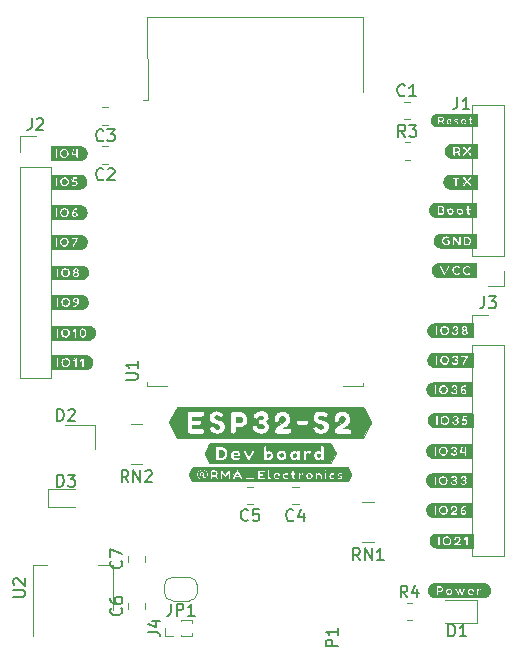
<source format=gbr>
%TF.GenerationSoftware,KiCad,Pcbnew,(5.99.0-9526-g5c17ff0595)*%
%TF.CreationDate,2021-04-11T14:24:36-05:00*%
%TF.ProjectId,DualingDev-S2,4475616c-696e-4674-9465-762d53322e6b,rev?*%
%TF.SameCoordinates,Original*%
%TF.FileFunction,Legend,Top*%
%TF.FilePolarity,Positive*%
%FSLAX46Y46*%
G04 Gerber Fmt 4.6, Leading zero omitted, Abs format (unit mm)*
G04 Created by KiCad (PCBNEW (5.99.0-9526-g5c17ff0595)) date 2021-04-11 14:24:36*
%MOMM*%
%LPD*%
G01*
G04 APERTURE LIST*
%ADD10C,0.150000*%
%ADD11C,0.120000*%
%ADD12C,0.010000*%
G04 APERTURE END LIST*
D10*
%TO.C,J4*%
X134592380Y-113333333D02*
X135306666Y-113333333D01*
X135449523Y-113380952D01*
X135544761Y-113476190D01*
X135592380Y-113619047D01*
X135592380Y-113714285D01*
X134925714Y-112428571D02*
X135592380Y-112428571D01*
X134544761Y-112666666D02*
X135259047Y-112904761D01*
X135259047Y-112285714D01*
%TO.C,JP1*%
X136516666Y-110952380D02*
X136516666Y-111666666D01*
X136469047Y-111809523D01*
X136373809Y-111904761D01*
X136230952Y-111952380D01*
X136135714Y-111952380D01*
X136992857Y-111952380D02*
X136992857Y-110952380D01*
X137373809Y-110952380D01*
X137469047Y-111000000D01*
X137516666Y-111047619D01*
X137564285Y-111142857D01*
X137564285Y-111285714D01*
X137516666Y-111380952D01*
X137469047Y-111428571D01*
X137373809Y-111476190D01*
X136992857Y-111476190D01*
X138516666Y-111952380D02*
X137945238Y-111952380D01*
X138230952Y-111952380D02*
X138230952Y-110952380D01*
X138135714Y-111095238D01*
X138040476Y-111190476D01*
X137945238Y-111238095D01*
%TO.C,*%
%TO.C,D3*%
X126874404Y-101022380D02*
X126874404Y-100022380D01*
X127112500Y-100022380D01*
X127255357Y-100070000D01*
X127350595Y-100165238D01*
X127398214Y-100260476D01*
X127445833Y-100450952D01*
X127445833Y-100593809D01*
X127398214Y-100784285D01*
X127350595Y-100879523D01*
X127255357Y-100974761D01*
X127112500Y-101022380D01*
X126874404Y-101022380D01*
X127779166Y-100022380D02*
X128398214Y-100022380D01*
X128064880Y-100403333D01*
X128207738Y-100403333D01*
X128302976Y-100450952D01*
X128350595Y-100498571D01*
X128398214Y-100593809D01*
X128398214Y-100831904D01*
X128350595Y-100927142D01*
X128302976Y-100974761D01*
X128207738Y-101022380D01*
X127922023Y-101022380D01*
X127826785Y-100974761D01*
X127779166Y-100927142D01*
%TO.C,RN1*%
X152509523Y-107252380D02*
X152176190Y-106776190D01*
X151938095Y-107252380D02*
X151938095Y-106252380D01*
X152319047Y-106252380D01*
X152414285Y-106300000D01*
X152461904Y-106347619D01*
X152509523Y-106442857D01*
X152509523Y-106585714D01*
X152461904Y-106680952D01*
X152414285Y-106728571D01*
X152319047Y-106776190D01*
X151938095Y-106776190D01*
X152938095Y-107252380D02*
X152938095Y-106252380D01*
X153509523Y-107252380D01*
X153509523Y-106252380D01*
X154509523Y-107252380D02*
X153938095Y-107252380D01*
X154223809Y-107252380D02*
X154223809Y-106252380D01*
X154128571Y-106395238D01*
X154033333Y-106490476D01*
X153938095Y-106538095D01*
%TO.C,C4*%
X146883333Y-103857142D02*
X146835714Y-103904761D01*
X146692857Y-103952380D01*
X146597619Y-103952380D01*
X146454761Y-103904761D01*
X146359523Y-103809523D01*
X146311904Y-103714285D01*
X146264285Y-103523809D01*
X146264285Y-103380952D01*
X146311904Y-103190476D01*
X146359523Y-103095238D01*
X146454761Y-103000000D01*
X146597619Y-102952380D01*
X146692857Y-102952380D01*
X146835714Y-103000000D01*
X146883333Y-103047619D01*
X147740476Y-103285714D02*
X147740476Y-103952380D01*
X147502380Y-102904761D02*
X147264285Y-103619047D01*
X147883333Y-103619047D01*
%TO.C,D2*%
X126861904Y-95452380D02*
X126861904Y-94452380D01*
X127100000Y-94452380D01*
X127242857Y-94500000D01*
X127338095Y-94595238D01*
X127385714Y-94690476D01*
X127433333Y-94880952D01*
X127433333Y-95023809D01*
X127385714Y-95214285D01*
X127338095Y-95309523D01*
X127242857Y-95404761D01*
X127100000Y-95452380D01*
X126861904Y-95452380D01*
X127814285Y-94547619D02*
X127861904Y-94500000D01*
X127957142Y-94452380D01*
X128195238Y-94452380D01*
X128290476Y-94500000D01*
X128338095Y-94547619D01*
X128385714Y-94642857D01*
X128385714Y-94738095D01*
X128338095Y-94880952D01*
X127766666Y-95452380D01*
X128385714Y-95452380D01*
%TO.C,C3*%
X130783333Y-71687142D02*
X130735714Y-71734761D01*
X130592857Y-71782380D01*
X130497619Y-71782380D01*
X130354761Y-71734761D01*
X130259523Y-71639523D01*
X130211904Y-71544285D01*
X130164285Y-71353809D01*
X130164285Y-71210952D01*
X130211904Y-71020476D01*
X130259523Y-70925238D01*
X130354761Y-70830000D01*
X130497619Y-70782380D01*
X130592857Y-70782380D01*
X130735714Y-70830000D01*
X130783333Y-70877619D01*
X131116666Y-70782380D02*
X131735714Y-70782380D01*
X131402380Y-71163333D01*
X131545238Y-71163333D01*
X131640476Y-71210952D01*
X131688095Y-71258571D01*
X131735714Y-71353809D01*
X131735714Y-71591904D01*
X131688095Y-71687142D01*
X131640476Y-71734761D01*
X131545238Y-71782380D01*
X131259523Y-71782380D01*
X131164285Y-71734761D01*
X131116666Y-71687142D01*
%TO.C,C6*%
X132277142Y-111316666D02*
X132324761Y-111364285D01*
X132372380Y-111507142D01*
X132372380Y-111602380D01*
X132324761Y-111745238D01*
X132229523Y-111840476D01*
X132134285Y-111888095D01*
X131943809Y-111935714D01*
X131800952Y-111935714D01*
X131610476Y-111888095D01*
X131515238Y-111840476D01*
X131420000Y-111745238D01*
X131372380Y-111602380D01*
X131372380Y-111507142D01*
X131420000Y-111364285D01*
X131467619Y-111316666D01*
X131372380Y-110459523D02*
X131372380Y-110650000D01*
X131420000Y-110745238D01*
X131467619Y-110792857D01*
X131610476Y-110888095D01*
X131800952Y-110935714D01*
X132181904Y-110935714D01*
X132277142Y-110888095D01*
X132324761Y-110840476D01*
X132372380Y-110745238D01*
X132372380Y-110554761D01*
X132324761Y-110459523D01*
X132277142Y-110411904D01*
X132181904Y-110364285D01*
X131943809Y-110364285D01*
X131848571Y-110411904D01*
X131800952Y-110459523D01*
X131753333Y-110554761D01*
X131753333Y-110745238D01*
X131800952Y-110840476D01*
X131848571Y-110888095D01*
X131943809Y-110935714D01*
%TO.C,C1*%
X156308333Y-67877142D02*
X156260714Y-67924761D01*
X156117857Y-67972380D01*
X156022619Y-67972380D01*
X155879761Y-67924761D01*
X155784523Y-67829523D01*
X155736904Y-67734285D01*
X155689285Y-67543809D01*
X155689285Y-67400952D01*
X155736904Y-67210476D01*
X155784523Y-67115238D01*
X155879761Y-67020000D01*
X156022619Y-66972380D01*
X156117857Y-66972380D01*
X156260714Y-67020000D01*
X156308333Y-67067619D01*
X157260714Y-67972380D02*
X156689285Y-67972380D01*
X156975000Y-67972380D02*
X156975000Y-66972380D01*
X156879761Y-67115238D01*
X156784523Y-67210476D01*
X156689285Y-67258095D01*
%TO.C,J2*%
X124716666Y-69832380D02*
X124716666Y-70546666D01*
X124669047Y-70689523D01*
X124573809Y-70784761D01*
X124430952Y-70832380D01*
X124335714Y-70832380D01*
X125145238Y-69927619D02*
X125192857Y-69880000D01*
X125288095Y-69832380D01*
X125526190Y-69832380D01*
X125621428Y-69880000D01*
X125669047Y-69927619D01*
X125716666Y-70022857D01*
X125716666Y-70118095D01*
X125669047Y-70260952D01*
X125097619Y-70832380D01*
X125716666Y-70832380D01*
%TO.C,R4*%
X156520833Y-110402380D02*
X156187500Y-109926190D01*
X155949404Y-110402380D02*
X155949404Y-109402380D01*
X156330357Y-109402380D01*
X156425595Y-109450000D01*
X156473214Y-109497619D01*
X156520833Y-109592857D01*
X156520833Y-109735714D01*
X156473214Y-109830952D01*
X156425595Y-109878571D01*
X156330357Y-109926190D01*
X155949404Y-109926190D01*
X157377976Y-109735714D02*
X157377976Y-110402380D01*
X157139880Y-109354761D02*
X156901785Y-110069047D01*
X157520833Y-110069047D01*
%TO.C,D1*%
X159999404Y-113702380D02*
X159999404Y-112702380D01*
X160237500Y-112702380D01*
X160380357Y-112750000D01*
X160475595Y-112845238D01*
X160523214Y-112940476D01*
X160570833Y-113130952D01*
X160570833Y-113273809D01*
X160523214Y-113464285D01*
X160475595Y-113559523D01*
X160380357Y-113654761D01*
X160237500Y-113702380D01*
X159999404Y-113702380D01*
X161523214Y-113702380D02*
X160951785Y-113702380D01*
X161237500Y-113702380D02*
X161237500Y-112702380D01*
X161142261Y-112845238D01*
X161047023Y-112940476D01*
X160951785Y-112988095D01*
%TO.C,C2*%
X130783333Y-74987142D02*
X130735714Y-75034761D01*
X130592857Y-75082380D01*
X130497619Y-75082380D01*
X130354761Y-75034761D01*
X130259523Y-74939523D01*
X130211904Y-74844285D01*
X130164285Y-74653809D01*
X130164285Y-74510952D01*
X130211904Y-74320476D01*
X130259523Y-74225238D01*
X130354761Y-74130000D01*
X130497619Y-74082380D01*
X130592857Y-74082380D01*
X130735714Y-74130000D01*
X130783333Y-74177619D01*
X131164285Y-74177619D02*
X131211904Y-74130000D01*
X131307142Y-74082380D01*
X131545238Y-74082380D01*
X131640476Y-74130000D01*
X131688095Y-74177619D01*
X131735714Y-74272857D01*
X131735714Y-74368095D01*
X131688095Y-74510952D01*
X131116666Y-75082380D01*
X131735714Y-75082380D01*
%TO.C,R3*%
X156345833Y-71402380D02*
X156012500Y-70926190D01*
X155774404Y-71402380D02*
X155774404Y-70402380D01*
X156155357Y-70402380D01*
X156250595Y-70450000D01*
X156298214Y-70497619D01*
X156345833Y-70592857D01*
X156345833Y-70735714D01*
X156298214Y-70830952D01*
X156250595Y-70878571D01*
X156155357Y-70926190D01*
X155774404Y-70926190D01*
X156679166Y-70402380D02*
X157298214Y-70402380D01*
X156964880Y-70783333D01*
X157107738Y-70783333D01*
X157202976Y-70830952D01*
X157250595Y-70878571D01*
X157298214Y-70973809D01*
X157298214Y-71211904D01*
X157250595Y-71307142D01*
X157202976Y-71354761D01*
X157107738Y-71402380D01*
X156822023Y-71402380D01*
X156726785Y-71354761D01*
X156679166Y-71307142D01*
%TO.C,C5*%
X143033333Y-103837142D02*
X142985714Y-103884761D01*
X142842857Y-103932380D01*
X142747619Y-103932380D01*
X142604761Y-103884761D01*
X142509523Y-103789523D01*
X142461904Y-103694285D01*
X142414285Y-103503809D01*
X142414285Y-103360952D01*
X142461904Y-103170476D01*
X142509523Y-103075238D01*
X142604761Y-102980000D01*
X142747619Y-102932380D01*
X142842857Y-102932380D01*
X142985714Y-102980000D01*
X143033333Y-103027619D01*
X143938095Y-102932380D02*
X143461904Y-102932380D01*
X143414285Y-103408571D01*
X143461904Y-103360952D01*
X143557142Y-103313333D01*
X143795238Y-103313333D01*
X143890476Y-103360952D01*
X143938095Y-103408571D01*
X143985714Y-103503809D01*
X143985714Y-103741904D01*
X143938095Y-103837142D01*
X143890476Y-103884761D01*
X143795238Y-103932380D01*
X143557142Y-103932380D01*
X143461904Y-103884761D01*
X143414285Y-103837142D01*
%TO.C,J1*%
X160766666Y-68052380D02*
X160766666Y-68766666D01*
X160719047Y-68909523D01*
X160623809Y-69004761D01*
X160480952Y-69052380D01*
X160385714Y-69052380D01*
X161766666Y-69052380D02*
X161195238Y-69052380D01*
X161480952Y-69052380D02*
X161480952Y-68052380D01*
X161385714Y-68195238D01*
X161290476Y-68290476D01*
X161195238Y-68338095D01*
%TO.C,J3*%
X163016666Y-84927380D02*
X163016666Y-85641666D01*
X162969047Y-85784523D01*
X162873809Y-85879761D01*
X162730952Y-85927380D01*
X162635714Y-85927380D01*
X163397619Y-84927380D02*
X164016666Y-84927380D01*
X163683333Y-85308333D01*
X163826190Y-85308333D01*
X163921428Y-85355952D01*
X163969047Y-85403571D01*
X164016666Y-85498809D01*
X164016666Y-85736904D01*
X163969047Y-85832142D01*
X163921428Y-85879761D01*
X163826190Y-85927380D01*
X163540476Y-85927380D01*
X163445238Y-85879761D01*
X163397619Y-85832142D01*
%TO.C,U1*%
X132682380Y-91981904D02*
X133491904Y-91981904D01*
X133587142Y-91934285D01*
X133634761Y-91886666D01*
X133682380Y-91791428D01*
X133682380Y-91600952D01*
X133634761Y-91505714D01*
X133587142Y-91458095D01*
X133491904Y-91410476D01*
X132682380Y-91410476D01*
X133682380Y-90410476D02*
X133682380Y-90981904D01*
X133682380Y-90696190D02*
X132682380Y-90696190D01*
X132825238Y-90791428D01*
X132920476Y-90886666D01*
X132968095Y-90981904D01*
%TO.C,U2*%
X123152380Y-110361904D02*
X123961904Y-110361904D01*
X124057142Y-110314285D01*
X124104761Y-110266666D01*
X124152380Y-110171428D01*
X124152380Y-109980952D01*
X124104761Y-109885714D01*
X124057142Y-109838095D01*
X123961904Y-109790476D01*
X123152380Y-109790476D01*
X123247619Y-109361904D02*
X123200000Y-109314285D01*
X123152380Y-109219047D01*
X123152380Y-108980952D01*
X123200000Y-108885714D01*
X123247619Y-108838095D01*
X123342857Y-108790476D01*
X123438095Y-108790476D01*
X123580952Y-108838095D01*
X124152380Y-109409523D01*
X124152380Y-108790476D01*
%TO.C,C7*%
X132277142Y-107316666D02*
X132324761Y-107364285D01*
X132372380Y-107507142D01*
X132372380Y-107602380D01*
X132324761Y-107745238D01*
X132229523Y-107840476D01*
X132134285Y-107888095D01*
X131943809Y-107935714D01*
X131800952Y-107935714D01*
X131610476Y-107888095D01*
X131515238Y-107840476D01*
X131420000Y-107745238D01*
X131372380Y-107602380D01*
X131372380Y-107507142D01*
X131420000Y-107364285D01*
X131467619Y-107316666D01*
X131372380Y-106983333D02*
X131372380Y-106316666D01*
X132372380Y-106745238D01*
%TO.C,RN2*%
X132909523Y-100652380D02*
X132576190Y-100176190D01*
X132338095Y-100652380D02*
X132338095Y-99652380D01*
X132719047Y-99652380D01*
X132814285Y-99700000D01*
X132861904Y-99747619D01*
X132909523Y-99842857D01*
X132909523Y-99985714D01*
X132861904Y-100080952D01*
X132814285Y-100128571D01*
X132719047Y-100176190D01*
X132338095Y-100176190D01*
X133338095Y-100652380D02*
X133338095Y-99652380D01*
X133909523Y-100652380D01*
X133909523Y-99652380D01*
X134338095Y-99747619D02*
X134385714Y-99700000D01*
X134480952Y-99652380D01*
X134719047Y-99652380D01*
X134814285Y-99700000D01*
X134861904Y-99747619D01*
X134909523Y-99842857D01*
X134909523Y-99938095D01*
X134861904Y-100080952D01*
X134290476Y-100652380D01*
X134909523Y-100652380D01*
%TO.C,P1*%
X150627380Y-114550595D02*
X149627380Y-114550595D01*
X149627380Y-114169642D01*
X149675000Y-114074404D01*
X149722619Y-114026785D01*
X149817857Y-113979166D01*
X149960714Y-113979166D01*
X150055952Y-114026785D01*
X150103571Y-114074404D01*
X150151190Y-114169642D01*
X150151190Y-114550595D01*
X150627380Y-113026785D02*
X150627380Y-113598214D01*
X150627380Y-113312500D02*
X149627380Y-113312500D01*
X149770238Y-113407738D01*
X149865476Y-113502976D01*
X149913095Y-113598214D01*
D11*
%TO.C,J4*%
X136015000Y-113695000D02*
X136015000Y-113000000D01*
X136700000Y-113695000D02*
X136015000Y-113695000D01*
X137385000Y-112391724D02*
X137385000Y-112305000D01*
X137385000Y-113695000D02*
X137385000Y-113608276D01*
X137385000Y-112305000D02*
X138260000Y-112305000D01*
X137385000Y-113695000D02*
X138260000Y-113695000D01*
X138260000Y-112605507D02*
X138260000Y-112305000D01*
X138260000Y-113695000D02*
X138260000Y-113394493D01*
%TO.C,JP1*%
X138050000Y-110700000D02*
X136650000Y-110700000D01*
X135950000Y-110000000D02*
X135950000Y-109400000D01*
X136650000Y-108700000D02*
X138050000Y-108700000D01*
X138750000Y-109400000D02*
X138750000Y-110000000D01*
X138750000Y-110000000D02*
G75*
G02*
X138050000Y-110700000I-700000J0D01*
G01*
X138050000Y-108700000D02*
G75*
G02*
X138750000Y-109400000I0J-700000D01*
G01*
X135950000Y-109400000D02*
G75*
G02*
X136650000Y-108700000I700000J0D01*
G01*
X136650000Y-110700000D02*
G75*
G02*
X135950000Y-110000000I0J700000D01*
G01*
D12*
%TO.C,*%
X158850000Y-109210000D02*
X158790000Y-109210000D01*
X158790000Y-109210000D02*
X158730000Y-109220000D01*
X158730000Y-109220000D02*
X158670000Y-109240000D01*
X158670000Y-109240000D02*
X158620000Y-109260000D01*
X158620000Y-109260000D02*
X158560000Y-109290000D01*
X158560000Y-109290000D02*
X158510000Y-109320000D01*
X158510000Y-109320000D02*
X158470000Y-109360000D01*
X158470000Y-109360000D02*
X158430000Y-109400000D01*
X158430000Y-109400000D02*
X158390000Y-109450000D01*
X158390000Y-109450000D02*
X158360000Y-109500000D01*
X158360000Y-109500000D02*
X158330000Y-109550000D01*
X158330000Y-109550000D02*
X158310000Y-109600000D01*
X158310000Y-109600000D02*
X158290000Y-109660000D01*
X158290000Y-109660000D02*
X158280000Y-109720000D01*
X158280000Y-109720000D02*
X158270000Y-109780000D01*
X158270000Y-109780000D02*
X158270000Y-109840000D01*
X158270000Y-109840000D02*
X158280000Y-109890000D01*
X158280000Y-109890000D02*
X158290000Y-109950000D01*
X158290000Y-109950000D02*
X158310000Y-110010000D01*
X158310000Y-110010000D02*
X158330000Y-110060000D01*
X158330000Y-110060000D02*
X158360000Y-110120000D01*
X158360000Y-110120000D02*
X158400000Y-110160000D01*
X158400000Y-110160000D02*
X158430000Y-110210000D01*
X158430000Y-110210000D02*
X158480000Y-110250000D01*
X158480000Y-110250000D02*
X158520000Y-110290000D01*
X158520000Y-110290000D02*
X158570000Y-110320000D01*
X158570000Y-110320000D02*
X158630000Y-110340000D01*
X158630000Y-110340000D02*
X158680000Y-110360000D01*
X158680000Y-110360000D02*
X158740000Y-110380000D01*
X158740000Y-110380000D02*
X158800000Y-110390000D01*
X158800000Y-110390000D02*
X158860000Y-110390000D01*
X158860000Y-110390000D02*
X162890000Y-110390000D01*
X162890000Y-110390000D02*
X162950000Y-110390000D01*
X162950000Y-110390000D02*
X163000000Y-110390000D01*
X163000000Y-110390000D02*
X163060000Y-110380000D01*
X163060000Y-110380000D02*
X163120000Y-110360000D01*
X163120000Y-110360000D02*
X163180000Y-110340000D01*
X163180000Y-110340000D02*
X163230000Y-110320000D01*
X163230000Y-110320000D02*
X163280000Y-110280000D01*
X163280000Y-110280000D02*
X163320000Y-110250000D01*
X163320000Y-110250000D02*
X163370000Y-110210000D01*
X163370000Y-110210000D02*
X163410000Y-110160000D01*
X163410000Y-110160000D02*
X163440000Y-110110000D01*
X163440000Y-110110000D02*
X163470000Y-110060000D01*
X163470000Y-110060000D02*
X163490000Y-110010000D01*
X163490000Y-110010000D02*
X163510000Y-109950000D01*
X163510000Y-109950000D02*
X163520000Y-109890000D01*
X163520000Y-109890000D02*
X163530000Y-109830000D01*
X163530000Y-109830000D02*
X163530000Y-109770000D01*
X163530000Y-109770000D02*
X163520000Y-109710000D01*
X163520000Y-109710000D02*
X163510000Y-109660000D01*
X163510000Y-109660000D02*
X163490000Y-109600000D01*
X163490000Y-109600000D02*
X163470000Y-109550000D01*
X163470000Y-109550000D02*
X163440000Y-109490000D01*
X163440000Y-109490000D02*
X163410000Y-109440000D01*
X163410000Y-109440000D02*
X163370000Y-109400000D01*
X163370000Y-109400000D02*
X163330000Y-109360000D01*
X163330000Y-109360000D02*
X163280000Y-109320000D01*
X163280000Y-109320000D02*
X163230000Y-109290000D01*
X163230000Y-109290000D02*
X163180000Y-109260000D01*
X163180000Y-109260000D02*
X163130000Y-109240000D01*
X163130000Y-109240000D02*
X163070000Y-109220000D01*
X163070000Y-109220000D02*
X163010000Y-109210000D01*
X163010000Y-109210000D02*
X162950000Y-109210000D01*
X162950000Y-109210000D02*
X162890000Y-109210000D01*
X162890000Y-109210000D02*
X158870000Y-109210000D01*
X158870000Y-109210000D02*
X158940000Y-109390000D01*
X158940000Y-109390000D02*
X159000000Y-109380000D01*
X159000000Y-109380000D02*
X159240000Y-109380000D01*
X159240000Y-109380000D02*
X159300000Y-109380000D01*
X159300000Y-109380000D02*
X159350000Y-109400000D01*
X159350000Y-109400000D02*
X159410000Y-109420000D01*
X159410000Y-109420000D02*
X159460000Y-109460000D01*
X159460000Y-109460000D02*
X159500000Y-109500000D01*
X159500000Y-109500000D02*
X159530000Y-109550000D01*
X159530000Y-109550000D02*
X159560000Y-109610000D01*
X159560000Y-109610000D02*
X159560000Y-109670000D01*
X159560000Y-109670000D02*
X159550000Y-109730000D01*
X159550000Y-109730000D02*
X159720000Y-109760000D01*
X159720000Y-109760000D02*
X159730000Y-109750000D01*
X159730000Y-109750000D02*
X159820000Y-109670000D01*
X159820000Y-109670000D02*
X159870000Y-109640000D01*
X159870000Y-109640000D02*
X159920000Y-109610000D01*
X159920000Y-109610000D02*
X159980000Y-109600000D01*
X159980000Y-109600000D02*
X160040000Y-109590000D01*
X160040000Y-109590000D02*
X160100000Y-109600000D01*
X160100000Y-109600000D02*
X160150000Y-109620000D01*
X160150000Y-109620000D02*
X160200000Y-109640000D01*
X160200000Y-109640000D02*
X160250000Y-109680000D01*
X160250000Y-109680000D02*
X160290000Y-109730000D01*
X160290000Y-109730000D02*
X160320000Y-109770000D01*
X160320000Y-109770000D02*
X160510000Y-109710000D01*
X160510000Y-109710000D02*
X160510000Y-109670000D01*
X160510000Y-109670000D02*
X160550000Y-109630000D01*
X160550000Y-109630000D02*
X160620000Y-109610000D01*
X160620000Y-109610000D02*
X160670000Y-109620000D01*
X160670000Y-109620000D02*
X160700000Y-109660000D01*
X160700000Y-109660000D02*
X160760000Y-109820000D01*
X160760000Y-109820000D02*
X160790000Y-109840000D01*
X160790000Y-109840000D02*
X160850000Y-109680000D01*
X160850000Y-109680000D02*
X160880000Y-109630000D01*
X160880000Y-109630000D02*
X160940000Y-109610000D01*
X160940000Y-109610000D02*
X160990000Y-109630000D01*
X160990000Y-109630000D02*
X161030000Y-109670000D01*
X161030000Y-109670000D02*
X161100000Y-109850000D01*
X161100000Y-109850000D02*
X161110000Y-109840000D01*
X161110000Y-109840000D02*
X161180000Y-109670000D01*
X161180000Y-109670000D02*
X161210000Y-109620000D01*
X161210000Y-109620000D02*
X161260000Y-109600000D01*
X161260000Y-109600000D02*
X161350000Y-109650000D01*
X161350000Y-109650000D02*
X161370000Y-109700000D01*
X161370000Y-109700000D02*
X161350000Y-109750000D01*
X161350000Y-109750000D02*
X161570000Y-109810000D01*
X161570000Y-109810000D02*
X161590000Y-109760000D01*
X161590000Y-109760000D02*
X161620000Y-109710000D01*
X161620000Y-109710000D02*
X161660000Y-109670000D01*
X161660000Y-109670000D02*
X161710000Y-109640000D01*
X161710000Y-109640000D02*
X161760000Y-109610000D01*
X161760000Y-109610000D02*
X161820000Y-109600000D01*
X161820000Y-109600000D02*
X161880000Y-109590000D01*
X161880000Y-109590000D02*
X161940000Y-109600000D01*
X161940000Y-109600000D02*
X162000000Y-109610000D01*
X162000000Y-109610000D02*
X162050000Y-109640000D01*
X162050000Y-109640000D02*
X162090000Y-109670000D01*
X162090000Y-109670000D02*
X162130000Y-109720000D01*
X162130000Y-109720000D02*
X162150000Y-109780000D01*
X162150000Y-109780000D02*
X162350000Y-109680000D01*
X162350000Y-109680000D02*
X162370000Y-109630000D01*
X162370000Y-109630000D02*
X162430000Y-109620000D01*
X162430000Y-109620000D02*
X162500000Y-109620000D01*
X162500000Y-109620000D02*
X162540000Y-109650000D01*
X162540000Y-109650000D02*
X162560000Y-109660000D01*
X162560000Y-109660000D02*
X162620000Y-109630000D01*
X162620000Y-109630000D02*
X162670000Y-109610000D01*
X162670000Y-109610000D02*
X162730000Y-109620000D01*
X162730000Y-109620000D02*
X162780000Y-109630000D01*
X162780000Y-109630000D02*
X162800000Y-109680000D01*
X162800000Y-109680000D02*
X162800000Y-109730000D01*
X162800000Y-109730000D02*
X162780000Y-109790000D01*
X162780000Y-109790000D02*
X162730000Y-109820000D01*
X162730000Y-109820000D02*
X162680000Y-109810000D01*
X162680000Y-109810000D02*
X162620000Y-109800000D01*
X162620000Y-109800000D02*
X162560000Y-109830000D01*
X162560000Y-109830000D02*
X162540000Y-109880000D01*
X162540000Y-109880000D02*
X162540000Y-110120000D01*
X162540000Y-110120000D02*
X162540000Y-110180000D01*
X162540000Y-110180000D02*
X162500000Y-110210000D01*
X162500000Y-110210000D02*
X162430000Y-110210000D01*
X162430000Y-110210000D02*
X162370000Y-110200000D01*
X162370000Y-110200000D02*
X162350000Y-110150000D01*
X162350000Y-110150000D02*
X162350000Y-110090000D01*
X162350000Y-110090000D02*
X162350000Y-109680000D01*
X162350000Y-109680000D02*
X162150000Y-109780000D01*
X162150000Y-109780000D02*
X162150000Y-109840000D01*
X162150000Y-109840000D02*
X162150000Y-109900000D01*
X162150000Y-109900000D02*
X162150000Y-109910000D01*
X162150000Y-109910000D02*
X162100000Y-109950000D01*
X162100000Y-109950000D02*
X162050000Y-109970000D01*
X162050000Y-109970000D02*
X161810000Y-109970000D01*
X161810000Y-109970000D02*
X161780000Y-109990000D01*
X161780000Y-109990000D02*
X161820000Y-110030000D01*
X161820000Y-110030000D02*
X161880000Y-110040000D01*
X161880000Y-110040000D02*
X161950000Y-110040000D01*
X161950000Y-110040000D02*
X162050000Y-110010000D01*
X162050000Y-110010000D02*
X162100000Y-110040000D01*
X162100000Y-110040000D02*
X162120000Y-110100000D01*
X162120000Y-110100000D02*
X162120000Y-110140000D01*
X162120000Y-110140000D02*
X162090000Y-110170000D01*
X162090000Y-110170000D02*
X162040000Y-110200000D01*
X162040000Y-110200000D02*
X161980000Y-110210000D01*
X161980000Y-110210000D02*
X161890000Y-110210000D01*
X161890000Y-110210000D02*
X161820000Y-110210000D01*
X161820000Y-110210000D02*
X161770000Y-110200000D01*
X161770000Y-110200000D02*
X161710000Y-110180000D01*
X161710000Y-110180000D02*
X161660000Y-110150000D01*
X161660000Y-110150000D02*
X161620000Y-110100000D01*
X161620000Y-110100000D02*
X161590000Y-110050000D01*
X161590000Y-110050000D02*
X161570000Y-110000000D01*
X161570000Y-110000000D02*
X161560000Y-109940000D01*
X161560000Y-109940000D02*
X161560000Y-109880000D01*
X161560000Y-109880000D02*
X161570000Y-109820000D01*
X161570000Y-109820000D02*
X161350000Y-109760000D01*
X161350000Y-109760000D02*
X161310000Y-109870000D01*
X161310000Y-109870000D02*
X161200000Y-110140000D01*
X161200000Y-110140000D02*
X161160000Y-110190000D01*
X161160000Y-110190000D02*
X161110000Y-110210000D01*
X161110000Y-110210000D02*
X161060000Y-110200000D01*
X161060000Y-110200000D02*
X161020000Y-110160000D01*
X161020000Y-110160000D02*
X160960000Y-110010000D01*
X160960000Y-110010000D02*
X160930000Y-109970000D01*
X160930000Y-109970000D02*
X160890000Y-110100000D01*
X160890000Y-110100000D02*
X160870000Y-110140000D01*
X160870000Y-110140000D02*
X160840000Y-110190000D01*
X160840000Y-110190000D02*
X160790000Y-110210000D01*
X160790000Y-110210000D02*
X160730000Y-110200000D01*
X160730000Y-110200000D02*
X160690000Y-110160000D01*
X160690000Y-110160000D02*
X160530000Y-109770000D01*
X160530000Y-109770000D02*
X160510000Y-109710000D01*
X160510000Y-109710000D02*
X160320000Y-109780000D01*
X160320000Y-109780000D02*
X160330000Y-109830000D01*
X160330000Y-109830000D02*
X160340000Y-109890000D01*
X160340000Y-109890000D02*
X160340000Y-109950000D01*
X160340000Y-109950000D02*
X160320000Y-110010000D01*
X160320000Y-110010000D02*
X160300000Y-110060000D01*
X160300000Y-110060000D02*
X160260000Y-110110000D01*
X160260000Y-110110000D02*
X160220000Y-110150000D01*
X160220000Y-110150000D02*
X160170000Y-110180000D01*
X160170000Y-110180000D02*
X160110000Y-110200000D01*
X160110000Y-110200000D02*
X160050000Y-110210000D01*
X160050000Y-110210000D02*
X160000000Y-110210000D01*
X160000000Y-110210000D02*
X159940000Y-110200000D01*
X159940000Y-110200000D02*
X159880000Y-110180000D01*
X159880000Y-110180000D02*
X159830000Y-110140000D01*
X159830000Y-110140000D02*
X159790000Y-110100000D01*
X159790000Y-110100000D02*
X159760000Y-110050000D01*
X159760000Y-110050000D02*
X159730000Y-110000000D01*
X159730000Y-110000000D02*
X159720000Y-109940000D01*
X159720000Y-109940000D02*
X159720000Y-109880000D01*
X159720000Y-109880000D02*
X159720000Y-109770000D01*
X159720000Y-109770000D02*
X159550000Y-109740000D01*
X159550000Y-109740000D02*
X159540000Y-109790000D01*
X159540000Y-109790000D02*
X159510000Y-109840000D01*
X159510000Y-109840000D02*
X159480000Y-109890000D01*
X159480000Y-109890000D02*
X159430000Y-109930000D01*
X159430000Y-109930000D02*
X159370000Y-109960000D01*
X159370000Y-109960000D02*
X159320000Y-109980000D01*
X159320000Y-109980000D02*
X159260000Y-109980000D01*
X159260000Y-109980000D02*
X159150000Y-109980000D01*
X159150000Y-109980000D02*
X159110000Y-110010000D01*
X159110000Y-110010000D02*
X159110000Y-110130000D01*
X159110000Y-110130000D02*
X159100000Y-110190000D01*
X159100000Y-110190000D02*
X159060000Y-110210000D01*
X159060000Y-110210000D02*
X158980000Y-110210000D01*
X158980000Y-110210000D02*
X158930000Y-110190000D01*
X158930000Y-110190000D02*
X158910000Y-110150000D01*
X158910000Y-110150000D02*
X158910000Y-110090000D01*
X158910000Y-110090000D02*
X158910000Y-109430000D01*
X158910000Y-109430000D02*
X158940000Y-109390000D01*
X158940000Y-109390000D02*
X158860000Y-109210000D01*
X158860000Y-109210000D02*
X158850000Y-109210000D01*
X158850000Y-109210000D02*
X158850000Y-109210000D01*
G36*
X162090000Y-109670000D02*
G01*
X162050000Y-109640000D01*
X162000000Y-109610000D01*
X161880000Y-109590000D01*
X161760000Y-109610000D01*
X161660000Y-109670000D01*
X161620000Y-109710000D01*
X161590000Y-109760000D01*
X161570000Y-109810000D01*
X161350000Y-109750000D01*
X161370000Y-109700000D01*
X161350000Y-109650000D01*
X161260000Y-109600000D01*
X161210000Y-109620000D01*
X161180000Y-109670000D01*
X161110000Y-109840000D01*
X161100000Y-109850000D01*
X161030000Y-109670000D01*
X160990000Y-109630000D01*
X160940000Y-109610000D01*
X160880000Y-109630000D01*
X160850000Y-109680000D01*
X160790000Y-109840000D01*
X160760000Y-109820000D01*
X160700000Y-109660000D01*
X160670000Y-109620000D01*
X160620000Y-109610000D01*
X160550000Y-109630000D01*
X160510000Y-109670000D01*
X160510000Y-109710000D01*
X160320000Y-109770000D01*
X160290000Y-109730000D01*
X160250000Y-109680000D01*
X160200000Y-109640000D01*
X160100000Y-109600000D01*
X160040000Y-109590000D01*
X159920000Y-109610000D01*
X159820000Y-109670000D01*
X159730000Y-109750000D01*
X159720000Y-109760000D01*
X159550000Y-109730000D01*
X159560000Y-109670000D01*
X159560000Y-109610000D01*
X159530000Y-109550000D01*
X159500000Y-109500000D01*
X159460000Y-109460000D01*
X159410000Y-109420000D01*
X159350000Y-109400000D01*
X159300000Y-109380000D01*
X159000000Y-109380000D01*
X158940000Y-109390000D01*
X158870000Y-109210000D01*
X163010000Y-109210000D01*
X163070000Y-109220000D01*
X163130000Y-109240000D01*
X163180000Y-109260000D01*
X163280000Y-109320000D01*
X163330000Y-109360000D01*
X163410000Y-109440000D01*
X163440000Y-109490000D01*
X163470000Y-109550000D01*
X163490000Y-109600000D01*
X163510000Y-109660000D01*
X163520000Y-109710000D01*
X163530000Y-109770000D01*
X163530000Y-109830000D01*
X163510000Y-109950000D01*
X163490000Y-110010000D01*
X163470000Y-110060000D01*
X163410000Y-110160000D01*
X163370000Y-110210000D01*
X163320000Y-110250000D01*
X163280000Y-110280000D01*
X163230000Y-110320000D01*
X163180000Y-110340000D01*
X163060000Y-110380000D01*
X163000000Y-110390000D01*
X158800000Y-110390000D01*
X158740000Y-110380000D01*
X158680000Y-110360000D01*
X158630000Y-110340000D01*
X158570000Y-110320000D01*
X158520000Y-110290000D01*
X158480000Y-110250000D01*
X158430000Y-110210000D01*
X158400000Y-110160000D01*
X158360000Y-110120000D01*
X158330000Y-110060000D01*
X158310000Y-110010000D01*
X158290000Y-109950000D01*
X158280000Y-109890000D01*
X158270000Y-109840000D01*
X158270000Y-109780000D01*
X158290000Y-109660000D01*
X158310000Y-109600000D01*
X158330000Y-109550000D01*
X158390000Y-109450000D01*
X158430000Y-109400000D01*
X158510000Y-109320000D01*
X158560000Y-109290000D01*
X158620000Y-109260000D01*
X158670000Y-109240000D01*
X158730000Y-109220000D01*
X158790000Y-109210000D01*
X158860000Y-109210000D01*
X158940000Y-109390000D01*
X158910000Y-109430000D01*
X158910000Y-110150000D01*
X158930000Y-110190000D01*
X158980000Y-110210000D01*
X159060000Y-110210000D01*
X159100000Y-110190000D01*
X159110000Y-110130000D01*
X159110000Y-110010000D01*
X159150000Y-109980000D01*
X159320000Y-109980000D01*
X159370000Y-109960000D01*
X159430000Y-109930000D01*
X159480000Y-109890000D01*
X159540000Y-109790000D01*
X159550000Y-109740000D01*
X159720000Y-109770000D01*
X159720000Y-109940000D01*
X159730000Y-110000000D01*
X159790000Y-110100000D01*
X159830000Y-110140000D01*
X159880000Y-110180000D01*
X159940000Y-110200000D01*
X160000000Y-110210000D01*
X160050000Y-110210000D01*
X160110000Y-110200000D01*
X160170000Y-110180000D01*
X160220000Y-110150000D01*
X160260000Y-110110000D01*
X160300000Y-110060000D01*
X160320000Y-110010000D01*
X160340000Y-109950000D01*
X160340000Y-109890000D01*
X160330000Y-109830000D01*
X160320000Y-109780000D01*
X160510000Y-109710000D01*
X160530000Y-109770000D01*
X160690000Y-110160000D01*
X160730000Y-110200000D01*
X160790000Y-110210000D01*
X160840000Y-110190000D01*
X160870000Y-110140000D01*
X160890000Y-110100000D01*
X160930000Y-109970000D01*
X160960000Y-110010000D01*
X161020000Y-110160000D01*
X161060000Y-110200000D01*
X161110000Y-110210000D01*
X161160000Y-110190000D01*
X161200000Y-110140000D01*
X161310000Y-109870000D01*
X161350000Y-109760000D01*
X161570000Y-109820000D01*
X161560000Y-109880000D01*
X161560000Y-109940000D01*
X161570000Y-110000000D01*
X161590000Y-110050000D01*
X161620000Y-110100000D01*
X161660000Y-110150000D01*
X161710000Y-110180000D01*
X161770000Y-110200000D01*
X161820000Y-110210000D01*
X161980000Y-110210000D01*
X162040000Y-110200000D01*
X162090000Y-110170000D01*
X162120000Y-110140000D01*
X162120000Y-110100000D01*
X162100000Y-110040000D01*
X162050000Y-110010000D01*
X161950000Y-110040000D01*
X161880000Y-110040000D01*
X161820000Y-110030000D01*
X161780000Y-109990000D01*
X161810000Y-109970000D01*
X162050000Y-109970000D01*
X162100000Y-109950000D01*
X162150000Y-109910000D01*
X162150000Y-109780000D01*
X162130000Y-109720000D01*
X162098000Y-109680000D01*
X162350000Y-109680000D01*
X162350000Y-110150000D01*
X162370000Y-110200000D01*
X162430000Y-110210000D01*
X162500000Y-110210000D01*
X162540000Y-110180000D01*
X162540000Y-109880000D01*
X162560000Y-109830000D01*
X162620000Y-109800000D01*
X162680000Y-109810000D01*
X162730000Y-109820000D01*
X162780000Y-109790000D01*
X162800000Y-109730000D01*
X162800000Y-109680000D01*
X162780000Y-109630000D01*
X162730000Y-109620000D01*
X162670000Y-109610000D01*
X162620000Y-109630000D01*
X162560000Y-109660000D01*
X162540000Y-109650000D01*
X162500000Y-109620000D01*
X162430000Y-109620000D01*
X162370000Y-109630000D01*
X162350000Y-109680000D01*
X162098000Y-109680000D01*
X162090000Y-109670000D01*
G37*
X162090000Y-109670000D02*
X162050000Y-109640000D01*
X162000000Y-109610000D01*
X161880000Y-109590000D01*
X161760000Y-109610000D01*
X161660000Y-109670000D01*
X161620000Y-109710000D01*
X161590000Y-109760000D01*
X161570000Y-109810000D01*
X161350000Y-109750000D01*
X161370000Y-109700000D01*
X161350000Y-109650000D01*
X161260000Y-109600000D01*
X161210000Y-109620000D01*
X161180000Y-109670000D01*
X161110000Y-109840000D01*
X161100000Y-109850000D01*
X161030000Y-109670000D01*
X160990000Y-109630000D01*
X160940000Y-109610000D01*
X160880000Y-109630000D01*
X160850000Y-109680000D01*
X160790000Y-109840000D01*
X160760000Y-109820000D01*
X160700000Y-109660000D01*
X160670000Y-109620000D01*
X160620000Y-109610000D01*
X160550000Y-109630000D01*
X160510000Y-109670000D01*
X160510000Y-109710000D01*
X160320000Y-109770000D01*
X160290000Y-109730000D01*
X160250000Y-109680000D01*
X160200000Y-109640000D01*
X160100000Y-109600000D01*
X160040000Y-109590000D01*
X159920000Y-109610000D01*
X159820000Y-109670000D01*
X159730000Y-109750000D01*
X159720000Y-109760000D01*
X159550000Y-109730000D01*
X159560000Y-109670000D01*
X159560000Y-109610000D01*
X159530000Y-109550000D01*
X159500000Y-109500000D01*
X159460000Y-109460000D01*
X159410000Y-109420000D01*
X159350000Y-109400000D01*
X159300000Y-109380000D01*
X159000000Y-109380000D01*
X158940000Y-109390000D01*
X158870000Y-109210000D01*
X163010000Y-109210000D01*
X163070000Y-109220000D01*
X163130000Y-109240000D01*
X163180000Y-109260000D01*
X163280000Y-109320000D01*
X163330000Y-109360000D01*
X163410000Y-109440000D01*
X163440000Y-109490000D01*
X163470000Y-109550000D01*
X163490000Y-109600000D01*
X163510000Y-109660000D01*
X163520000Y-109710000D01*
X163530000Y-109770000D01*
X163530000Y-109830000D01*
X163510000Y-109950000D01*
X163490000Y-110010000D01*
X163470000Y-110060000D01*
X163410000Y-110160000D01*
X163370000Y-110210000D01*
X163320000Y-110250000D01*
X163280000Y-110280000D01*
X163230000Y-110320000D01*
X163180000Y-110340000D01*
X163060000Y-110380000D01*
X163000000Y-110390000D01*
X158800000Y-110390000D01*
X158740000Y-110380000D01*
X158680000Y-110360000D01*
X158630000Y-110340000D01*
X158570000Y-110320000D01*
X158520000Y-110290000D01*
X158480000Y-110250000D01*
X158430000Y-110210000D01*
X158400000Y-110160000D01*
X158360000Y-110120000D01*
X158330000Y-110060000D01*
X158310000Y-110010000D01*
X158290000Y-109950000D01*
X158280000Y-109890000D01*
X158270000Y-109840000D01*
X158270000Y-109780000D01*
X158290000Y-109660000D01*
X158310000Y-109600000D01*
X158330000Y-109550000D01*
X158390000Y-109450000D01*
X158430000Y-109400000D01*
X158510000Y-109320000D01*
X158560000Y-109290000D01*
X158620000Y-109260000D01*
X158670000Y-109240000D01*
X158730000Y-109220000D01*
X158790000Y-109210000D01*
X158860000Y-109210000D01*
X158940000Y-109390000D01*
X158910000Y-109430000D01*
X158910000Y-110150000D01*
X158930000Y-110190000D01*
X158980000Y-110210000D01*
X159060000Y-110210000D01*
X159100000Y-110190000D01*
X159110000Y-110130000D01*
X159110000Y-110010000D01*
X159150000Y-109980000D01*
X159320000Y-109980000D01*
X159370000Y-109960000D01*
X159430000Y-109930000D01*
X159480000Y-109890000D01*
X159540000Y-109790000D01*
X159550000Y-109740000D01*
X159720000Y-109770000D01*
X159720000Y-109940000D01*
X159730000Y-110000000D01*
X159790000Y-110100000D01*
X159830000Y-110140000D01*
X159880000Y-110180000D01*
X159940000Y-110200000D01*
X160000000Y-110210000D01*
X160050000Y-110210000D01*
X160110000Y-110200000D01*
X160170000Y-110180000D01*
X160220000Y-110150000D01*
X160260000Y-110110000D01*
X160300000Y-110060000D01*
X160320000Y-110010000D01*
X160340000Y-109950000D01*
X160340000Y-109890000D01*
X160330000Y-109830000D01*
X160320000Y-109780000D01*
X160510000Y-109710000D01*
X160530000Y-109770000D01*
X160690000Y-110160000D01*
X160730000Y-110200000D01*
X160790000Y-110210000D01*
X160840000Y-110190000D01*
X160870000Y-110140000D01*
X160890000Y-110100000D01*
X160930000Y-109970000D01*
X160960000Y-110010000D01*
X161020000Y-110160000D01*
X161060000Y-110200000D01*
X161110000Y-110210000D01*
X161160000Y-110190000D01*
X161200000Y-110140000D01*
X161310000Y-109870000D01*
X161350000Y-109760000D01*
X161570000Y-109820000D01*
X161560000Y-109880000D01*
X161560000Y-109940000D01*
X161570000Y-110000000D01*
X161590000Y-110050000D01*
X161620000Y-110100000D01*
X161660000Y-110150000D01*
X161710000Y-110180000D01*
X161770000Y-110200000D01*
X161820000Y-110210000D01*
X161980000Y-110210000D01*
X162040000Y-110200000D01*
X162090000Y-110170000D01*
X162120000Y-110140000D01*
X162120000Y-110100000D01*
X162100000Y-110040000D01*
X162050000Y-110010000D01*
X161950000Y-110040000D01*
X161880000Y-110040000D01*
X161820000Y-110030000D01*
X161780000Y-109990000D01*
X161810000Y-109970000D01*
X162050000Y-109970000D01*
X162100000Y-109950000D01*
X162150000Y-109910000D01*
X162150000Y-109780000D01*
X162130000Y-109720000D01*
X162098000Y-109680000D01*
X162350000Y-109680000D01*
X162350000Y-110150000D01*
X162370000Y-110200000D01*
X162430000Y-110210000D01*
X162500000Y-110210000D01*
X162540000Y-110180000D01*
X162540000Y-109880000D01*
X162560000Y-109830000D01*
X162620000Y-109800000D01*
X162680000Y-109810000D01*
X162730000Y-109820000D01*
X162780000Y-109790000D01*
X162800000Y-109730000D01*
X162800000Y-109680000D01*
X162780000Y-109630000D01*
X162730000Y-109620000D01*
X162670000Y-109610000D01*
X162620000Y-109630000D01*
X162560000Y-109660000D01*
X162540000Y-109650000D01*
X162500000Y-109620000D01*
X162430000Y-109620000D01*
X162370000Y-109630000D01*
X162350000Y-109680000D01*
X162098000Y-109680000D01*
X162090000Y-109670000D01*
X159330000Y-109750000D02*
X159360000Y-109690000D01*
X159360000Y-109690000D02*
X159350000Y-109630000D01*
X159350000Y-109630000D02*
X159300000Y-109590000D01*
X159300000Y-109590000D02*
X159250000Y-109580000D01*
X159250000Y-109580000D02*
X159130000Y-109580000D01*
X159130000Y-109580000D02*
X159110000Y-109620000D01*
X159110000Y-109620000D02*
X159110000Y-109740000D01*
X159110000Y-109740000D02*
X159130000Y-109780000D01*
X159130000Y-109780000D02*
X159250000Y-109780000D01*
X159250000Y-109780000D02*
X159330000Y-109750000D01*
X159330000Y-109750000D02*
X159330000Y-109750000D01*
G36*
X159300000Y-109590000D02*
G01*
X159350000Y-109630000D01*
X159360000Y-109690000D01*
X159330000Y-109750000D01*
X159250000Y-109780000D01*
X159130000Y-109780000D01*
X159110000Y-109740000D01*
X159110000Y-109620000D01*
X159130000Y-109580000D01*
X159250000Y-109580000D01*
X159300000Y-109590000D01*
G37*
X159300000Y-109590000D02*
X159350000Y-109630000D01*
X159360000Y-109690000D01*
X159330000Y-109750000D01*
X159250000Y-109780000D01*
X159130000Y-109780000D01*
X159110000Y-109740000D01*
X159110000Y-109620000D01*
X159130000Y-109580000D01*
X159250000Y-109580000D01*
X159300000Y-109590000D01*
X160050000Y-110010000D02*
X160100000Y-109990000D01*
X160100000Y-109990000D02*
X160130000Y-109940000D01*
X160130000Y-109940000D02*
X160140000Y-109880000D01*
X160140000Y-109880000D02*
X160110000Y-109820000D01*
X160110000Y-109820000D02*
X160060000Y-109790000D01*
X160060000Y-109790000D02*
X160010000Y-109790000D01*
X160010000Y-109790000D02*
X159950000Y-109820000D01*
X159950000Y-109820000D02*
X159920000Y-109870000D01*
X159920000Y-109870000D02*
X159920000Y-109930000D01*
X159920000Y-109930000D02*
X159950000Y-109980000D01*
X159950000Y-109980000D02*
X160050000Y-110010000D01*
X160050000Y-110010000D02*
X160050000Y-110010000D01*
G36*
X160110000Y-109820000D02*
G01*
X160140000Y-109880000D01*
X160130000Y-109940000D01*
X160100000Y-109990000D01*
X160050000Y-110010000D01*
X159950000Y-109980000D01*
X159920000Y-109930000D01*
X159920000Y-109870000D01*
X159950000Y-109820000D01*
X160010000Y-109790000D01*
X160060000Y-109790000D01*
X160110000Y-109820000D01*
G37*
X160110000Y-109820000D02*
X160140000Y-109880000D01*
X160130000Y-109940000D01*
X160100000Y-109990000D01*
X160050000Y-110010000D01*
X159950000Y-109980000D01*
X159920000Y-109930000D01*
X159920000Y-109870000D01*
X159950000Y-109820000D01*
X160010000Y-109790000D01*
X160060000Y-109790000D01*
X160110000Y-109820000D01*
X161960000Y-109840000D02*
X161940000Y-109790000D01*
X161940000Y-109790000D02*
X161880000Y-109770000D01*
X161880000Y-109770000D02*
X161830000Y-109790000D01*
X161830000Y-109790000D02*
X161780000Y-109830000D01*
X161780000Y-109830000D02*
X161800000Y-109870000D01*
X161800000Y-109870000D02*
X161920000Y-109870000D01*
X161920000Y-109870000D02*
X161960000Y-109840000D01*
X161960000Y-109840000D02*
X161960000Y-109840000D01*
G36*
X161940000Y-109790000D02*
G01*
X161960000Y-109840000D01*
X161920000Y-109870000D01*
X161800000Y-109870000D01*
X161780000Y-109830000D01*
X161830000Y-109790000D01*
X161880000Y-109770000D01*
X161940000Y-109790000D01*
G37*
X161940000Y-109790000D02*
X161960000Y-109840000D01*
X161920000Y-109870000D01*
X161800000Y-109870000D01*
X161780000Y-109830000D01*
X161830000Y-109790000D01*
X161880000Y-109770000D01*
X161940000Y-109790000D01*
X138580000Y-99410000D02*
X138340000Y-99410000D01*
X138340000Y-99410000D02*
X138310000Y-99440000D01*
X138310000Y-99440000D02*
X138040000Y-99970000D01*
X138040000Y-99970000D02*
X138040000Y-100020000D01*
X138040000Y-100020000D02*
X138300000Y-100550000D01*
X138300000Y-100550000D02*
X138340000Y-100590000D01*
X138340000Y-100590000D02*
X151440000Y-100590000D01*
X151440000Y-100590000D02*
X151490000Y-100580000D01*
X151490000Y-100580000D02*
X151750000Y-100050000D01*
X151750000Y-100050000D02*
X151770000Y-99990000D01*
X151770000Y-99990000D02*
X151480000Y-99410000D01*
X151480000Y-99410000D02*
X151420000Y-99410000D01*
X151420000Y-99410000D02*
X138620000Y-99410000D01*
X138620000Y-99410000D02*
X138800000Y-99610000D01*
X138800000Y-99610000D02*
X138850000Y-99580000D01*
X138850000Y-99580000D02*
X138900000Y-99550000D01*
X138900000Y-99550000D02*
X138950000Y-99530000D01*
X138950000Y-99530000D02*
X139010000Y-99520000D01*
X139010000Y-99520000D02*
X139070000Y-99510000D01*
X139070000Y-99510000D02*
X139130000Y-99510000D01*
X139130000Y-99510000D02*
X139190000Y-99510000D01*
X139190000Y-99510000D02*
X139250000Y-99520000D01*
X139250000Y-99520000D02*
X139300000Y-99530000D01*
X139300000Y-99530000D02*
X139360000Y-99550000D01*
X139360000Y-99550000D02*
X139410000Y-99580000D01*
X139410000Y-99580000D02*
X139460000Y-99610000D01*
X139460000Y-99610000D02*
X139510000Y-99650000D01*
X139510000Y-99650000D02*
X139560000Y-99710000D01*
X139560000Y-99710000D02*
X139580000Y-99760000D01*
X139580000Y-99760000D02*
X139820000Y-99640000D01*
X139820000Y-99640000D02*
X139840000Y-99590000D01*
X139840000Y-99590000D02*
X139890000Y-99580000D01*
X139890000Y-99580000D02*
X139960000Y-99570000D01*
X139960000Y-99570000D02*
X140190000Y-99570000D01*
X140190000Y-99570000D02*
X140250000Y-99590000D01*
X140250000Y-99590000D02*
X140300000Y-99610000D01*
X140300000Y-99610000D02*
X140350000Y-99640000D01*
X140350000Y-99640000D02*
X140400000Y-99680000D01*
X140400000Y-99680000D02*
X140430000Y-99730000D01*
X140430000Y-99730000D02*
X140450000Y-99790000D01*
X140450000Y-99790000D02*
X140470000Y-99850000D01*
X140470000Y-99850000D02*
X140470000Y-99910000D01*
X140470000Y-99910000D02*
X140450000Y-99970000D01*
X140450000Y-99970000D02*
X140430000Y-100020000D01*
X140430000Y-100020000D02*
X140400000Y-100070000D01*
X140400000Y-100070000D02*
X140390000Y-100110000D01*
X140390000Y-100110000D02*
X140430000Y-100210000D01*
X140430000Y-100210000D02*
X140470000Y-100320000D01*
X140470000Y-100320000D02*
X140650000Y-100320000D01*
X140650000Y-100320000D02*
X140650000Y-99660000D01*
X140650000Y-99660000D02*
X140660000Y-99610000D01*
X140660000Y-99610000D02*
X140700000Y-99580000D01*
X140700000Y-99580000D02*
X140770000Y-99580000D01*
X140770000Y-99580000D02*
X140830000Y-99600000D01*
X140830000Y-99600000D02*
X140870000Y-99640000D01*
X140870000Y-99640000D02*
X141080000Y-99930000D01*
X141080000Y-99930000D02*
X141120000Y-99910000D01*
X141120000Y-99910000D02*
X141260000Y-99740000D01*
X141260000Y-99740000D02*
X141360000Y-99600000D01*
X141360000Y-99600000D02*
X141420000Y-99580000D01*
X141420000Y-99580000D02*
X141490000Y-99580000D01*
X141490000Y-99580000D02*
X141530000Y-99610000D01*
X141530000Y-99610000D02*
X141530000Y-99620000D01*
X141530000Y-99620000D02*
X141550000Y-99670000D01*
X141550000Y-99670000D02*
X141550000Y-100330000D01*
X141550000Y-100330000D02*
X141700000Y-100310000D01*
X141700000Y-100310000D02*
X141720000Y-100250000D01*
X141720000Y-100250000D02*
X142000000Y-99660000D01*
X142000000Y-99660000D02*
X142030000Y-99610000D01*
X142030000Y-99610000D02*
X142080000Y-99570000D01*
X142080000Y-99570000D02*
X142140000Y-99570000D01*
X142140000Y-99570000D02*
X142180000Y-99600000D01*
X142180000Y-99600000D02*
X142220000Y-99650000D01*
X142220000Y-99650000D02*
X142500000Y-100240000D01*
X142500000Y-100240000D02*
X142520000Y-100300000D01*
X142520000Y-100300000D02*
X142710000Y-100300000D01*
X142710000Y-100300000D02*
X142750000Y-100260000D01*
X142750000Y-100260000D02*
X142810000Y-100250000D01*
X142810000Y-100250000D02*
X143520000Y-100250000D01*
X143520000Y-100250000D02*
X143580000Y-100260000D01*
X143580000Y-100260000D02*
X143610000Y-100300000D01*
X143610000Y-100300000D02*
X143610000Y-100360000D01*
X143610000Y-100360000D02*
X143820000Y-100340000D01*
X143820000Y-100340000D02*
X143820000Y-100280000D01*
X143820000Y-100280000D02*
X143820000Y-99680000D01*
X143820000Y-99680000D02*
X143830000Y-99620000D01*
X143830000Y-99620000D02*
X143860000Y-99590000D01*
X143860000Y-99590000D02*
X143930000Y-99580000D01*
X143930000Y-99580000D02*
X144340000Y-99580000D01*
X144340000Y-99580000D02*
X144400000Y-99580000D01*
X144400000Y-99580000D02*
X144450000Y-99600000D01*
X144450000Y-99600000D02*
X144470000Y-99650000D01*
X144470000Y-99650000D02*
X144650000Y-99640000D01*
X144650000Y-99640000D02*
X144650000Y-99590000D01*
X144650000Y-99590000D02*
X144670000Y-99550000D01*
X144670000Y-99550000D02*
X144730000Y-99530000D01*
X144730000Y-99530000D02*
X144800000Y-99540000D01*
X144800000Y-99540000D02*
X144840000Y-99570000D01*
X144840000Y-99570000D02*
X144850000Y-99630000D01*
X144850000Y-99630000D02*
X144850000Y-100160000D01*
X144850000Y-100160000D02*
X144860000Y-100220000D01*
X144860000Y-100220000D02*
X144920000Y-100220000D01*
X144920000Y-100220000D02*
X144950000Y-100260000D01*
X144950000Y-100260000D02*
X145140000Y-100210000D01*
X145140000Y-100210000D02*
X145120000Y-100160000D01*
X145120000Y-100160000D02*
X145120000Y-100100000D01*
X145120000Y-100100000D02*
X145130000Y-100040000D01*
X145130000Y-100040000D02*
X145140000Y-99980000D01*
X145140000Y-99980000D02*
X145170000Y-99930000D01*
X145170000Y-99930000D02*
X145200000Y-99890000D01*
X145200000Y-99890000D02*
X145250000Y-99850000D01*
X145250000Y-99850000D02*
X145300000Y-99820000D01*
X145300000Y-99820000D02*
X145350000Y-99800000D01*
X145350000Y-99800000D02*
X145410000Y-99790000D01*
X145410000Y-99790000D02*
X145480000Y-99790000D01*
X145480000Y-99790000D02*
X145540000Y-99810000D01*
X145540000Y-99810000D02*
X145590000Y-99830000D01*
X145590000Y-99830000D02*
X145640000Y-99860000D01*
X145640000Y-99860000D02*
X145680000Y-99900000D01*
X145680000Y-99900000D02*
X145700000Y-99960000D01*
X145700000Y-99960000D02*
X145710000Y-100020000D01*
X145710000Y-100020000D02*
X145710000Y-100070000D01*
X145710000Y-100070000D02*
X145890000Y-100090000D01*
X145890000Y-100090000D02*
X145900000Y-100030000D01*
X145900000Y-100030000D02*
X145920000Y-99980000D01*
X145920000Y-99980000D02*
X145950000Y-99920000D01*
X145950000Y-99920000D02*
X145990000Y-99880000D01*
X145990000Y-99880000D02*
X146040000Y-99850000D01*
X146040000Y-99850000D02*
X146090000Y-99820000D01*
X146090000Y-99820000D02*
X146150000Y-99810000D01*
X146150000Y-99810000D02*
X146210000Y-99800000D01*
X146210000Y-99800000D02*
X146270000Y-99810000D01*
X146270000Y-99810000D02*
X146330000Y-99830000D01*
X146330000Y-99830000D02*
X146380000Y-99860000D01*
X146380000Y-99860000D02*
X146410000Y-99900000D01*
X146410000Y-99900000D02*
X146590000Y-99880000D01*
X146590000Y-99880000D02*
X146610000Y-99830000D01*
X146610000Y-99830000D02*
X146660000Y-99820000D01*
X146660000Y-99820000D02*
X146690000Y-99790000D01*
X146690000Y-99790000D02*
X146690000Y-99670000D01*
X146690000Y-99670000D02*
X146710000Y-99630000D01*
X146710000Y-99630000D02*
X146770000Y-99610000D01*
X146770000Y-99610000D02*
X146840000Y-99620000D01*
X146840000Y-99620000D02*
X146880000Y-99650000D01*
X146880000Y-99650000D02*
X146890000Y-99710000D01*
X146890000Y-99710000D02*
X146890000Y-99770000D01*
X146890000Y-99770000D02*
X146890000Y-99820000D01*
X146890000Y-99820000D02*
X146950000Y-99820000D01*
X146950000Y-99820000D02*
X147000000Y-99820000D01*
X147000000Y-99820000D02*
X147050000Y-99850000D01*
X147050000Y-99850000D02*
X147060000Y-99910000D01*
X147060000Y-99910000D02*
X147270000Y-99900000D01*
X147270000Y-99900000D02*
X147280000Y-99850000D01*
X147280000Y-99850000D02*
X147310000Y-99820000D01*
X147310000Y-99820000D02*
X147390000Y-99820000D01*
X147390000Y-99820000D02*
X147440000Y-99840000D01*
X147440000Y-99840000D02*
X147460000Y-99880000D01*
X147460000Y-99880000D02*
X147500000Y-99840000D01*
X147500000Y-99840000D02*
X147560000Y-99810000D01*
X147560000Y-99810000D02*
X147620000Y-99810000D01*
X147620000Y-99810000D02*
X147680000Y-99820000D01*
X147680000Y-99820000D02*
X147710000Y-99850000D01*
X147710000Y-99850000D02*
X147720000Y-99910000D01*
X147720000Y-99910000D02*
X147710000Y-99970000D01*
X147710000Y-99970000D02*
X147880000Y-100000000D01*
X147880000Y-100000000D02*
X147920000Y-99930000D01*
X147920000Y-99930000D02*
X148010000Y-99850000D01*
X148010000Y-99850000D02*
X148060000Y-99820000D01*
X148060000Y-99820000D02*
X148110000Y-99800000D01*
X148110000Y-99800000D02*
X148170000Y-99790000D01*
X148170000Y-99790000D02*
X148230000Y-99790000D01*
X148230000Y-99790000D02*
X148290000Y-99810000D01*
X148290000Y-99810000D02*
X148340000Y-99830000D01*
X148340000Y-99830000D02*
X148390000Y-99860000D01*
X148390000Y-99860000D02*
X148430000Y-99900000D01*
X148430000Y-99900000D02*
X148470000Y-99950000D01*
X148470000Y-99950000D02*
X148700000Y-99870000D01*
X148700000Y-99870000D02*
X148720000Y-99830000D01*
X148720000Y-99830000D02*
X148780000Y-99820000D01*
X148780000Y-99820000D02*
X148860000Y-99820000D01*
X148860000Y-99820000D02*
X148890000Y-99850000D01*
X148890000Y-99850000D02*
X148910000Y-99870000D01*
X148910000Y-99870000D02*
X148960000Y-99830000D01*
X148960000Y-99830000D02*
X149020000Y-99820000D01*
X149020000Y-99820000D02*
X149090000Y-99820000D01*
X149090000Y-99820000D02*
X149140000Y-99840000D01*
X149140000Y-99840000D02*
X149190000Y-99870000D01*
X149190000Y-99870000D02*
X149230000Y-99920000D01*
X149230000Y-99920000D02*
X149480000Y-99680000D01*
X149480000Y-99680000D02*
X149480000Y-99630000D01*
X149480000Y-99630000D02*
X149480000Y-99570000D01*
X149480000Y-99570000D02*
X149520000Y-99540000D01*
X149520000Y-99540000D02*
X149600000Y-99540000D01*
X149600000Y-99540000D02*
X149650000Y-99560000D01*
X149650000Y-99560000D02*
X149670000Y-99600000D01*
X149670000Y-99600000D02*
X149670000Y-99670000D01*
X149670000Y-99670000D02*
X149650000Y-99720000D01*
X149650000Y-99720000D02*
X149630000Y-99730000D01*
X149630000Y-99730000D02*
X149580000Y-99730000D01*
X149580000Y-99730000D02*
X149600000Y-99820000D01*
X149600000Y-99820000D02*
X149650000Y-99830000D01*
X149650000Y-99830000D02*
X149670000Y-99880000D01*
X149670000Y-99880000D02*
X149870000Y-99950000D01*
X149870000Y-99950000D02*
X149900000Y-99910000D01*
X149900000Y-99910000D02*
X149950000Y-99870000D01*
X149950000Y-99870000D02*
X150000000Y-99840000D01*
X150000000Y-99840000D02*
X150060000Y-99820000D01*
X150060000Y-99820000D02*
X150110000Y-99810000D01*
X150110000Y-99810000D02*
X150170000Y-99810000D01*
X150170000Y-99810000D02*
X150230000Y-99820000D01*
X150230000Y-99820000D02*
X150280000Y-99840000D01*
X150280000Y-99840000D02*
X150330000Y-99870000D01*
X150330000Y-99870000D02*
X150360000Y-99920000D01*
X150360000Y-99920000D02*
X150340000Y-99980000D01*
X150340000Y-99980000D02*
X150300000Y-100030000D01*
X150300000Y-100030000D02*
X150260000Y-100050000D01*
X150260000Y-100050000D02*
X150210000Y-100030000D01*
X150210000Y-100030000D02*
X150150000Y-100010000D01*
X150150000Y-100010000D02*
X150090000Y-100020000D01*
X150090000Y-100020000D02*
X150050000Y-100050000D01*
X150050000Y-100050000D02*
X150030000Y-100110000D01*
X150030000Y-100110000D02*
X150050000Y-100180000D01*
X150050000Y-100180000D02*
X150110000Y-100210000D01*
X150110000Y-100210000D02*
X150160000Y-100210000D01*
X150160000Y-100210000D02*
X150220000Y-100180000D01*
X150220000Y-100180000D02*
X150260000Y-100170000D01*
X150260000Y-100170000D02*
X150310000Y-100200000D01*
X150310000Y-100200000D02*
X150350000Y-100260000D01*
X150350000Y-100260000D02*
X150360000Y-100310000D01*
X150360000Y-100310000D02*
X150540000Y-100300000D01*
X150540000Y-100300000D02*
X150560000Y-100250000D01*
X150560000Y-100250000D02*
X150600000Y-100200000D01*
X150600000Y-100200000D02*
X150650000Y-100200000D01*
X150650000Y-100200000D02*
X150710000Y-100230000D01*
X150710000Y-100230000D02*
X150770000Y-100250000D01*
X150770000Y-100250000D02*
X150830000Y-100250000D01*
X150830000Y-100250000D02*
X150850000Y-100220000D01*
X150850000Y-100220000D02*
X150790000Y-100200000D01*
X150790000Y-100200000D02*
X150730000Y-100180000D01*
X150730000Y-100180000D02*
X150670000Y-100160000D01*
X150670000Y-100160000D02*
X150620000Y-100130000D01*
X150620000Y-100130000D02*
X150580000Y-100090000D01*
X150580000Y-100090000D02*
X150560000Y-100030000D01*
X150560000Y-100030000D02*
X150550000Y-99970000D01*
X150550000Y-99970000D02*
X150560000Y-99920000D01*
X150560000Y-99920000D02*
X150580000Y-99870000D01*
X150580000Y-99870000D02*
X150620000Y-99840000D01*
X150620000Y-99840000D02*
X150670000Y-99810000D01*
X150670000Y-99810000D02*
X150730000Y-99800000D01*
X150730000Y-99800000D02*
X150810000Y-99790000D01*
X150810000Y-99790000D02*
X150870000Y-99800000D01*
X150870000Y-99800000D02*
X150920000Y-99810000D01*
X150920000Y-99810000D02*
X150980000Y-99840000D01*
X150980000Y-99840000D02*
X151010000Y-99880000D01*
X151010000Y-99880000D02*
X150990000Y-99930000D01*
X150990000Y-99930000D02*
X150940000Y-99980000D01*
X150940000Y-99980000D02*
X150900000Y-99970000D01*
X150900000Y-99970000D02*
X150840000Y-99950000D01*
X150840000Y-99950000D02*
X150770000Y-99950000D01*
X150770000Y-99950000D02*
X150730000Y-99980000D01*
X150730000Y-99980000D02*
X150760000Y-100010000D01*
X150760000Y-100010000D02*
X150890000Y-100030000D01*
X150890000Y-100030000D02*
X150950000Y-100050000D01*
X150950000Y-100050000D02*
X150990000Y-100090000D01*
X150990000Y-100090000D02*
X151020000Y-100140000D01*
X151020000Y-100140000D02*
X151030000Y-100200000D01*
X151030000Y-100200000D02*
X151030000Y-100260000D01*
X151030000Y-100260000D02*
X151010000Y-100310000D01*
X151010000Y-100310000D02*
X150980000Y-100360000D01*
X150980000Y-100360000D02*
X150930000Y-100390000D01*
X150930000Y-100390000D02*
X150880000Y-100400000D01*
X150880000Y-100400000D02*
X150820000Y-100410000D01*
X150820000Y-100410000D02*
X150750000Y-100410000D01*
X150750000Y-100410000D02*
X150700000Y-100410000D01*
X150700000Y-100410000D02*
X150640000Y-100390000D01*
X150640000Y-100390000D02*
X150580000Y-100370000D01*
X150580000Y-100370000D02*
X150550000Y-100350000D01*
X150550000Y-100350000D02*
X150540000Y-100300000D01*
X150540000Y-100300000D02*
X150350000Y-100310000D01*
X150350000Y-100310000D02*
X150320000Y-100350000D01*
X150320000Y-100350000D02*
X150270000Y-100390000D01*
X150270000Y-100390000D02*
X150210000Y-100410000D01*
X150210000Y-100410000D02*
X150150000Y-100410000D01*
X150150000Y-100410000D02*
X150090000Y-100410000D01*
X150090000Y-100410000D02*
X150040000Y-100400000D01*
X150040000Y-100400000D02*
X149990000Y-100370000D01*
X149990000Y-100370000D02*
X149930000Y-100340000D01*
X149930000Y-100340000D02*
X149890000Y-100290000D01*
X149890000Y-100290000D02*
X149860000Y-100240000D01*
X149860000Y-100240000D02*
X149840000Y-100190000D01*
X149840000Y-100190000D02*
X149830000Y-100130000D01*
X149830000Y-100130000D02*
X149830000Y-100070000D01*
X149830000Y-100070000D02*
X149850000Y-100010000D01*
X149850000Y-100010000D02*
X149870000Y-99960000D01*
X149870000Y-99960000D02*
X149670000Y-99880000D01*
X149670000Y-99880000D02*
X149670000Y-100360000D01*
X149670000Y-100360000D02*
X149650000Y-100400000D01*
X149650000Y-100400000D02*
X149580000Y-100410000D01*
X149580000Y-100410000D02*
X149510000Y-100410000D01*
X149510000Y-100410000D02*
X149480000Y-100370000D01*
X149480000Y-100370000D02*
X149480000Y-100310000D01*
X149480000Y-100310000D02*
X149480000Y-99960000D01*
X149480000Y-99960000D02*
X149480000Y-99900000D01*
X149480000Y-99900000D02*
X149480000Y-99850000D01*
X149480000Y-99850000D02*
X149520000Y-99820000D01*
X149520000Y-99820000D02*
X149590000Y-99820000D01*
X149590000Y-99820000D02*
X149580000Y-99730000D01*
X149580000Y-99730000D02*
X149520000Y-99730000D01*
X149520000Y-99730000D02*
X149480000Y-99690000D01*
X149480000Y-99690000D02*
X149230000Y-99920000D01*
X149230000Y-99920000D02*
X149260000Y-99970000D01*
X149260000Y-99970000D02*
X149290000Y-100020000D01*
X149290000Y-100020000D02*
X149300000Y-100080000D01*
X149300000Y-100080000D02*
X149300000Y-100140000D01*
X149300000Y-100140000D02*
X149300000Y-100320000D01*
X149300000Y-100320000D02*
X149290000Y-100380000D01*
X149290000Y-100380000D02*
X149250000Y-100410000D01*
X149250000Y-100410000D02*
X149180000Y-100410000D01*
X149180000Y-100410000D02*
X149120000Y-100400000D01*
X149120000Y-100400000D02*
X149100000Y-100360000D01*
X149100000Y-100360000D02*
X149100000Y-100290000D01*
X149100000Y-100290000D02*
X149100000Y-100120000D01*
X149100000Y-100120000D02*
X149080000Y-100060000D01*
X149080000Y-100060000D02*
X149040000Y-100020000D01*
X149040000Y-100020000D02*
X148980000Y-100010000D01*
X148980000Y-100010000D02*
X148930000Y-100040000D01*
X148930000Y-100040000D02*
X148900000Y-100080000D01*
X148900000Y-100080000D02*
X148890000Y-100140000D01*
X148890000Y-100140000D02*
X148890000Y-100320000D01*
X148890000Y-100320000D02*
X148890000Y-100380000D01*
X148890000Y-100380000D02*
X148850000Y-100410000D01*
X148850000Y-100410000D02*
X148780000Y-100410000D01*
X148780000Y-100410000D02*
X148720000Y-100400000D01*
X148720000Y-100400000D02*
X148700000Y-100350000D01*
X148700000Y-100350000D02*
X148700000Y-99880000D01*
X148700000Y-99880000D02*
X148470000Y-99950000D01*
X148470000Y-99950000D02*
X148490000Y-100000000D01*
X148490000Y-100000000D02*
X148500000Y-100060000D01*
X148500000Y-100060000D02*
X148500000Y-100120000D01*
X148500000Y-100120000D02*
X148490000Y-100180000D01*
X148490000Y-100180000D02*
X148470000Y-100240000D01*
X148470000Y-100240000D02*
X148440000Y-100290000D01*
X148440000Y-100290000D02*
X148400000Y-100330000D01*
X148400000Y-100330000D02*
X148360000Y-100370000D01*
X148360000Y-100370000D02*
X148310000Y-100390000D01*
X148310000Y-100390000D02*
X148250000Y-100410000D01*
X148250000Y-100410000D02*
X148190000Y-100410000D01*
X148190000Y-100410000D02*
X148130000Y-100410000D01*
X148130000Y-100410000D02*
X148080000Y-100390000D01*
X148080000Y-100390000D02*
X148020000Y-100360000D01*
X148020000Y-100360000D02*
X147980000Y-100330000D01*
X147980000Y-100330000D02*
X147940000Y-100280000D01*
X147940000Y-100280000D02*
X147910000Y-100230000D01*
X147910000Y-100230000D02*
X147890000Y-100170000D01*
X147890000Y-100170000D02*
X147880000Y-100120000D01*
X147880000Y-100120000D02*
X147880000Y-100000000D01*
X147880000Y-100000000D02*
X147700000Y-99970000D01*
X147700000Y-99970000D02*
X147670000Y-100020000D01*
X147670000Y-100020000D02*
X147610000Y-100020000D01*
X147610000Y-100020000D02*
X147560000Y-100000000D01*
X147560000Y-100000000D02*
X147500000Y-100010000D01*
X147500000Y-100010000D02*
X147460000Y-100060000D01*
X147460000Y-100060000D02*
X147460000Y-100120000D01*
X147460000Y-100120000D02*
X147460000Y-100350000D01*
X147460000Y-100350000D02*
X147440000Y-100400000D01*
X147440000Y-100400000D02*
X147380000Y-100410000D01*
X147380000Y-100410000D02*
X147310000Y-100410000D01*
X147310000Y-100410000D02*
X147270000Y-100380000D01*
X147270000Y-100380000D02*
X147260000Y-100320000D01*
X147260000Y-100320000D02*
X147260000Y-99900000D01*
X147260000Y-99900000D02*
X147060000Y-99920000D01*
X147060000Y-99920000D02*
X147050000Y-99980000D01*
X147050000Y-99980000D02*
X147010000Y-100010000D01*
X147010000Y-100010000D02*
X146910000Y-100010000D01*
X146910000Y-100010000D02*
X146890000Y-100050000D01*
X146890000Y-100050000D02*
X146890000Y-100160000D01*
X146890000Y-100160000D02*
X146900000Y-100220000D01*
X146900000Y-100220000D02*
X146960000Y-100230000D01*
X146960000Y-100230000D02*
X147010000Y-100240000D01*
X147010000Y-100240000D02*
X147030000Y-100300000D01*
X147030000Y-100300000D02*
X147020000Y-100370000D01*
X147020000Y-100370000D02*
X146990000Y-100410000D01*
X146990000Y-100410000D02*
X146930000Y-100410000D01*
X146930000Y-100410000D02*
X146860000Y-100410000D01*
X146860000Y-100410000D02*
X146800000Y-100400000D01*
X146800000Y-100400000D02*
X146760000Y-100370000D01*
X146760000Y-100370000D02*
X146730000Y-100330000D01*
X146730000Y-100330000D02*
X146700000Y-100290000D01*
X146700000Y-100290000D02*
X146690000Y-100220000D01*
X146690000Y-100220000D02*
X146690000Y-100150000D01*
X146690000Y-100150000D02*
X146690000Y-100040000D01*
X146690000Y-100040000D02*
X146660000Y-100020000D01*
X146660000Y-100020000D02*
X146600000Y-100000000D01*
X146600000Y-100000000D02*
X146580000Y-99950000D01*
X146580000Y-99950000D02*
X146590000Y-99880000D01*
X146590000Y-99880000D02*
X146410000Y-99910000D01*
X146410000Y-99910000D02*
X146410000Y-99960000D01*
X146410000Y-99960000D02*
X146370000Y-100020000D01*
X146370000Y-100020000D02*
X146330000Y-100050000D01*
X146330000Y-100050000D02*
X146290000Y-100040000D01*
X146290000Y-100040000D02*
X146230000Y-100010000D01*
X146230000Y-100010000D02*
X146170000Y-100010000D01*
X146170000Y-100010000D02*
X146120000Y-100040000D01*
X146120000Y-100040000D02*
X146090000Y-100090000D01*
X146090000Y-100090000D02*
X146090000Y-100150000D01*
X146090000Y-100150000D02*
X146100000Y-100160000D01*
X146100000Y-100160000D02*
X146140000Y-100200000D01*
X146140000Y-100200000D02*
X146200000Y-100210000D01*
X146200000Y-100210000D02*
X146250000Y-100190000D01*
X146250000Y-100190000D02*
X146310000Y-100170000D01*
X146310000Y-100170000D02*
X146350000Y-100180000D01*
X146350000Y-100180000D02*
X146400000Y-100240000D01*
X146400000Y-100240000D02*
X146420000Y-100290000D01*
X146420000Y-100290000D02*
X146400000Y-100340000D01*
X146400000Y-100340000D02*
X146340000Y-100380000D01*
X146340000Y-100380000D02*
X146290000Y-100400000D01*
X146290000Y-100400000D02*
X146230000Y-100410000D01*
X146230000Y-100410000D02*
X146170000Y-100410000D01*
X146170000Y-100410000D02*
X146120000Y-100400000D01*
X146120000Y-100400000D02*
X146060000Y-100380000D01*
X146060000Y-100380000D02*
X146010000Y-100350000D01*
X146010000Y-100350000D02*
X145970000Y-100310000D01*
X145970000Y-100310000D02*
X145930000Y-100260000D01*
X145930000Y-100260000D02*
X145910000Y-100210000D01*
X145910000Y-100210000D02*
X145890000Y-100150000D01*
X145890000Y-100150000D02*
X145890000Y-100090000D01*
X145890000Y-100090000D02*
X145710000Y-100080000D01*
X145710000Y-100080000D02*
X145680000Y-100130000D01*
X145680000Y-100130000D02*
X145630000Y-100160000D01*
X145630000Y-100160000D02*
X145570000Y-100170000D01*
X145570000Y-100170000D02*
X145390000Y-100170000D01*
X145390000Y-100170000D02*
X145330000Y-100170000D01*
X145330000Y-100170000D02*
X145360000Y-100220000D01*
X145360000Y-100220000D02*
X145420000Y-100240000D01*
X145420000Y-100240000D02*
X145480000Y-100240000D01*
X145480000Y-100240000D02*
X145540000Y-100230000D01*
X145540000Y-100230000D02*
X145590000Y-100210000D01*
X145590000Y-100210000D02*
X145640000Y-100230000D01*
X145640000Y-100230000D02*
X145680000Y-100280000D01*
X145680000Y-100280000D02*
X145680000Y-100330000D01*
X145680000Y-100330000D02*
X145660000Y-100360000D01*
X145660000Y-100360000D02*
X145620000Y-100390000D01*
X145620000Y-100390000D02*
X145560000Y-100410000D01*
X145560000Y-100410000D02*
X145480000Y-100410000D01*
X145480000Y-100410000D02*
X145400000Y-100410000D01*
X145400000Y-100410000D02*
X145350000Y-100410000D01*
X145350000Y-100410000D02*
X145290000Y-100390000D01*
X145290000Y-100390000D02*
X145240000Y-100360000D01*
X145240000Y-100360000D02*
X145200000Y-100320000D01*
X145200000Y-100320000D02*
X145160000Y-100270000D01*
X145160000Y-100270000D02*
X145140000Y-100220000D01*
X145140000Y-100220000D02*
X144950000Y-100260000D01*
X144950000Y-100260000D02*
X144960000Y-100330000D01*
X144960000Y-100330000D02*
X144950000Y-100390000D01*
X144950000Y-100390000D02*
X144920000Y-100410000D01*
X144920000Y-100410000D02*
X144860000Y-100410000D01*
X144860000Y-100410000D02*
X144780000Y-100410000D01*
X144780000Y-100410000D02*
X144720000Y-100390000D01*
X144720000Y-100390000D02*
X144680000Y-100350000D01*
X144680000Y-100350000D02*
X144670000Y-100310000D01*
X144670000Y-100310000D02*
X144660000Y-100250000D01*
X144660000Y-100250000D02*
X144650000Y-100180000D01*
X144650000Y-100180000D02*
X144650000Y-99650000D01*
X144650000Y-99650000D02*
X144470000Y-99650000D01*
X144470000Y-99650000D02*
X144470000Y-99730000D01*
X144470000Y-99730000D02*
X144440000Y-99770000D01*
X144440000Y-99770000D02*
X144390000Y-99780000D01*
X144390000Y-99780000D02*
X144030000Y-99780000D01*
X144030000Y-99780000D02*
X144020000Y-99830000D01*
X144020000Y-99830000D02*
X144020000Y-99890000D01*
X144020000Y-99890000D02*
X144070000Y-99900000D01*
X144070000Y-99900000D02*
X144250000Y-99900000D01*
X144250000Y-99900000D02*
X144310000Y-99910000D01*
X144310000Y-99910000D02*
X144340000Y-99940000D01*
X144340000Y-99940000D02*
X144350000Y-100010000D01*
X144350000Y-100010000D02*
X144330000Y-100070000D01*
X144330000Y-100070000D02*
X144290000Y-100100000D01*
X144290000Y-100100000D02*
X144220000Y-100100000D01*
X144220000Y-100100000D02*
X144050000Y-100100000D01*
X144050000Y-100100000D02*
X144020000Y-100140000D01*
X144020000Y-100140000D02*
X144020000Y-100200000D01*
X144020000Y-100200000D02*
X144070000Y-100210000D01*
X144070000Y-100210000D02*
X144370000Y-100210000D01*
X144370000Y-100210000D02*
X144420000Y-100220000D01*
X144420000Y-100220000D02*
X144460000Y-100250000D01*
X144460000Y-100250000D02*
X144470000Y-100310000D01*
X144470000Y-100310000D02*
X144460000Y-100380000D01*
X144460000Y-100380000D02*
X144430000Y-100410000D01*
X144430000Y-100410000D02*
X144370000Y-100410000D01*
X144370000Y-100410000D02*
X143950000Y-100410000D01*
X143950000Y-100410000D02*
X143880000Y-100410000D01*
X143880000Y-100410000D02*
X143830000Y-100390000D01*
X143830000Y-100390000D02*
X143820000Y-100340000D01*
X143820000Y-100340000D02*
X143610000Y-100360000D01*
X143610000Y-100360000D02*
X143580000Y-100410000D01*
X143580000Y-100410000D02*
X143520000Y-100410000D01*
X143520000Y-100410000D02*
X142810000Y-100410000D01*
X142810000Y-100410000D02*
X142730000Y-100410000D01*
X142730000Y-100410000D02*
X142710000Y-100360000D01*
X142710000Y-100360000D02*
X142710000Y-100300000D01*
X142710000Y-100300000D02*
X142530000Y-100300000D01*
X142530000Y-100300000D02*
X142520000Y-100340000D01*
X142520000Y-100340000D02*
X142480000Y-100390000D01*
X142480000Y-100390000D02*
X142420000Y-100410000D01*
X142420000Y-100410000D02*
X142370000Y-100400000D01*
X142370000Y-100400000D02*
X142330000Y-100360000D01*
X142330000Y-100360000D02*
X142280000Y-100250000D01*
X142280000Y-100250000D02*
X142240000Y-100230000D01*
X142240000Y-100230000D02*
X142000000Y-100230000D01*
X142000000Y-100230000D02*
X141950000Y-100240000D01*
X141950000Y-100240000D02*
X141900000Y-100340000D01*
X141900000Y-100340000D02*
X141870000Y-100390000D01*
X141870000Y-100390000D02*
X141820000Y-100410000D01*
X141820000Y-100410000D02*
X141760000Y-100390000D01*
X141760000Y-100390000D02*
X141700000Y-100350000D01*
X141700000Y-100350000D02*
X141700000Y-100310000D01*
X141700000Y-100310000D02*
X141540000Y-100330000D01*
X141540000Y-100330000D02*
X141530000Y-100390000D01*
X141530000Y-100390000D02*
X141490000Y-100410000D01*
X141490000Y-100410000D02*
X141420000Y-100410000D01*
X141420000Y-100410000D02*
X141370000Y-100400000D01*
X141370000Y-100400000D02*
X141350000Y-100350000D01*
X141350000Y-100350000D02*
X141340000Y-100290000D01*
X141340000Y-100290000D02*
X141340000Y-99930000D01*
X141340000Y-99930000D02*
X141170000Y-100170000D01*
X141170000Y-100170000D02*
X141120000Y-100200000D01*
X141120000Y-100200000D02*
X141060000Y-100200000D01*
X141060000Y-100200000D02*
X141020000Y-100160000D01*
X141020000Y-100160000D02*
X140860000Y-99950000D01*
X140860000Y-99950000D02*
X140850000Y-99940000D01*
X140850000Y-99940000D02*
X140850000Y-100350000D01*
X140850000Y-100350000D02*
X140820000Y-100400000D01*
X140820000Y-100400000D02*
X140770000Y-100410000D01*
X140770000Y-100410000D02*
X140690000Y-100410000D01*
X140690000Y-100410000D02*
X140660000Y-100370000D01*
X140660000Y-100370000D02*
X140650000Y-100320000D01*
X140650000Y-100320000D02*
X140470000Y-100320000D01*
X140470000Y-100320000D02*
X140460000Y-100360000D01*
X140460000Y-100360000D02*
X140400000Y-100400000D01*
X140400000Y-100400000D02*
X140340000Y-100410000D01*
X140340000Y-100410000D02*
X140290000Y-100390000D01*
X140290000Y-100390000D02*
X140230000Y-100250000D01*
X140230000Y-100250000D02*
X140190000Y-100180000D01*
X140190000Y-100180000D02*
X140070000Y-100180000D01*
X140070000Y-100180000D02*
X140020000Y-100190000D01*
X140020000Y-100190000D02*
X140020000Y-100300000D01*
X140020000Y-100300000D02*
X140020000Y-100360000D01*
X140020000Y-100360000D02*
X139990000Y-100400000D01*
X139990000Y-100400000D02*
X139920000Y-100410000D01*
X139920000Y-100410000D02*
X139850000Y-100400000D01*
X139850000Y-100400000D02*
X139820000Y-100360000D01*
X139820000Y-100360000D02*
X139820000Y-100300000D01*
X139820000Y-100300000D02*
X139820000Y-99640000D01*
X139820000Y-99640000D02*
X139580000Y-99760000D01*
X139580000Y-99760000D02*
X139600000Y-99820000D01*
X139600000Y-99820000D02*
X139620000Y-99870000D01*
X139620000Y-99870000D02*
X139620000Y-99930000D01*
X139620000Y-99930000D02*
X139620000Y-100000000D01*
X139620000Y-100000000D02*
X139620000Y-100060000D01*
X139620000Y-100060000D02*
X139600000Y-100110000D01*
X139600000Y-100110000D02*
X139570000Y-100170000D01*
X139570000Y-100170000D02*
X139540000Y-100210000D01*
X139540000Y-100210000D02*
X139500000Y-100250000D01*
X139500000Y-100250000D02*
X139450000Y-100290000D01*
X139450000Y-100290000D02*
X139390000Y-100310000D01*
X139390000Y-100310000D02*
X139340000Y-100310000D01*
X139340000Y-100310000D02*
X139280000Y-100310000D01*
X139280000Y-100310000D02*
X139220000Y-100290000D01*
X139220000Y-100290000D02*
X139180000Y-100250000D01*
X139180000Y-100250000D02*
X139160000Y-100200000D01*
X139160000Y-100200000D02*
X139150000Y-100140000D01*
X139150000Y-100140000D02*
X139120000Y-100150000D01*
X139120000Y-100150000D02*
X139060000Y-100160000D01*
X139060000Y-100160000D02*
X139000000Y-100150000D01*
X139000000Y-100150000D02*
X138950000Y-100120000D01*
X138950000Y-100120000D02*
X138910000Y-100080000D01*
X138910000Y-100080000D02*
X138890000Y-100020000D01*
X138890000Y-100020000D02*
X138880000Y-99960000D01*
X138880000Y-99960000D02*
X138890000Y-99910000D01*
X138890000Y-99910000D02*
X138910000Y-99850000D01*
X138910000Y-99850000D02*
X138940000Y-99800000D01*
X138940000Y-99800000D02*
X139000000Y-99760000D01*
X139000000Y-99760000D02*
X139050000Y-99730000D01*
X139050000Y-99730000D02*
X139100000Y-99720000D01*
X139100000Y-99720000D02*
X139160000Y-99730000D01*
X139160000Y-99730000D02*
X139200000Y-99770000D01*
X139200000Y-99770000D02*
X139230000Y-99730000D01*
X139230000Y-99730000D02*
X139300000Y-99720000D01*
X139300000Y-99720000D02*
X139340000Y-99750000D01*
X139340000Y-99750000D02*
X139340000Y-99810000D01*
X139340000Y-99810000D02*
X139300000Y-100110000D01*
X139300000Y-100110000D02*
X139300000Y-100160000D01*
X139300000Y-100160000D02*
X139360000Y-100170000D01*
X139360000Y-100170000D02*
X139410000Y-100140000D01*
X139410000Y-100140000D02*
X139450000Y-100100000D01*
X139450000Y-100100000D02*
X139470000Y-100050000D01*
X139470000Y-100050000D02*
X139480000Y-99990000D01*
X139480000Y-99990000D02*
X139480000Y-99920000D01*
X139480000Y-99920000D02*
X139470000Y-99860000D01*
X139470000Y-99860000D02*
X139450000Y-99810000D01*
X139450000Y-99810000D02*
X139420000Y-99760000D01*
X139420000Y-99760000D02*
X139380000Y-99720000D01*
X139380000Y-99720000D02*
X139330000Y-99690000D01*
X139330000Y-99690000D02*
X139280000Y-99670000D01*
X139280000Y-99670000D02*
X139220000Y-99660000D01*
X139220000Y-99660000D02*
X139160000Y-99650000D01*
X139160000Y-99650000D02*
X139090000Y-99650000D01*
X139090000Y-99650000D02*
X139030000Y-99660000D01*
X139030000Y-99660000D02*
X138980000Y-99680000D01*
X138980000Y-99680000D02*
X138920000Y-99700000D01*
X138920000Y-99700000D02*
X138880000Y-99740000D01*
X138880000Y-99740000D02*
X138840000Y-99780000D01*
X138840000Y-99780000D02*
X138810000Y-99830000D01*
X138810000Y-99830000D02*
X138800000Y-99880000D01*
X138800000Y-99880000D02*
X138790000Y-99950000D01*
X138790000Y-99950000D02*
X138790000Y-100010000D01*
X138790000Y-100010000D02*
X138800000Y-100070000D01*
X138800000Y-100070000D02*
X138820000Y-100130000D01*
X138820000Y-100130000D02*
X138850000Y-100170000D01*
X138850000Y-100170000D02*
X138890000Y-100210000D01*
X138890000Y-100210000D02*
X138930000Y-100240000D01*
X138930000Y-100240000D02*
X138990000Y-100260000D01*
X138990000Y-100260000D02*
X139050000Y-100270000D01*
X139050000Y-100270000D02*
X139120000Y-100270000D01*
X139120000Y-100270000D02*
X139150000Y-100310000D01*
X139150000Y-100310000D02*
X139150000Y-100380000D01*
X139150000Y-100380000D02*
X139110000Y-100410000D01*
X139110000Y-100410000D02*
X139040000Y-100410000D01*
X139040000Y-100410000D02*
X138980000Y-100410000D01*
X138980000Y-100410000D02*
X138920000Y-100390000D01*
X138920000Y-100390000D02*
X138870000Y-100370000D01*
X138870000Y-100370000D02*
X138820000Y-100340000D01*
X138820000Y-100340000D02*
X138780000Y-100310000D01*
X138780000Y-100310000D02*
X138740000Y-100260000D01*
X138740000Y-100260000D02*
X138710000Y-100220000D01*
X138710000Y-100220000D02*
X138690000Y-100170000D01*
X138690000Y-100170000D02*
X138670000Y-100110000D01*
X138670000Y-100110000D02*
X138650000Y-100050000D01*
X138650000Y-100050000D02*
X138650000Y-99990000D01*
X138650000Y-99990000D02*
X138650000Y-99930000D01*
X138650000Y-99930000D02*
X138660000Y-99870000D01*
X138660000Y-99870000D02*
X138670000Y-99810000D01*
X138670000Y-99810000D02*
X138690000Y-99750000D01*
X138690000Y-99750000D02*
X138720000Y-99700000D01*
X138720000Y-99700000D02*
X138760000Y-99650000D01*
X138760000Y-99650000D02*
X138800000Y-99610000D01*
X138800000Y-99610000D02*
X138620000Y-99410000D01*
X138620000Y-99410000D02*
X138580000Y-99410000D01*
X138580000Y-99410000D02*
X138580000Y-99410000D01*
G36*
X151770000Y-99990000D02*
G01*
X151750000Y-100050000D01*
X151490000Y-100580000D01*
X151440000Y-100590000D01*
X138340000Y-100590000D01*
X138300000Y-100550000D01*
X138040000Y-100020000D01*
X138040000Y-99970000D01*
X138060377Y-99930000D01*
X138650000Y-99930000D01*
X138650000Y-100050000D01*
X138690000Y-100170000D01*
X138710000Y-100220000D01*
X138740000Y-100260000D01*
X138780000Y-100310000D01*
X138820000Y-100340000D01*
X138870000Y-100370000D01*
X138920000Y-100390000D01*
X138980000Y-100410000D01*
X139110000Y-100410000D01*
X139150000Y-100380000D01*
X139150000Y-100310000D01*
X139120000Y-100270000D01*
X139050000Y-100270000D01*
X138990000Y-100260000D01*
X138930000Y-100240000D01*
X138890000Y-100210000D01*
X138850000Y-100170000D01*
X138820000Y-100130000D01*
X138800000Y-100070000D01*
X138790000Y-100010000D01*
X138790000Y-99950000D01*
X138800000Y-99880000D01*
X138810000Y-99830000D01*
X138840000Y-99780000D01*
X138920000Y-99700000D01*
X138980000Y-99680000D01*
X139030000Y-99660000D01*
X139090000Y-99650000D01*
X139160000Y-99650000D01*
X139280000Y-99670000D01*
X139330000Y-99690000D01*
X139380000Y-99720000D01*
X139420000Y-99760000D01*
X139450000Y-99810000D01*
X139470000Y-99860000D01*
X139480000Y-99920000D01*
X139480000Y-99990000D01*
X139470000Y-100050000D01*
X139450000Y-100100000D01*
X139410000Y-100140000D01*
X139360000Y-100170000D01*
X139300000Y-100160000D01*
X139300000Y-100110000D01*
X139340000Y-99810000D01*
X139340000Y-99750000D01*
X139300000Y-99720000D01*
X139230000Y-99730000D01*
X139200000Y-99770000D01*
X139160000Y-99730000D01*
X139100000Y-99720000D01*
X139050000Y-99730000D01*
X139000000Y-99760000D01*
X138940000Y-99800000D01*
X138910000Y-99850000D01*
X138890000Y-99910000D01*
X138880000Y-99960000D01*
X138890000Y-100020000D01*
X138910000Y-100080000D01*
X138950000Y-100120000D01*
X139000000Y-100150000D01*
X139060000Y-100160000D01*
X139120000Y-100150000D01*
X139150000Y-100140000D01*
X139160000Y-100200000D01*
X139180000Y-100250000D01*
X139220000Y-100290000D01*
X139280000Y-100310000D01*
X139390000Y-100310000D01*
X139450000Y-100290000D01*
X139500000Y-100250000D01*
X139540000Y-100210000D01*
X139570000Y-100170000D01*
X139600000Y-100110000D01*
X139620000Y-100060000D01*
X139620000Y-99870000D01*
X139600000Y-99820000D01*
X139580000Y-99760000D01*
X139560000Y-99710000D01*
X139510000Y-99650000D01*
X139497500Y-99640000D01*
X139820000Y-99640000D01*
X139820000Y-100360000D01*
X139850000Y-100400000D01*
X139920000Y-100410000D01*
X139990000Y-100400000D01*
X140020000Y-100360000D01*
X140020000Y-100190000D01*
X140070000Y-100180000D01*
X140190000Y-100180000D01*
X140230000Y-100250000D01*
X140290000Y-100390000D01*
X140340000Y-100410000D01*
X140400000Y-100400000D01*
X140460000Y-100360000D01*
X140470000Y-100320000D01*
X140430000Y-100210000D01*
X140390000Y-100110000D01*
X140400000Y-100070000D01*
X140430000Y-100020000D01*
X140450000Y-99970000D01*
X140470000Y-99910000D01*
X140470000Y-99850000D01*
X140430000Y-99730000D01*
X140400000Y-99680000D01*
X140375000Y-99660000D01*
X140650000Y-99660000D01*
X140650000Y-100320000D01*
X140660000Y-100370000D01*
X140690000Y-100410000D01*
X140770000Y-100410000D01*
X140820000Y-100400000D01*
X140850000Y-100350000D01*
X140850000Y-99940000D01*
X140860000Y-99950000D01*
X141020000Y-100160000D01*
X141060000Y-100200000D01*
X141120000Y-100200000D01*
X141170000Y-100170000D01*
X141340000Y-99930000D01*
X141340000Y-100290000D01*
X141350000Y-100350000D01*
X141370000Y-100400000D01*
X141420000Y-100410000D01*
X141490000Y-100410000D01*
X141530000Y-100390000D01*
X141540000Y-100330000D01*
X141550000Y-100328750D01*
X141550000Y-100310000D01*
X141700000Y-100310000D01*
X141700000Y-100350000D01*
X141760000Y-100390000D01*
X141820000Y-100410000D01*
X141870000Y-100390000D01*
X141900000Y-100340000D01*
X141950000Y-100240000D01*
X142000000Y-100230000D01*
X142240000Y-100230000D01*
X142280000Y-100250000D01*
X142330000Y-100360000D01*
X142370000Y-100400000D01*
X142420000Y-100410000D01*
X142480000Y-100390000D01*
X142520000Y-100340000D01*
X142530000Y-100300000D01*
X142710000Y-100300000D01*
X142710000Y-100360000D01*
X142730000Y-100410000D01*
X143580000Y-100410000D01*
X143610000Y-100360000D01*
X143610000Y-100300000D01*
X143580000Y-100260000D01*
X143520000Y-100250000D01*
X142810000Y-100250000D01*
X142750000Y-100260000D01*
X142710000Y-100300000D01*
X142530000Y-100300000D01*
X142520000Y-100300000D01*
X142500000Y-100240000D01*
X142234237Y-99680000D01*
X143820000Y-99680000D01*
X143820000Y-100340000D01*
X143830000Y-100390000D01*
X143880000Y-100410000D01*
X144430000Y-100410000D01*
X144460000Y-100380000D01*
X144470000Y-100310000D01*
X144460000Y-100250000D01*
X144420000Y-100220000D01*
X144370000Y-100210000D01*
X144070000Y-100210000D01*
X144020000Y-100200000D01*
X144020000Y-100140000D01*
X144050000Y-100100000D01*
X144290000Y-100100000D01*
X144330000Y-100070000D01*
X144350000Y-100010000D01*
X144340000Y-99940000D01*
X144310000Y-99910000D01*
X144250000Y-99900000D01*
X144070000Y-99900000D01*
X144020000Y-99890000D01*
X144020000Y-99830000D01*
X144030000Y-99780000D01*
X144390000Y-99780000D01*
X144440000Y-99770000D01*
X144470000Y-99730000D01*
X144470000Y-99650000D01*
X144650000Y-99650000D01*
X144650000Y-100180000D01*
X144660000Y-100250000D01*
X144670000Y-100310000D01*
X144680000Y-100350000D01*
X144720000Y-100390000D01*
X144780000Y-100410000D01*
X144920000Y-100410000D01*
X144950000Y-100390000D01*
X144960000Y-100330000D01*
X144950000Y-100260000D01*
X145140000Y-100220000D01*
X145160000Y-100270000D01*
X145200000Y-100320000D01*
X145240000Y-100360000D01*
X145290000Y-100390000D01*
X145350000Y-100410000D01*
X145560000Y-100410000D01*
X145620000Y-100390000D01*
X145660000Y-100360000D01*
X145680000Y-100330000D01*
X145680000Y-100280000D01*
X145640000Y-100230000D01*
X145590000Y-100210000D01*
X145540000Y-100230000D01*
X145480000Y-100240000D01*
X145420000Y-100240000D01*
X145360000Y-100220000D01*
X145330000Y-100170000D01*
X145570000Y-100170000D01*
X145630000Y-100160000D01*
X145680000Y-100130000D01*
X145710000Y-100080000D01*
X145890000Y-100090000D01*
X145890000Y-100150000D01*
X145910000Y-100210000D01*
X145930000Y-100260000D01*
X145970000Y-100310000D01*
X146010000Y-100350000D01*
X146060000Y-100380000D01*
X146120000Y-100400000D01*
X146170000Y-100410000D01*
X146230000Y-100410000D01*
X146290000Y-100400000D01*
X146340000Y-100380000D01*
X146400000Y-100340000D01*
X146420000Y-100290000D01*
X146400000Y-100240000D01*
X146350000Y-100180000D01*
X146310000Y-100170000D01*
X146250000Y-100190000D01*
X146200000Y-100210000D01*
X146140000Y-100200000D01*
X146090000Y-100150000D01*
X146090000Y-100090000D01*
X146120000Y-100040000D01*
X146170000Y-100010000D01*
X146230000Y-100010000D01*
X146290000Y-100040000D01*
X146330000Y-100050000D01*
X146370000Y-100020000D01*
X146410000Y-99960000D01*
X146410000Y-99910000D01*
X146590000Y-99880000D01*
X146580000Y-99950000D01*
X146600000Y-100000000D01*
X146660000Y-100020000D01*
X146690000Y-100040000D01*
X146690000Y-100220000D01*
X146700000Y-100290000D01*
X146760000Y-100370000D01*
X146800000Y-100400000D01*
X146860000Y-100410000D01*
X146990000Y-100410000D01*
X147020000Y-100370000D01*
X147030000Y-100300000D01*
X147010000Y-100240000D01*
X146960000Y-100230000D01*
X146900000Y-100220000D01*
X146890000Y-100160000D01*
X146890000Y-100050000D01*
X146910000Y-100010000D01*
X147010000Y-100010000D01*
X147050000Y-99980000D01*
X147060000Y-99920000D01*
X147250909Y-99900909D01*
X147060000Y-99910000D01*
X147058413Y-99900476D01*
X147260000Y-99900476D01*
X147260000Y-100320000D01*
X147270000Y-100380000D01*
X147310000Y-100410000D01*
X147380000Y-100410000D01*
X147440000Y-100400000D01*
X147460000Y-100350000D01*
X147460000Y-100060000D01*
X147500000Y-100010000D01*
X147560000Y-100000000D01*
X147610000Y-100020000D01*
X147670000Y-100020000D01*
X147700000Y-99970000D01*
X147880000Y-100000000D01*
X147880000Y-100120000D01*
X147890000Y-100170000D01*
X147910000Y-100230000D01*
X147940000Y-100280000D01*
X147980000Y-100330000D01*
X148020000Y-100360000D01*
X148080000Y-100390000D01*
X148130000Y-100410000D01*
X148250000Y-100410000D01*
X148310000Y-100390000D01*
X148360000Y-100370000D01*
X148440000Y-100290000D01*
X148470000Y-100240000D01*
X148490000Y-100180000D01*
X148500000Y-100120000D01*
X148500000Y-100060000D01*
X148490000Y-100000000D01*
X148470000Y-99950000D01*
X148700000Y-99880000D01*
X148700000Y-100350000D01*
X148720000Y-100400000D01*
X148780000Y-100410000D01*
X148850000Y-100410000D01*
X148890000Y-100380000D01*
X148890000Y-100140000D01*
X148900000Y-100080000D01*
X148930000Y-100040000D01*
X148980000Y-100010000D01*
X149040000Y-100020000D01*
X149080000Y-100060000D01*
X149100000Y-100120000D01*
X149100000Y-100360000D01*
X149120000Y-100400000D01*
X149180000Y-100410000D01*
X149250000Y-100410000D01*
X149290000Y-100380000D01*
X149300000Y-100320000D01*
X149300000Y-100080000D01*
X149290000Y-100020000D01*
X149230000Y-99920000D01*
X149480000Y-99690000D01*
X149520000Y-99730000D01*
X149580000Y-99730000D01*
X149590000Y-99820000D01*
X149520000Y-99820000D01*
X149480000Y-99850000D01*
X149480000Y-100370000D01*
X149510000Y-100410000D01*
X149580000Y-100410000D01*
X149650000Y-100400000D01*
X149670000Y-100360000D01*
X149670000Y-99880000D01*
X149870000Y-99960000D01*
X149850000Y-100010000D01*
X149830000Y-100070000D01*
X149830000Y-100130000D01*
X149840000Y-100190000D01*
X149860000Y-100240000D01*
X149890000Y-100290000D01*
X149930000Y-100340000D01*
X149990000Y-100370000D01*
X150040000Y-100400000D01*
X150090000Y-100410000D01*
X150210000Y-100410000D01*
X150270000Y-100390000D01*
X150320000Y-100350000D01*
X150350000Y-100310000D01*
X150359896Y-100309479D01*
X150358000Y-100300000D01*
X150540000Y-100300000D01*
X150550000Y-100350000D01*
X150580000Y-100370000D01*
X150700000Y-100410000D01*
X150820000Y-100410000D01*
X150880000Y-100400000D01*
X150930000Y-100390000D01*
X150980000Y-100360000D01*
X151010000Y-100310000D01*
X151030000Y-100260000D01*
X151030000Y-100200000D01*
X151020000Y-100140000D01*
X150990000Y-100090000D01*
X150950000Y-100050000D01*
X150890000Y-100030000D01*
X150760000Y-100010000D01*
X150730000Y-99980000D01*
X150770000Y-99950000D01*
X150840000Y-99950000D01*
X150900000Y-99970000D01*
X150940000Y-99980000D01*
X150990000Y-99930000D01*
X151010000Y-99880000D01*
X150980000Y-99840000D01*
X150920000Y-99810000D01*
X150870000Y-99800000D01*
X150810000Y-99790000D01*
X150730000Y-99800000D01*
X150670000Y-99810000D01*
X150620000Y-99840000D01*
X150580000Y-99870000D01*
X150560000Y-99920000D01*
X150550000Y-99970000D01*
X150560000Y-100030000D01*
X150580000Y-100090000D01*
X150620000Y-100130000D01*
X150670000Y-100160000D01*
X150850000Y-100220000D01*
X150830000Y-100250000D01*
X150770000Y-100250000D01*
X150710000Y-100230000D01*
X150650000Y-100200000D01*
X150600000Y-100200000D01*
X150560000Y-100250000D01*
X150540000Y-100300000D01*
X150358000Y-100300000D01*
X150350000Y-100260000D01*
X150310000Y-100200000D01*
X150260000Y-100170000D01*
X150220000Y-100180000D01*
X150160000Y-100210000D01*
X150110000Y-100210000D01*
X150050000Y-100180000D01*
X150030000Y-100110000D01*
X150050000Y-100050000D01*
X150090000Y-100020000D01*
X150150000Y-100010000D01*
X150210000Y-100030000D01*
X150260000Y-100050000D01*
X150300000Y-100030000D01*
X150340000Y-99980000D01*
X150360000Y-99920000D01*
X150330000Y-99870000D01*
X150280000Y-99840000D01*
X150230000Y-99820000D01*
X150170000Y-99810000D01*
X150110000Y-99810000D01*
X150060000Y-99820000D01*
X150000000Y-99840000D01*
X149950000Y-99870000D01*
X149900000Y-99910000D01*
X149870000Y-99950000D01*
X149670000Y-99880000D01*
X149650000Y-99830000D01*
X149600000Y-99820000D01*
X149580000Y-99730000D01*
X149630000Y-99730000D01*
X149650000Y-99720000D01*
X149670000Y-99670000D01*
X149670000Y-99600000D01*
X149650000Y-99560000D01*
X149600000Y-99540000D01*
X149520000Y-99540000D01*
X149480000Y-99570000D01*
X149480000Y-99680000D01*
X149230000Y-99920000D01*
X149190000Y-99870000D01*
X149140000Y-99840000D01*
X149090000Y-99820000D01*
X149020000Y-99820000D01*
X148960000Y-99830000D01*
X148910000Y-99870000D01*
X148860000Y-99820000D01*
X148780000Y-99820000D01*
X148720000Y-99830000D01*
X148700000Y-99870000D01*
X148470000Y-99950000D01*
X148430000Y-99900000D01*
X148390000Y-99860000D01*
X148340000Y-99830000D01*
X148290000Y-99810000D01*
X148230000Y-99790000D01*
X148170000Y-99790000D01*
X148110000Y-99800000D01*
X148060000Y-99820000D01*
X148010000Y-99850000D01*
X147920000Y-99930000D01*
X147880000Y-100000000D01*
X147710000Y-99970000D01*
X147720000Y-99910000D01*
X147710000Y-99850000D01*
X147680000Y-99820000D01*
X147620000Y-99810000D01*
X147560000Y-99810000D01*
X147500000Y-99840000D01*
X147460000Y-99880000D01*
X147440000Y-99840000D01*
X147390000Y-99820000D01*
X147310000Y-99820000D01*
X147280000Y-99850000D01*
X147270000Y-99900000D01*
X147260000Y-99900476D01*
X147058413Y-99900476D01*
X147050000Y-99850000D01*
X147000000Y-99820000D01*
X146890000Y-99820000D01*
X146890000Y-99710000D01*
X146880000Y-99650000D01*
X146840000Y-99620000D01*
X146770000Y-99610000D01*
X146710000Y-99630000D01*
X146690000Y-99670000D01*
X146690000Y-99790000D01*
X146660000Y-99820000D01*
X146610000Y-99830000D01*
X146590000Y-99880000D01*
X146410000Y-99900000D01*
X146380000Y-99860000D01*
X146330000Y-99830000D01*
X146270000Y-99810000D01*
X146210000Y-99800000D01*
X146090000Y-99820000D01*
X145990000Y-99880000D01*
X145950000Y-99920000D01*
X145920000Y-99980000D01*
X145900000Y-100030000D01*
X145890000Y-100090000D01*
X145710000Y-100070000D01*
X145710000Y-100020000D01*
X145700000Y-99960000D01*
X145680000Y-99900000D01*
X145640000Y-99860000D01*
X145590000Y-99830000D01*
X145540000Y-99810000D01*
X145480000Y-99790000D01*
X145410000Y-99790000D01*
X145350000Y-99800000D01*
X145300000Y-99820000D01*
X145250000Y-99850000D01*
X145200000Y-99890000D01*
X145170000Y-99930000D01*
X145140000Y-99980000D01*
X145120000Y-100100000D01*
X145120000Y-100160000D01*
X145140000Y-100210000D01*
X144950000Y-100260000D01*
X144920000Y-100220000D01*
X144860000Y-100220000D01*
X144850000Y-100160000D01*
X144850000Y-99630000D01*
X144840000Y-99570000D01*
X144800000Y-99540000D01*
X144730000Y-99530000D01*
X144670000Y-99550000D01*
X144650000Y-99590000D01*
X144650000Y-99640000D01*
X144470000Y-99650000D01*
X144450000Y-99600000D01*
X144400000Y-99580000D01*
X143930000Y-99580000D01*
X143860000Y-99590000D01*
X143830000Y-99620000D01*
X143820000Y-99680000D01*
X142234237Y-99680000D01*
X142220000Y-99650000D01*
X142180000Y-99600000D01*
X142140000Y-99570000D01*
X142080000Y-99570000D01*
X142030000Y-99610000D01*
X142000000Y-99660000D01*
X141720000Y-100250000D01*
X141700000Y-100310000D01*
X141550000Y-100310000D01*
X141550000Y-99670000D01*
X141530000Y-99620000D01*
X141530000Y-99610000D01*
X141490000Y-99580000D01*
X141420000Y-99580000D01*
X141360000Y-99600000D01*
X141260000Y-99740000D01*
X141120000Y-99910000D01*
X141080000Y-99930000D01*
X140870000Y-99640000D01*
X140830000Y-99600000D01*
X140770000Y-99580000D01*
X140700000Y-99580000D01*
X140660000Y-99610000D01*
X140650000Y-99660000D01*
X140375000Y-99660000D01*
X140350000Y-99640000D01*
X140300000Y-99610000D01*
X140250000Y-99590000D01*
X140190000Y-99570000D01*
X139960000Y-99570000D01*
X139890000Y-99580000D01*
X139840000Y-99590000D01*
X139820000Y-99640000D01*
X139497500Y-99640000D01*
X139460000Y-99610000D01*
X139360000Y-99550000D01*
X139300000Y-99530000D01*
X139250000Y-99520000D01*
X139190000Y-99510000D01*
X139070000Y-99510000D01*
X138950000Y-99530000D01*
X138900000Y-99550000D01*
X138800000Y-99610000D01*
X138760000Y-99650000D01*
X138720000Y-99700000D01*
X138690000Y-99750000D01*
X138670000Y-99810000D01*
X138650000Y-99930000D01*
X138060377Y-99930000D01*
X138310000Y-99440000D01*
X138340000Y-99410000D01*
X151480000Y-99410000D01*
X151770000Y-99990000D01*
G37*
X151770000Y-99990000D02*
X151750000Y-100050000D01*
X151490000Y-100580000D01*
X151440000Y-100590000D01*
X138340000Y-100590000D01*
X138300000Y-100550000D01*
X138040000Y-100020000D01*
X138040000Y-99970000D01*
X138060377Y-99930000D01*
X138650000Y-99930000D01*
X138650000Y-100050000D01*
X138690000Y-100170000D01*
X138710000Y-100220000D01*
X138740000Y-100260000D01*
X138780000Y-100310000D01*
X138820000Y-100340000D01*
X138870000Y-100370000D01*
X138920000Y-100390000D01*
X138980000Y-100410000D01*
X139110000Y-100410000D01*
X139150000Y-100380000D01*
X139150000Y-100310000D01*
X139120000Y-100270000D01*
X139050000Y-100270000D01*
X138990000Y-100260000D01*
X138930000Y-100240000D01*
X138890000Y-100210000D01*
X138850000Y-100170000D01*
X138820000Y-100130000D01*
X138800000Y-100070000D01*
X138790000Y-100010000D01*
X138790000Y-99950000D01*
X138800000Y-99880000D01*
X138810000Y-99830000D01*
X138840000Y-99780000D01*
X138920000Y-99700000D01*
X138980000Y-99680000D01*
X139030000Y-99660000D01*
X139090000Y-99650000D01*
X139160000Y-99650000D01*
X139280000Y-99670000D01*
X139330000Y-99690000D01*
X139380000Y-99720000D01*
X139420000Y-99760000D01*
X139450000Y-99810000D01*
X139470000Y-99860000D01*
X139480000Y-99920000D01*
X139480000Y-99990000D01*
X139470000Y-100050000D01*
X139450000Y-100100000D01*
X139410000Y-100140000D01*
X139360000Y-100170000D01*
X139300000Y-100160000D01*
X139300000Y-100110000D01*
X139340000Y-99810000D01*
X139340000Y-99750000D01*
X139300000Y-99720000D01*
X139230000Y-99730000D01*
X139200000Y-99770000D01*
X139160000Y-99730000D01*
X139100000Y-99720000D01*
X139050000Y-99730000D01*
X139000000Y-99760000D01*
X138940000Y-99800000D01*
X138910000Y-99850000D01*
X138890000Y-99910000D01*
X138880000Y-99960000D01*
X138890000Y-100020000D01*
X138910000Y-100080000D01*
X138950000Y-100120000D01*
X139000000Y-100150000D01*
X139060000Y-100160000D01*
X139120000Y-100150000D01*
X139150000Y-100140000D01*
X139160000Y-100200000D01*
X139180000Y-100250000D01*
X139220000Y-100290000D01*
X139280000Y-100310000D01*
X139390000Y-100310000D01*
X139450000Y-100290000D01*
X139500000Y-100250000D01*
X139540000Y-100210000D01*
X139570000Y-100170000D01*
X139600000Y-100110000D01*
X139620000Y-100060000D01*
X139620000Y-99870000D01*
X139600000Y-99820000D01*
X139580000Y-99760000D01*
X139560000Y-99710000D01*
X139510000Y-99650000D01*
X139497500Y-99640000D01*
X139820000Y-99640000D01*
X139820000Y-100360000D01*
X139850000Y-100400000D01*
X139920000Y-100410000D01*
X139990000Y-100400000D01*
X140020000Y-100360000D01*
X140020000Y-100190000D01*
X140070000Y-100180000D01*
X140190000Y-100180000D01*
X140230000Y-100250000D01*
X140290000Y-100390000D01*
X140340000Y-100410000D01*
X140400000Y-100400000D01*
X140460000Y-100360000D01*
X140470000Y-100320000D01*
X140430000Y-100210000D01*
X140390000Y-100110000D01*
X140400000Y-100070000D01*
X140430000Y-100020000D01*
X140450000Y-99970000D01*
X140470000Y-99910000D01*
X140470000Y-99850000D01*
X140430000Y-99730000D01*
X140400000Y-99680000D01*
X140375000Y-99660000D01*
X140650000Y-99660000D01*
X140650000Y-100320000D01*
X140660000Y-100370000D01*
X140690000Y-100410000D01*
X140770000Y-100410000D01*
X140820000Y-100400000D01*
X140850000Y-100350000D01*
X140850000Y-99940000D01*
X140860000Y-99950000D01*
X141020000Y-100160000D01*
X141060000Y-100200000D01*
X141120000Y-100200000D01*
X141170000Y-100170000D01*
X141340000Y-99930000D01*
X141340000Y-100290000D01*
X141350000Y-100350000D01*
X141370000Y-100400000D01*
X141420000Y-100410000D01*
X141490000Y-100410000D01*
X141530000Y-100390000D01*
X141540000Y-100330000D01*
X141550000Y-100328750D01*
X141550000Y-100310000D01*
X141700000Y-100310000D01*
X141700000Y-100350000D01*
X141760000Y-100390000D01*
X141820000Y-100410000D01*
X141870000Y-100390000D01*
X141900000Y-100340000D01*
X141950000Y-100240000D01*
X142000000Y-100230000D01*
X142240000Y-100230000D01*
X142280000Y-100250000D01*
X142330000Y-100360000D01*
X142370000Y-100400000D01*
X142420000Y-100410000D01*
X142480000Y-100390000D01*
X142520000Y-100340000D01*
X142530000Y-100300000D01*
X142710000Y-100300000D01*
X142710000Y-100360000D01*
X142730000Y-100410000D01*
X143580000Y-100410000D01*
X143610000Y-100360000D01*
X143610000Y-100300000D01*
X143580000Y-100260000D01*
X143520000Y-100250000D01*
X142810000Y-100250000D01*
X142750000Y-100260000D01*
X142710000Y-100300000D01*
X142530000Y-100300000D01*
X142520000Y-100300000D01*
X142500000Y-100240000D01*
X142234237Y-99680000D01*
X143820000Y-99680000D01*
X143820000Y-100340000D01*
X143830000Y-100390000D01*
X143880000Y-100410000D01*
X144430000Y-100410000D01*
X144460000Y-100380000D01*
X144470000Y-100310000D01*
X144460000Y-100250000D01*
X144420000Y-100220000D01*
X144370000Y-100210000D01*
X144070000Y-100210000D01*
X144020000Y-100200000D01*
X144020000Y-100140000D01*
X144050000Y-100100000D01*
X144290000Y-100100000D01*
X144330000Y-100070000D01*
X144350000Y-100010000D01*
X144340000Y-99940000D01*
X144310000Y-99910000D01*
X144250000Y-99900000D01*
X144070000Y-99900000D01*
X144020000Y-99890000D01*
X144020000Y-99830000D01*
X144030000Y-99780000D01*
X144390000Y-99780000D01*
X144440000Y-99770000D01*
X144470000Y-99730000D01*
X144470000Y-99650000D01*
X144650000Y-99650000D01*
X144650000Y-100180000D01*
X144660000Y-100250000D01*
X144670000Y-100310000D01*
X144680000Y-100350000D01*
X144720000Y-100390000D01*
X144780000Y-100410000D01*
X144920000Y-100410000D01*
X144950000Y-100390000D01*
X144960000Y-100330000D01*
X144950000Y-100260000D01*
X145140000Y-100220000D01*
X145160000Y-100270000D01*
X145200000Y-100320000D01*
X145240000Y-100360000D01*
X145290000Y-100390000D01*
X145350000Y-100410000D01*
X145560000Y-100410000D01*
X145620000Y-100390000D01*
X145660000Y-100360000D01*
X145680000Y-100330000D01*
X145680000Y-100280000D01*
X145640000Y-100230000D01*
X145590000Y-100210000D01*
X145540000Y-100230000D01*
X145480000Y-100240000D01*
X145420000Y-100240000D01*
X145360000Y-100220000D01*
X145330000Y-100170000D01*
X145570000Y-100170000D01*
X145630000Y-100160000D01*
X145680000Y-100130000D01*
X145710000Y-100080000D01*
X145890000Y-100090000D01*
X145890000Y-100150000D01*
X145910000Y-100210000D01*
X145930000Y-100260000D01*
X145970000Y-100310000D01*
X146010000Y-100350000D01*
X146060000Y-100380000D01*
X146120000Y-100400000D01*
X146170000Y-100410000D01*
X146230000Y-100410000D01*
X146290000Y-100400000D01*
X146340000Y-100380000D01*
X146400000Y-100340000D01*
X146420000Y-100290000D01*
X146400000Y-100240000D01*
X146350000Y-100180000D01*
X146310000Y-100170000D01*
X146250000Y-100190000D01*
X146200000Y-100210000D01*
X146140000Y-100200000D01*
X146090000Y-100150000D01*
X146090000Y-100090000D01*
X146120000Y-100040000D01*
X146170000Y-100010000D01*
X146230000Y-100010000D01*
X146290000Y-100040000D01*
X146330000Y-100050000D01*
X146370000Y-100020000D01*
X146410000Y-99960000D01*
X146410000Y-99910000D01*
X146590000Y-99880000D01*
X146580000Y-99950000D01*
X146600000Y-100000000D01*
X146660000Y-100020000D01*
X146690000Y-100040000D01*
X146690000Y-100220000D01*
X146700000Y-100290000D01*
X146760000Y-100370000D01*
X146800000Y-100400000D01*
X146860000Y-100410000D01*
X146990000Y-100410000D01*
X147020000Y-100370000D01*
X147030000Y-100300000D01*
X147010000Y-100240000D01*
X146960000Y-100230000D01*
X146900000Y-100220000D01*
X146890000Y-100160000D01*
X146890000Y-100050000D01*
X146910000Y-100010000D01*
X147010000Y-100010000D01*
X147050000Y-99980000D01*
X147060000Y-99920000D01*
X147250909Y-99900909D01*
X147060000Y-99910000D01*
X147058413Y-99900476D01*
X147260000Y-99900476D01*
X147260000Y-100320000D01*
X147270000Y-100380000D01*
X147310000Y-100410000D01*
X147380000Y-100410000D01*
X147440000Y-100400000D01*
X147460000Y-100350000D01*
X147460000Y-100060000D01*
X147500000Y-100010000D01*
X147560000Y-100000000D01*
X147610000Y-100020000D01*
X147670000Y-100020000D01*
X147700000Y-99970000D01*
X147880000Y-100000000D01*
X147880000Y-100120000D01*
X147890000Y-100170000D01*
X147910000Y-100230000D01*
X147940000Y-100280000D01*
X147980000Y-100330000D01*
X148020000Y-100360000D01*
X148080000Y-100390000D01*
X148130000Y-100410000D01*
X148250000Y-100410000D01*
X148310000Y-100390000D01*
X148360000Y-100370000D01*
X148440000Y-100290000D01*
X148470000Y-100240000D01*
X148490000Y-100180000D01*
X148500000Y-100120000D01*
X148500000Y-100060000D01*
X148490000Y-100000000D01*
X148470000Y-99950000D01*
X148700000Y-99880000D01*
X148700000Y-100350000D01*
X148720000Y-100400000D01*
X148780000Y-100410000D01*
X148850000Y-100410000D01*
X148890000Y-100380000D01*
X148890000Y-100140000D01*
X148900000Y-100080000D01*
X148930000Y-100040000D01*
X148980000Y-100010000D01*
X149040000Y-100020000D01*
X149080000Y-100060000D01*
X149100000Y-100120000D01*
X149100000Y-100360000D01*
X149120000Y-100400000D01*
X149180000Y-100410000D01*
X149250000Y-100410000D01*
X149290000Y-100380000D01*
X149300000Y-100320000D01*
X149300000Y-100080000D01*
X149290000Y-100020000D01*
X149230000Y-99920000D01*
X149480000Y-99690000D01*
X149520000Y-99730000D01*
X149580000Y-99730000D01*
X149590000Y-99820000D01*
X149520000Y-99820000D01*
X149480000Y-99850000D01*
X149480000Y-100370000D01*
X149510000Y-100410000D01*
X149580000Y-100410000D01*
X149650000Y-100400000D01*
X149670000Y-100360000D01*
X149670000Y-99880000D01*
X149870000Y-99960000D01*
X149850000Y-100010000D01*
X149830000Y-100070000D01*
X149830000Y-100130000D01*
X149840000Y-100190000D01*
X149860000Y-100240000D01*
X149890000Y-100290000D01*
X149930000Y-100340000D01*
X149990000Y-100370000D01*
X150040000Y-100400000D01*
X150090000Y-100410000D01*
X150210000Y-100410000D01*
X150270000Y-100390000D01*
X150320000Y-100350000D01*
X150350000Y-100310000D01*
X150359896Y-100309479D01*
X150358000Y-100300000D01*
X150540000Y-100300000D01*
X150550000Y-100350000D01*
X150580000Y-100370000D01*
X150700000Y-100410000D01*
X150820000Y-100410000D01*
X150880000Y-100400000D01*
X150930000Y-100390000D01*
X150980000Y-100360000D01*
X151010000Y-100310000D01*
X151030000Y-100260000D01*
X151030000Y-100200000D01*
X151020000Y-100140000D01*
X150990000Y-100090000D01*
X150950000Y-100050000D01*
X150890000Y-100030000D01*
X150760000Y-100010000D01*
X150730000Y-99980000D01*
X150770000Y-99950000D01*
X150840000Y-99950000D01*
X150900000Y-99970000D01*
X150940000Y-99980000D01*
X150990000Y-99930000D01*
X151010000Y-99880000D01*
X150980000Y-99840000D01*
X150920000Y-99810000D01*
X150870000Y-99800000D01*
X150810000Y-99790000D01*
X150730000Y-99800000D01*
X150670000Y-99810000D01*
X150620000Y-99840000D01*
X150580000Y-99870000D01*
X150560000Y-99920000D01*
X150550000Y-99970000D01*
X150560000Y-100030000D01*
X150580000Y-100090000D01*
X150620000Y-100130000D01*
X150670000Y-100160000D01*
X150850000Y-100220000D01*
X150830000Y-100250000D01*
X150770000Y-100250000D01*
X150710000Y-100230000D01*
X150650000Y-100200000D01*
X150600000Y-100200000D01*
X150560000Y-100250000D01*
X150540000Y-100300000D01*
X150358000Y-100300000D01*
X150350000Y-100260000D01*
X150310000Y-100200000D01*
X150260000Y-100170000D01*
X150220000Y-100180000D01*
X150160000Y-100210000D01*
X150110000Y-100210000D01*
X150050000Y-100180000D01*
X150030000Y-100110000D01*
X150050000Y-100050000D01*
X150090000Y-100020000D01*
X150150000Y-100010000D01*
X150210000Y-100030000D01*
X150260000Y-100050000D01*
X150300000Y-100030000D01*
X150340000Y-99980000D01*
X150360000Y-99920000D01*
X150330000Y-99870000D01*
X150280000Y-99840000D01*
X150230000Y-99820000D01*
X150170000Y-99810000D01*
X150110000Y-99810000D01*
X150060000Y-99820000D01*
X150000000Y-99840000D01*
X149950000Y-99870000D01*
X149900000Y-99910000D01*
X149870000Y-99950000D01*
X149670000Y-99880000D01*
X149650000Y-99830000D01*
X149600000Y-99820000D01*
X149580000Y-99730000D01*
X149630000Y-99730000D01*
X149650000Y-99720000D01*
X149670000Y-99670000D01*
X149670000Y-99600000D01*
X149650000Y-99560000D01*
X149600000Y-99540000D01*
X149520000Y-99540000D01*
X149480000Y-99570000D01*
X149480000Y-99680000D01*
X149230000Y-99920000D01*
X149190000Y-99870000D01*
X149140000Y-99840000D01*
X149090000Y-99820000D01*
X149020000Y-99820000D01*
X148960000Y-99830000D01*
X148910000Y-99870000D01*
X148860000Y-99820000D01*
X148780000Y-99820000D01*
X148720000Y-99830000D01*
X148700000Y-99870000D01*
X148470000Y-99950000D01*
X148430000Y-99900000D01*
X148390000Y-99860000D01*
X148340000Y-99830000D01*
X148290000Y-99810000D01*
X148230000Y-99790000D01*
X148170000Y-99790000D01*
X148110000Y-99800000D01*
X148060000Y-99820000D01*
X148010000Y-99850000D01*
X147920000Y-99930000D01*
X147880000Y-100000000D01*
X147710000Y-99970000D01*
X147720000Y-99910000D01*
X147710000Y-99850000D01*
X147680000Y-99820000D01*
X147620000Y-99810000D01*
X147560000Y-99810000D01*
X147500000Y-99840000D01*
X147460000Y-99880000D01*
X147440000Y-99840000D01*
X147390000Y-99820000D01*
X147310000Y-99820000D01*
X147280000Y-99850000D01*
X147270000Y-99900000D01*
X147260000Y-99900476D01*
X147058413Y-99900476D01*
X147050000Y-99850000D01*
X147000000Y-99820000D01*
X146890000Y-99820000D01*
X146890000Y-99710000D01*
X146880000Y-99650000D01*
X146840000Y-99620000D01*
X146770000Y-99610000D01*
X146710000Y-99630000D01*
X146690000Y-99670000D01*
X146690000Y-99790000D01*
X146660000Y-99820000D01*
X146610000Y-99830000D01*
X146590000Y-99880000D01*
X146410000Y-99900000D01*
X146380000Y-99860000D01*
X146330000Y-99830000D01*
X146270000Y-99810000D01*
X146210000Y-99800000D01*
X146090000Y-99820000D01*
X145990000Y-99880000D01*
X145950000Y-99920000D01*
X145920000Y-99980000D01*
X145900000Y-100030000D01*
X145890000Y-100090000D01*
X145710000Y-100070000D01*
X145710000Y-100020000D01*
X145700000Y-99960000D01*
X145680000Y-99900000D01*
X145640000Y-99860000D01*
X145590000Y-99830000D01*
X145540000Y-99810000D01*
X145480000Y-99790000D01*
X145410000Y-99790000D01*
X145350000Y-99800000D01*
X145300000Y-99820000D01*
X145250000Y-99850000D01*
X145200000Y-99890000D01*
X145170000Y-99930000D01*
X145140000Y-99980000D01*
X145120000Y-100100000D01*
X145120000Y-100160000D01*
X145140000Y-100210000D01*
X144950000Y-100260000D01*
X144920000Y-100220000D01*
X144860000Y-100220000D01*
X144850000Y-100160000D01*
X144850000Y-99630000D01*
X144840000Y-99570000D01*
X144800000Y-99540000D01*
X144730000Y-99530000D01*
X144670000Y-99550000D01*
X144650000Y-99590000D01*
X144650000Y-99640000D01*
X144470000Y-99650000D01*
X144450000Y-99600000D01*
X144400000Y-99580000D01*
X143930000Y-99580000D01*
X143860000Y-99590000D01*
X143830000Y-99620000D01*
X143820000Y-99680000D01*
X142234237Y-99680000D01*
X142220000Y-99650000D01*
X142180000Y-99600000D01*
X142140000Y-99570000D01*
X142080000Y-99570000D01*
X142030000Y-99610000D01*
X142000000Y-99660000D01*
X141720000Y-100250000D01*
X141700000Y-100310000D01*
X141550000Y-100310000D01*
X141550000Y-99670000D01*
X141530000Y-99620000D01*
X141530000Y-99610000D01*
X141490000Y-99580000D01*
X141420000Y-99580000D01*
X141360000Y-99600000D01*
X141260000Y-99740000D01*
X141120000Y-99910000D01*
X141080000Y-99930000D01*
X140870000Y-99640000D01*
X140830000Y-99600000D01*
X140770000Y-99580000D01*
X140700000Y-99580000D01*
X140660000Y-99610000D01*
X140650000Y-99660000D01*
X140375000Y-99660000D01*
X140350000Y-99640000D01*
X140300000Y-99610000D01*
X140250000Y-99590000D01*
X140190000Y-99570000D01*
X139960000Y-99570000D01*
X139890000Y-99580000D01*
X139840000Y-99590000D01*
X139820000Y-99640000D01*
X139497500Y-99640000D01*
X139460000Y-99610000D01*
X139360000Y-99550000D01*
X139300000Y-99530000D01*
X139250000Y-99520000D01*
X139190000Y-99510000D01*
X139070000Y-99510000D01*
X138950000Y-99530000D01*
X138900000Y-99550000D01*
X138800000Y-99610000D01*
X138760000Y-99650000D01*
X138720000Y-99700000D01*
X138690000Y-99750000D01*
X138670000Y-99810000D01*
X138650000Y-99930000D01*
X138060377Y-99930000D01*
X138310000Y-99440000D01*
X138340000Y-99410000D01*
X151480000Y-99410000D01*
X151770000Y-99990000D01*
X139040000Y-99990000D02*
X139090000Y-100010000D01*
X139090000Y-100010000D02*
X139150000Y-99990000D01*
X139150000Y-99990000D02*
X139170000Y-99940000D01*
X139170000Y-99940000D02*
X139150000Y-99880000D01*
X139150000Y-99880000D02*
X139090000Y-99870000D01*
X139090000Y-99870000D02*
X139040000Y-99900000D01*
X139040000Y-99900000D02*
X139030000Y-99950000D01*
X139030000Y-99950000D02*
X139040000Y-99990000D01*
X139040000Y-99990000D02*
X139040000Y-99990000D01*
G36*
X139150000Y-99880000D02*
G01*
X139170000Y-99940000D01*
X139150000Y-99990000D01*
X139090000Y-100010000D01*
X139040000Y-99990000D01*
X139030000Y-99950000D01*
X139040000Y-99900000D01*
X139090000Y-99870000D01*
X139150000Y-99880000D01*
G37*
X139150000Y-99880000D02*
X139170000Y-99940000D01*
X139150000Y-99990000D01*
X139090000Y-100010000D01*
X139040000Y-99990000D01*
X139030000Y-99950000D01*
X139040000Y-99900000D01*
X139090000Y-99870000D01*
X139150000Y-99880000D01*
X140040000Y-99980000D02*
X140150000Y-99980000D01*
X140150000Y-99980000D02*
X140210000Y-99970000D01*
X140210000Y-99970000D02*
X140250000Y-99930000D01*
X140250000Y-99930000D02*
X140260000Y-99870000D01*
X140260000Y-99870000D02*
X140240000Y-99810000D01*
X140240000Y-99810000D02*
X140200000Y-99780000D01*
X140200000Y-99780000D02*
X140140000Y-99770000D01*
X140140000Y-99770000D02*
X140080000Y-99770000D01*
X140080000Y-99770000D02*
X140020000Y-99780000D01*
X140020000Y-99780000D02*
X140020000Y-99960000D01*
X140020000Y-99960000D02*
X140040000Y-99980000D01*
X140040000Y-99980000D02*
X140040000Y-99980000D01*
G36*
X140200000Y-99780000D02*
G01*
X140240000Y-99810000D01*
X140260000Y-99870000D01*
X140250000Y-99930000D01*
X140210000Y-99970000D01*
X140150000Y-99980000D01*
X140040000Y-99980000D01*
X140020000Y-99960000D01*
X140020000Y-99780000D01*
X140080000Y-99770000D01*
X140140000Y-99770000D01*
X140200000Y-99780000D01*
G37*
X140200000Y-99780000D02*
X140240000Y-99810000D01*
X140260000Y-99870000D01*
X140250000Y-99930000D01*
X140210000Y-99970000D01*
X140150000Y-99980000D01*
X140040000Y-99980000D01*
X140020000Y-99960000D01*
X140020000Y-99780000D01*
X140080000Y-99770000D01*
X140140000Y-99770000D01*
X140200000Y-99780000D01*
X142100000Y-99920000D02*
X142050000Y-100030000D01*
X142050000Y-100030000D02*
X142070000Y-100060000D01*
X142070000Y-100060000D02*
X142190000Y-100060000D01*
X142190000Y-100060000D02*
X142130000Y-99950000D01*
X142130000Y-99950000D02*
X142100000Y-99920000D01*
X142100000Y-99920000D02*
X142100000Y-99920000D01*
G36*
X142130000Y-99950000D02*
G01*
X142190000Y-100060000D01*
X142070000Y-100060000D01*
X142050000Y-100030000D01*
X142100000Y-99920000D01*
X142130000Y-99950000D01*
G37*
X142130000Y-99950000D02*
X142190000Y-100060000D01*
X142070000Y-100060000D01*
X142050000Y-100030000D01*
X142100000Y-99920000D01*
X142130000Y-99950000D01*
X145510000Y-100050000D02*
X145510000Y-100000000D01*
X145510000Y-100000000D02*
X145460000Y-99970000D01*
X145460000Y-99970000D02*
X145400000Y-99980000D01*
X145400000Y-99980000D02*
X145350000Y-100020000D01*
X145350000Y-100020000D02*
X145330000Y-100070000D01*
X145330000Y-100070000D02*
X145450000Y-100070000D01*
X145450000Y-100070000D02*
X145510000Y-100050000D01*
X145510000Y-100050000D02*
X145510000Y-100050000D01*
G36*
X145510000Y-100000000D02*
G01*
X145510000Y-100050000D01*
X145450000Y-100070000D01*
X145330000Y-100070000D01*
X145350000Y-100020000D01*
X145400000Y-99980000D01*
X145460000Y-99970000D01*
X145510000Y-100000000D01*
G37*
X145510000Y-100000000D02*
X145510000Y-100050000D01*
X145450000Y-100070000D01*
X145330000Y-100070000D01*
X145350000Y-100020000D01*
X145400000Y-99980000D01*
X145460000Y-99970000D01*
X145510000Y-100000000D01*
X148180000Y-100210000D02*
X148240000Y-100200000D01*
X148240000Y-100200000D02*
X148280000Y-100170000D01*
X148280000Y-100170000D02*
X148300000Y-100110000D01*
X148300000Y-100110000D02*
X148290000Y-100050000D01*
X148290000Y-100050000D02*
X148250000Y-100010000D01*
X148250000Y-100010000D02*
X148200000Y-99990000D01*
X148200000Y-99990000D02*
X148140000Y-100000000D01*
X148140000Y-100000000D02*
X148100000Y-100040000D01*
X148100000Y-100040000D02*
X148080000Y-100100000D01*
X148080000Y-100100000D02*
X148090000Y-100160000D01*
X148090000Y-100160000D02*
X148130000Y-100200000D01*
X148130000Y-100200000D02*
X148180000Y-100210000D01*
X148180000Y-100210000D02*
X148180000Y-100210000D01*
G36*
X148250000Y-100010000D02*
G01*
X148290000Y-100050000D01*
X148300000Y-100110000D01*
X148280000Y-100170000D01*
X148240000Y-100200000D01*
X148180000Y-100210000D01*
X148130000Y-100200000D01*
X148090000Y-100160000D01*
X148080000Y-100100000D01*
X148100000Y-100040000D01*
X148140000Y-100000000D01*
X148200000Y-99990000D01*
X148250000Y-100010000D01*
G37*
X148250000Y-100010000D02*
X148290000Y-100050000D01*
X148300000Y-100110000D01*
X148280000Y-100170000D01*
X148240000Y-100200000D01*
X148180000Y-100210000D01*
X148130000Y-100200000D01*
X148090000Y-100160000D01*
X148080000Y-100100000D01*
X148100000Y-100040000D01*
X148140000Y-100000000D01*
X148200000Y-99990000D01*
X148250000Y-100010000D01*
X126690000Y-89910000D02*
X126450000Y-89910000D01*
X126450000Y-89910000D02*
X126440000Y-89960000D01*
X126440000Y-89960000D02*
X126440000Y-91080000D01*
X126440000Y-91080000D02*
X126490000Y-91090000D01*
X126490000Y-91090000D02*
X129270000Y-91090000D01*
X129270000Y-91090000D02*
X129330000Y-91090000D01*
X129330000Y-91090000D02*
X129390000Y-91080000D01*
X129390000Y-91080000D02*
X129450000Y-91060000D01*
X129450000Y-91060000D02*
X129500000Y-91040000D01*
X129500000Y-91040000D02*
X129560000Y-91020000D01*
X129560000Y-91020000D02*
X129610000Y-90990000D01*
X129610000Y-90990000D02*
X129650000Y-90950000D01*
X129650000Y-90950000D02*
X129700000Y-90910000D01*
X129700000Y-90910000D02*
X129730000Y-90860000D01*
X129730000Y-90860000D02*
X129770000Y-90810000D01*
X129770000Y-90810000D02*
X129800000Y-90760000D01*
X129800000Y-90760000D02*
X129820000Y-90710000D01*
X129820000Y-90710000D02*
X129840000Y-90650000D01*
X129840000Y-90650000D02*
X129850000Y-90590000D01*
X129850000Y-90590000D02*
X129860000Y-90530000D01*
X129860000Y-90530000D02*
X129860000Y-90480000D01*
X129860000Y-90480000D02*
X129850000Y-90420000D01*
X129850000Y-90420000D02*
X129840000Y-90360000D01*
X129840000Y-90360000D02*
X129820000Y-90300000D01*
X129820000Y-90300000D02*
X129800000Y-90250000D01*
X129800000Y-90250000D02*
X129770000Y-90190000D01*
X129770000Y-90190000D02*
X129740000Y-90150000D01*
X129740000Y-90150000D02*
X129700000Y-90100000D01*
X129700000Y-90100000D02*
X129660000Y-90060000D01*
X129660000Y-90060000D02*
X129610000Y-90020000D01*
X129610000Y-90020000D02*
X129560000Y-89990000D01*
X129560000Y-89990000D02*
X129510000Y-89960000D01*
X129510000Y-89960000D02*
X129460000Y-89940000D01*
X129460000Y-89940000D02*
X129400000Y-89920000D01*
X129400000Y-89920000D02*
X129340000Y-89910000D01*
X129340000Y-89910000D02*
X129280000Y-89910000D01*
X129280000Y-89910000D02*
X126740000Y-89910000D01*
X126740000Y-89910000D02*
X126810000Y-90090000D01*
X126810000Y-90090000D02*
X126870000Y-90080000D01*
X126870000Y-90080000D02*
X126940000Y-90090000D01*
X126940000Y-90090000D02*
X126980000Y-90120000D01*
X126980000Y-90120000D02*
X126980000Y-90180000D01*
X126980000Y-90180000D02*
X127180000Y-90300000D01*
X127180000Y-90300000D02*
X127210000Y-90250000D01*
X127210000Y-90250000D02*
X127240000Y-90200000D01*
X127240000Y-90200000D02*
X127290000Y-90160000D01*
X127290000Y-90160000D02*
X127330000Y-90130000D01*
X127330000Y-90130000D02*
X127380000Y-90100000D01*
X127380000Y-90100000D02*
X127440000Y-90080000D01*
X127440000Y-90080000D02*
X127500000Y-90060000D01*
X127500000Y-90060000D02*
X127590000Y-90060000D01*
X127590000Y-90060000D02*
X127650000Y-90070000D01*
X127650000Y-90070000D02*
X127700000Y-90090000D01*
X127700000Y-90090000D02*
X127760000Y-90120000D01*
X127760000Y-90120000D02*
X127800000Y-90150000D01*
X127800000Y-90150000D02*
X127850000Y-90190000D01*
X127850000Y-90190000D02*
X127890000Y-90240000D01*
X127890000Y-90240000D02*
X127920000Y-90290000D01*
X127920000Y-90290000D02*
X127940000Y-90340000D01*
X127940000Y-90340000D02*
X127960000Y-90390000D01*
X127960000Y-90390000D02*
X128140000Y-90380000D01*
X128140000Y-90380000D02*
X128140000Y-90330000D01*
X128140000Y-90330000D02*
X128170000Y-90280000D01*
X128170000Y-90280000D02*
X128350000Y-90120000D01*
X128350000Y-90120000D02*
X128380000Y-90100000D01*
X128380000Y-90100000D02*
X128440000Y-90080000D01*
X128440000Y-90080000D02*
X128490000Y-90090000D01*
X128490000Y-90090000D02*
X128530000Y-90130000D01*
X128530000Y-90130000D02*
X128730000Y-90300000D01*
X128730000Y-90300000D02*
X128910000Y-90130000D01*
X128910000Y-90130000D02*
X128940000Y-90110000D01*
X128940000Y-90110000D02*
X128990000Y-90080000D01*
X128990000Y-90080000D02*
X129050000Y-90080000D01*
X129050000Y-90080000D02*
X129100000Y-90110000D01*
X129100000Y-90110000D02*
X129110000Y-90160000D01*
X129110000Y-90160000D02*
X129110000Y-90820000D01*
X129110000Y-90820000D02*
X129100000Y-90880000D01*
X129100000Y-90880000D02*
X129060000Y-90910000D01*
X129060000Y-90910000D02*
X128990000Y-90910000D01*
X128990000Y-90910000D02*
X128930000Y-90900000D01*
X128930000Y-90900000D02*
X128910000Y-90850000D01*
X128910000Y-90850000D02*
X128900000Y-90790000D01*
X128900000Y-90790000D02*
X128900000Y-90440000D01*
X128900000Y-90440000D02*
X128880000Y-90430000D01*
X128880000Y-90430000D02*
X128820000Y-90460000D01*
X128820000Y-90460000D02*
X128780000Y-90450000D01*
X128780000Y-90450000D02*
X128730000Y-90400000D01*
X128730000Y-90400000D02*
X128710000Y-90350000D01*
X128710000Y-90350000D02*
X128730000Y-90300000D01*
X128730000Y-90300000D02*
X128530000Y-90130000D01*
X128530000Y-90130000D02*
X128530000Y-90840000D01*
X128530000Y-90840000D02*
X128520000Y-90890000D01*
X128520000Y-90890000D02*
X128470000Y-90910000D01*
X128470000Y-90910000D02*
X128390000Y-90910000D01*
X128390000Y-90910000D02*
X128350000Y-90890000D01*
X128350000Y-90890000D02*
X128330000Y-90840000D01*
X128330000Y-90840000D02*
X128330000Y-90420000D01*
X128330000Y-90420000D02*
X128280000Y-90450000D01*
X128280000Y-90450000D02*
X128230000Y-90460000D01*
X128230000Y-90460000D02*
X128180000Y-90430000D01*
X128180000Y-90430000D02*
X128140000Y-90380000D01*
X128140000Y-90380000D02*
X127960000Y-90400000D01*
X127960000Y-90400000D02*
X127970000Y-90450000D01*
X127970000Y-90450000D02*
X127970000Y-90520000D01*
X127970000Y-90520000D02*
X127960000Y-90580000D01*
X127960000Y-90580000D02*
X127940000Y-90630000D01*
X127940000Y-90630000D02*
X127920000Y-90690000D01*
X127920000Y-90690000D02*
X127890000Y-90740000D01*
X127890000Y-90740000D02*
X127850000Y-90780000D01*
X127850000Y-90780000D02*
X127810000Y-90830000D01*
X127810000Y-90830000D02*
X127760000Y-90860000D01*
X127760000Y-90860000D02*
X127710000Y-90890000D01*
X127710000Y-90890000D02*
X127650000Y-90900000D01*
X127650000Y-90900000D02*
X127600000Y-90910000D01*
X127600000Y-90910000D02*
X127540000Y-90910000D01*
X127540000Y-90910000D02*
X127480000Y-90910000D01*
X127480000Y-90910000D02*
X127420000Y-90890000D01*
X127420000Y-90890000D02*
X127370000Y-90870000D01*
X127370000Y-90870000D02*
X127320000Y-90840000D01*
X127320000Y-90840000D02*
X127270000Y-90800000D01*
X127270000Y-90800000D02*
X127230000Y-90750000D01*
X127230000Y-90750000D02*
X127200000Y-90700000D01*
X127200000Y-90700000D02*
X127170000Y-90650000D01*
X127170000Y-90650000D02*
X127160000Y-90600000D01*
X127160000Y-90600000D02*
X127150000Y-90540000D01*
X127150000Y-90540000D02*
X127140000Y-90480000D01*
X127140000Y-90480000D02*
X127150000Y-90420000D01*
X127150000Y-90420000D02*
X127160000Y-90360000D01*
X127160000Y-90360000D02*
X127180000Y-90300000D01*
X127180000Y-90300000D02*
X126980000Y-90180000D01*
X126980000Y-90180000D02*
X126980000Y-90830000D01*
X126980000Y-90830000D02*
X126970000Y-90890000D01*
X126970000Y-90890000D02*
X126930000Y-90910000D01*
X126930000Y-90910000D02*
X126850000Y-90910000D01*
X126850000Y-90910000D02*
X126800000Y-90890000D01*
X126800000Y-90890000D02*
X126780000Y-90850000D01*
X126780000Y-90850000D02*
X126780000Y-90780000D01*
X126780000Y-90780000D02*
X126780000Y-90190000D01*
X126780000Y-90190000D02*
X126780000Y-90140000D01*
X126780000Y-90140000D02*
X126810000Y-90090000D01*
X126810000Y-90090000D02*
X126730000Y-89910000D01*
X126730000Y-89910000D02*
X126690000Y-89910000D01*
X126690000Y-89910000D02*
X126690000Y-89910000D01*
G36*
X126940000Y-90090000D02*
G01*
X126870000Y-90080000D01*
X126810000Y-90090000D01*
X126740000Y-89910000D01*
X129340000Y-89910000D01*
X129400000Y-89920000D01*
X129460000Y-89940000D01*
X129510000Y-89960000D01*
X129610000Y-90020000D01*
X129660000Y-90060000D01*
X129700000Y-90100000D01*
X129740000Y-90150000D01*
X129770000Y-90190000D01*
X129800000Y-90250000D01*
X129820000Y-90300000D01*
X129840000Y-90360000D01*
X129860000Y-90480000D01*
X129860000Y-90530000D01*
X129840000Y-90650000D01*
X129820000Y-90710000D01*
X129800000Y-90760000D01*
X129770000Y-90810000D01*
X129730000Y-90860000D01*
X129700000Y-90910000D01*
X129650000Y-90950000D01*
X129610000Y-90990000D01*
X129560000Y-91020000D01*
X129500000Y-91040000D01*
X129450000Y-91060000D01*
X129390000Y-91080000D01*
X129330000Y-91090000D01*
X126490000Y-91090000D01*
X126440000Y-91080000D01*
X126440000Y-89960000D01*
X126450000Y-89910000D01*
X126730000Y-89910000D01*
X126810000Y-90090000D01*
X126780000Y-90140000D01*
X126780000Y-90850000D01*
X126800000Y-90890000D01*
X126850000Y-90910000D01*
X126930000Y-90910000D01*
X126970000Y-90890000D01*
X126980000Y-90830000D01*
X126980000Y-90480000D01*
X127140000Y-90480000D01*
X127160000Y-90600000D01*
X127170000Y-90650000D01*
X127230000Y-90750000D01*
X127270000Y-90800000D01*
X127320000Y-90840000D01*
X127370000Y-90870000D01*
X127420000Y-90890000D01*
X127480000Y-90910000D01*
X127600000Y-90910000D01*
X127650000Y-90900000D01*
X127710000Y-90890000D01*
X127810000Y-90830000D01*
X127850000Y-90780000D01*
X127890000Y-90740000D01*
X127920000Y-90690000D01*
X127940000Y-90630000D01*
X127960000Y-90580000D01*
X127970000Y-90520000D01*
X127970000Y-90450000D01*
X127960000Y-90400000D01*
X128140000Y-90380000D01*
X128180000Y-90430000D01*
X128230000Y-90460000D01*
X128280000Y-90450000D01*
X128330000Y-90420000D01*
X128330000Y-90840000D01*
X128350000Y-90890000D01*
X128390000Y-90910000D01*
X128470000Y-90910000D01*
X128520000Y-90890000D01*
X128530000Y-90840000D01*
X128530000Y-90350000D01*
X128710000Y-90350000D01*
X128730000Y-90400000D01*
X128780000Y-90450000D01*
X128820000Y-90460000D01*
X128880000Y-90430000D01*
X128900000Y-90440000D01*
X128900000Y-90790000D01*
X128910000Y-90850000D01*
X128930000Y-90900000D01*
X128990000Y-90910000D01*
X129060000Y-90910000D01*
X129100000Y-90880000D01*
X129110000Y-90820000D01*
X129110000Y-90160000D01*
X129100000Y-90110000D01*
X129050000Y-90080000D01*
X128990000Y-90080000D01*
X128940000Y-90110000D01*
X128910000Y-90130000D01*
X128730000Y-90300000D01*
X128710000Y-90350000D01*
X128530000Y-90350000D01*
X128530000Y-90130000D01*
X128490000Y-90090000D01*
X128440000Y-90080000D01*
X128380000Y-90100000D01*
X128350000Y-90120000D01*
X128170000Y-90280000D01*
X128140000Y-90330000D01*
X128140000Y-90380000D01*
X127960000Y-90390000D01*
X127920000Y-90290000D01*
X127890000Y-90240000D01*
X127850000Y-90190000D01*
X127800000Y-90150000D01*
X127760000Y-90120000D01*
X127700000Y-90090000D01*
X127650000Y-90070000D01*
X127590000Y-90060000D01*
X127500000Y-90060000D01*
X127380000Y-90100000D01*
X127330000Y-90130000D01*
X127290000Y-90160000D01*
X127240000Y-90200000D01*
X127180000Y-90300000D01*
X127160000Y-90360000D01*
X127140000Y-90480000D01*
X126980000Y-90480000D01*
X126980000Y-90120000D01*
X126940000Y-90090000D01*
G37*
X126940000Y-90090000D02*
X126870000Y-90080000D01*
X126810000Y-90090000D01*
X126740000Y-89910000D01*
X129340000Y-89910000D01*
X129400000Y-89920000D01*
X129460000Y-89940000D01*
X129510000Y-89960000D01*
X129610000Y-90020000D01*
X129660000Y-90060000D01*
X129700000Y-90100000D01*
X129740000Y-90150000D01*
X129770000Y-90190000D01*
X129800000Y-90250000D01*
X129820000Y-90300000D01*
X129840000Y-90360000D01*
X129860000Y-90480000D01*
X129860000Y-90530000D01*
X129840000Y-90650000D01*
X129820000Y-90710000D01*
X129800000Y-90760000D01*
X129770000Y-90810000D01*
X129730000Y-90860000D01*
X129700000Y-90910000D01*
X129650000Y-90950000D01*
X129610000Y-90990000D01*
X129560000Y-91020000D01*
X129500000Y-91040000D01*
X129450000Y-91060000D01*
X129390000Y-91080000D01*
X129330000Y-91090000D01*
X126490000Y-91090000D01*
X126440000Y-91080000D01*
X126440000Y-89960000D01*
X126450000Y-89910000D01*
X126730000Y-89910000D01*
X126810000Y-90090000D01*
X126780000Y-90140000D01*
X126780000Y-90850000D01*
X126800000Y-90890000D01*
X126850000Y-90910000D01*
X126930000Y-90910000D01*
X126970000Y-90890000D01*
X126980000Y-90830000D01*
X126980000Y-90480000D01*
X127140000Y-90480000D01*
X127160000Y-90600000D01*
X127170000Y-90650000D01*
X127230000Y-90750000D01*
X127270000Y-90800000D01*
X127320000Y-90840000D01*
X127370000Y-90870000D01*
X127420000Y-90890000D01*
X127480000Y-90910000D01*
X127600000Y-90910000D01*
X127650000Y-90900000D01*
X127710000Y-90890000D01*
X127810000Y-90830000D01*
X127850000Y-90780000D01*
X127890000Y-90740000D01*
X127920000Y-90690000D01*
X127940000Y-90630000D01*
X127960000Y-90580000D01*
X127970000Y-90520000D01*
X127970000Y-90450000D01*
X127960000Y-90400000D01*
X128140000Y-90380000D01*
X128180000Y-90430000D01*
X128230000Y-90460000D01*
X128280000Y-90450000D01*
X128330000Y-90420000D01*
X128330000Y-90840000D01*
X128350000Y-90890000D01*
X128390000Y-90910000D01*
X128470000Y-90910000D01*
X128520000Y-90890000D01*
X128530000Y-90840000D01*
X128530000Y-90350000D01*
X128710000Y-90350000D01*
X128730000Y-90400000D01*
X128780000Y-90450000D01*
X128820000Y-90460000D01*
X128880000Y-90430000D01*
X128900000Y-90440000D01*
X128900000Y-90790000D01*
X128910000Y-90850000D01*
X128930000Y-90900000D01*
X128990000Y-90910000D01*
X129060000Y-90910000D01*
X129100000Y-90880000D01*
X129110000Y-90820000D01*
X129110000Y-90160000D01*
X129100000Y-90110000D01*
X129050000Y-90080000D01*
X128990000Y-90080000D01*
X128940000Y-90110000D01*
X128910000Y-90130000D01*
X128730000Y-90300000D01*
X128710000Y-90350000D01*
X128530000Y-90350000D01*
X128530000Y-90130000D01*
X128490000Y-90090000D01*
X128440000Y-90080000D01*
X128380000Y-90100000D01*
X128350000Y-90120000D01*
X128170000Y-90280000D01*
X128140000Y-90330000D01*
X128140000Y-90380000D01*
X127960000Y-90390000D01*
X127920000Y-90290000D01*
X127890000Y-90240000D01*
X127850000Y-90190000D01*
X127800000Y-90150000D01*
X127760000Y-90120000D01*
X127700000Y-90090000D01*
X127650000Y-90070000D01*
X127590000Y-90060000D01*
X127500000Y-90060000D01*
X127380000Y-90100000D01*
X127330000Y-90130000D01*
X127290000Y-90160000D01*
X127240000Y-90200000D01*
X127180000Y-90300000D01*
X127160000Y-90360000D01*
X127140000Y-90480000D01*
X126980000Y-90480000D01*
X126980000Y-90120000D01*
X126940000Y-90090000D01*
X127350000Y-90590000D02*
X127390000Y-90630000D01*
X127390000Y-90630000D02*
X127440000Y-90670000D01*
X127440000Y-90670000D02*
X127490000Y-90700000D01*
X127490000Y-90700000D02*
X127540000Y-90710000D01*
X127540000Y-90710000D02*
X127600000Y-90710000D01*
X127600000Y-90710000D02*
X127660000Y-90690000D01*
X127660000Y-90690000D02*
X127710000Y-90650000D01*
X127710000Y-90650000D02*
X127740000Y-90610000D01*
X127740000Y-90610000D02*
X127760000Y-90550000D01*
X127760000Y-90550000D02*
X127770000Y-90490000D01*
X127770000Y-90490000D02*
X127760000Y-90430000D01*
X127760000Y-90430000D02*
X127740000Y-90370000D01*
X127740000Y-90370000D02*
X127700000Y-90330000D01*
X127700000Y-90330000D02*
X127650000Y-90290000D01*
X127650000Y-90290000D02*
X127600000Y-90270000D01*
X127600000Y-90270000D02*
X127540000Y-90260000D01*
X127540000Y-90260000D02*
X127490000Y-90280000D01*
X127490000Y-90280000D02*
X127440000Y-90300000D01*
X127440000Y-90300000D02*
X127390000Y-90350000D01*
X127390000Y-90350000D02*
X127360000Y-90400000D01*
X127360000Y-90400000D02*
X127350000Y-90450000D01*
X127350000Y-90450000D02*
X127350000Y-90570000D01*
X127350000Y-90570000D02*
X127350000Y-90590000D01*
X127350000Y-90590000D02*
X127350000Y-90590000D01*
G36*
X127600000Y-90270000D02*
G01*
X127650000Y-90290000D01*
X127700000Y-90330000D01*
X127740000Y-90370000D01*
X127760000Y-90430000D01*
X127770000Y-90490000D01*
X127760000Y-90550000D01*
X127740000Y-90610000D01*
X127710000Y-90650000D01*
X127660000Y-90690000D01*
X127600000Y-90710000D01*
X127540000Y-90710000D01*
X127490000Y-90700000D01*
X127440000Y-90670000D01*
X127390000Y-90630000D01*
X127350000Y-90590000D01*
X127350000Y-90450000D01*
X127360000Y-90400000D01*
X127390000Y-90350000D01*
X127440000Y-90300000D01*
X127540000Y-90260000D01*
X127600000Y-90270000D01*
G37*
X127600000Y-90270000D02*
X127650000Y-90290000D01*
X127700000Y-90330000D01*
X127740000Y-90370000D01*
X127760000Y-90430000D01*
X127770000Y-90490000D01*
X127760000Y-90550000D01*
X127740000Y-90610000D01*
X127710000Y-90650000D01*
X127660000Y-90690000D01*
X127600000Y-90710000D01*
X127540000Y-90710000D01*
X127490000Y-90700000D01*
X127440000Y-90670000D01*
X127390000Y-90630000D01*
X127350000Y-90590000D01*
X127350000Y-90450000D01*
X127360000Y-90400000D01*
X127390000Y-90350000D01*
X127440000Y-90300000D01*
X127540000Y-90260000D01*
X127600000Y-90270000D01*
X126660000Y-87410000D02*
X126420000Y-87410000D01*
X126420000Y-87410000D02*
X126420000Y-87470000D01*
X126420000Y-87470000D02*
X126420000Y-88590000D01*
X126420000Y-88590000D02*
X126480000Y-88590000D01*
X126480000Y-88590000D02*
X129440000Y-88590000D01*
X129440000Y-88590000D02*
X129500000Y-88590000D01*
X129500000Y-88590000D02*
X129550000Y-88590000D01*
X129550000Y-88590000D02*
X129610000Y-88580000D01*
X129610000Y-88580000D02*
X129670000Y-88560000D01*
X129670000Y-88560000D02*
X129730000Y-88540000D01*
X129730000Y-88540000D02*
X129780000Y-88510000D01*
X129780000Y-88510000D02*
X129830000Y-88480000D01*
X129830000Y-88480000D02*
X129870000Y-88450000D01*
X129870000Y-88450000D02*
X129920000Y-88400000D01*
X129920000Y-88400000D02*
X129960000Y-88360000D01*
X129960000Y-88360000D02*
X129990000Y-88310000D01*
X129990000Y-88310000D02*
X130020000Y-88260000D01*
X130020000Y-88260000D02*
X130040000Y-88200000D01*
X130040000Y-88200000D02*
X130060000Y-88150000D01*
X130060000Y-88150000D02*
X130070000Y-88090000D01*
X130070000Y-88090000D02*
X130080000Y-88030000D01*
X130080000Y-88030000D02*
X130080000Y-87970000D01*
X130080000Y-87970000D02*
X130070000Y-87910000D01*
X130070000Y-87910000D02*
X130060000Y-87850000D01*
X130060000Y-87850000D02*
X130040000Y-87800000D01*
X130040000Y-87800000D02*
X130020000Y-87740000D01*
X130020000Y-87740000D02*
X129990000Y-87690000D01*
X129990000Y-87690000D02*
X129960000Y-87640000D01*
X129960000Y-87640000D02*
X129920000Y-87600000D01*
X129920000Y-87600000D02*
X129880000Y-87560000D01*
X129880000Y-87560000D02*
X129830000Y-87520000D01*
X129830000Y-87520000D02*
X129780000Y-87490000D01*
X129780000Y-87490000D02*
X129730000Y-87460000D01*
X129730000Y-87460000D02*
X129670000Y-87440000D01*
X129670000Y-87440000D02*
X129620000Y-87420000D01*
X129620000Y-87420000D02*
X129560000Y-87410000D01*
X129560000Y-87410000D02*
X129500000Y-87410000D01*
X129500000Y-87410000D02*
X126720000Y-87410000D01*
X126720000Y-87410000D02*
X126800000Y-87590000D01*
X126800000Y-87590000D02*
X126870000Y-87580000D01*
X126870000Y-87580000D02*
X126930000Y-87590000D01*
X126930000Y-87590000D02*
X126960000Y-87630000D01*
X126960000Y-87630000D02*
X126960000Y-87690000D01*
X126960000Y-87690000D02*
X127170000Y-87790000D01*
X127170000Y-87790000D02*
X127200000Y-87740000D01*
X127200000Y-87740000D02*
X127230000Y-87690000D01*
X127230000Y-87690000D02*
X127280000Y-87650000D01*
X127280000Y-87650000D02*
X127330000Y-87620000D01*
X127330000Y-87620000D02*
X127380000Y-87590000D01*
X127380000Y-87590000D02*
X127430000Y-87570000D01*
X127430000Y-87570000D02*
X127490000Y-87560000D01*
X127490000Y-87560000D02*
X127590000Y-87560000D01*
X127590000Y-87560000D02*
X127640000Y-87580000D01*
X127640000Y-87580000D02*
X127700000Y-87600000D01*
X127700000Y-87600000D02*
X127750000Y-87620000D01*
X127750000Y-87620000D02*
X127800000Y-87660000D01*
X127800000Y-87660000D02*
X127840000Y-87700000D01*
X127840000Y-87700000D02*
X127880000Y-87750000D01*
X127880000Y-87750000D02*
X127910000Y-87800000D01*
X127910000Y-87800000D02*
X127930000Y-87850000D01*
X127930000Y-87850000D02*
X127940000Y-87910000D01*
X127940000Y-87910000D02*
X128120000Y-87860000D01*
X128120000Y-87860000D02*
X128120000Y-87820000D01*
X128120000Y-87820000D02*
X128170000Y-87770000D01*
X128170000Y-87770000D02*
X128340000Y-87610000D01*
X128340000Y-87610000D02*
X128380000Y-87590000D01*
X128380000Y-87590000D02*
X128440000Y-87580000D01*
X128440000Y-87580000D02*
X128490000Y-87600000D01*
X128490000Y-87600000D02*
X128510000Y-87640000D01*
X128510000Y-87640000D02*
X128740000Y-87760000D01*
X128740000Y-87760000D02*
X128760000Y-87700000D01*
X128760000Y-87700000D02*
X128790000Y-87660000D01*
X128790000Y-87660000D02*
X128820000Y-87610000D01*
X128820000Y-87610000D02*
X128870000Y-87590000D01*
X128870000Y-87590000D02*
X128920000Y-87560000D01*
X128920000Y-87560000D02*
X128980000Y-87550000D01*
X128980000Y-87550000D02*
X129050000Y-87550000D01*
X129050000Y-87550000D02*
X129100000Y-87560000D01*
X129100000Y-87560000D02*
X129160000Y-87580000D01*
X129160000Y-87580000D02*
X129210000Y-87620000D01*
X129210000Y-87620000D02*
X129250000Y-87660000D01*
X129250000Y-87660000D02*
X129280000Y-87710000D01*
X129280000Y-87710000D02*
X129300000Y-87760000D01*
X129300000Y-87760000D02*
X129320000Y-87820000D01*
X129320000Y-87820000D02*
X129330000Y-87880000D01*
X129330000Y-87880000D02*
X129330000Y-87940000D01*
X129330000Y-87940000D02*
X129340000Y-88000000D01*
X129340000Y-88000000D02*
X129330000Y-88070000D01*
X129330000Y-88070000D02*
X129320000Y-88130000D01*
X129320000Y-88130000D02*
X129310000Y-88190000D01*
X129310000Y-88190000D02*
X129290000Y-88240000D01*
X129290000Y-88240000D02*
X129260000Y-88280000D01*
X129260000Y-88280000D02*
X129230000Y-88330000D01*
X129230000Y-88330000D02*
X129190000Y-88370000D01*
X129190000Y-88370000D02*
X129140000Y-88390000D01*
X129140000Y-88390000D02*
X129080000Y-88410000D01*
X129080000Y-88410000D02*
X129020000Y-88410000D01*
X129020000Y-88410000D02*
X128960000Y-88410000D01*
X128960000Y-88410000D02*
X128900000Y-88390000D01*
X128900000Y-88390000D02*
X128850000Y-88370000D01*
X128850000Y-88370000D02*
X128800000Y-88330000D01*
X128800000Y-88330000D02*
X128770000Y-88290000D01*
X128770000Y-88290000D02*
X128740000Y-88230000D01*
X128740000Y-88230000D02*
X128720000Y-88180000D01*
X128720000Y-88180000D02*
X128710000Y-88120000D01*
X128710000Y-88120000D02*
X128700000Y-88060000D01*
X128700000Y-88060000D02*
X128700000Y-88000000D01*
X128700000Y-88000000D02*
X128700000Y-87930000D01*
X128700000Y-87930000D02*
X128710000Y-87870000D01*
X128710000Y-87870000D02*
X128720000Y-87820000D01*
X128720000Y-87820000D02*
X128740000Y-87760000D01*
X128740000Y-87760000D02*
X128510000Y-87640000D01*
X128510000Y-87640000D02*
X128510000Y-88360000D01*
X128510000Y-88360000D02*
X128490000Y-88400000D01*
X128490000Y-88400000D02*
X128430000Y-88410000D01*
X128430000Y-88410000D02*
X128350000Y-88410000D01*
X128350000Y-88410000D02*
X128320000Y-88370000D01*
X128320000Y-88370000D02*
X128310000Y-88320000D01*
X128310000Y-88320000D02*
X128310000Y-87960000D01*
X128310000Y-87960000D02*
X128300000Y-87920000D01*
X128300000Y-87920000D02*
X128250000Y-87950000D01*
X128250000Y-87950000D02*
X128200000Y-87960000D01*
X128200000Y-87960000D02*
X128150000Y-87920000D01*
X128150000Y-87920000D02*
X128120000Y-87870000D01*
X128120000Y-87870000D02*
X127940000Y-87910000D01*
X127940000Y-87910000D02*
X127950000Y-87970000D01*
X127950000Y-87970000D02*
X127950000Y-88030000D01*
X127950000Y-88030000D02*
X127940000Y-88090000D01*
X127940000Y-88090000D02*
X127920000Y-88150000D01*
X127920000Y-88150000D02*
X127900000Y-88200000D01*
X127900000Y-88200000D02*
X127860000Y-88250000D01*
X127860000Y-88250000D02*
X127820000Y-88290000D01*
X127820000Y-88290000D02*
X127780000Y-88330000D01*
X127780000Y-88330000D02*
X127730000Y-88370000D01*
X127730000Y-88370000D02*
X127680000Y-88390000D01*
X127680000Y-88390000D02*
X127620000Y-88410000D01*
X127620000Y-88410000D02*
X127560000Y-88410000D01*
X127560000Y-88410000D02*
X127500000Y-88410000D01*
X127500000Y-88410000D02*
X127440000Y-88400000D01*
X127440000Y-88400000D02*
X127390000Y-88390000D01*
X127390000Y-88390000D02*
X127340000Y-88360000D01*
X127340000Y-88360000D02*
X127290000Y-88330000D01*
X127290000Y-88330000D02*
X127240000Y-88290000D01*
X127240000Y-88290000D02*
X127200000Y-88240000D01*
X127200000Y-88240000D02*
X127170000Y-88190000D01*
X127170000Y-88190000D02*
X127150000Y-88140000D01*
X127150000Y-88140000D02*
X127130000Y-88080000D01*
X127130000Y-88080000D02*
X127130000Y-88020000D01*
X127130000Y-88020000D02*
X127130000Y-87960000D01*
X127130000Y-87960000D02*
X127130000Y-87900000D01*
X127130000Y-87900000D02*
X127150000Y-87850000D01*
X127150000Y-87850000D02*
X127170000Y-87790000D01*
X127170000Y-87790000D02*
X126970000Y-87690000D01*
X126970000Y-87690000D02*
X126960000Y-88340000D01*
X126960000Y-88340000D02*
X126950000Y-88390000D01*
X126950000Y-88390000D02*
X126900000Y-88410000D01*
X126900000Y-88410000D02*
X126820000Y-88410000D01*
X126820000Y-88410000D02*
X126770000Y-88390000D01*
X126770000Y-88390000D02*
X126760000Y-88340000D01*
X126760000Y-88340000D02*
X126760000Y-87680000D01*
X126760000Y-87680000D02*
X126770000Y-87630000D01*
X126770000Y-87630000D02*
X126800000Y-87590000D01*
X126800000Y-87590000D02*
X126710000Y-87410000D01*
X126710000Y-87410000D02*
X126660000Y-87410000D01*
X126660000Y-87410000D02*
X126660000Y-87410000D01*
G36*
X126800000Y-87590000D02*
G01*
X126770000Y-87630000D01*
X126760000Y-87680000D01*
X126760000Y-88340000D01*
X126770000Y-88390000D01*
X126820000Y-88410000D01*
X126900000Y-88410000D01*
X126950000Y-88390000D01*
X126960000Y-88340000D01*
X126966769Y-87900000D01*
X127130000Y-87900000D01*
X127130000Y-88080000D01*
X127150000Y-88140000D01*
X127170000Y-88190000D01*
X127200000Y-88240000D01*
X127240000Y-88290000D01*
X127290000Y-88330000D01*
X127390000Y-88390000D01*
X127440000Y-88400000D01*
X127500000Y-88410000D01*
X127620000Y-88410000D01*
X127680000Y-88390000D01*
X127730000Y-88370000D01*
X127780000Y-88330000D01*
X127860000Y-88250000D01*
X127900000Y-88200000D01*
X127920000Y-88150000D01*
X127940000Y-88090000D01*
X127950000Y-88030000D01*
X127950000Y-87970000D01*
X127940000Y-87910000D01*
X128120000Y-87870000D01*
X128150000Y-87920000D01*
X128200000Y-87960000D01*
X128250000Y-87950000D01*
X128300000Y-87920000D01*
X128310000Y-87960000D01*
X128310000Y-88320000D01*
X128320000Y-88370000D01*
X128350000Y-88410000D01*
X128430000Y-88410000D01*
X128490000Y-88400000D01*
X128510000Y-88360000D01*
X128510000Y-87930000D01*
X128700000Y-87930000D01*
X128700000Y-88060000D01*
X128720000Y-88180000D01*
X128740000Y-88230000D01*
X128770000Y-88290000D01*
X128800000Y-88330000D01*
X128850000Y-88370000D01*
X128900000Y-88390000D01*
X128960000Y-88410000D01*
X129080000Y-88410000D01*
X129140000Y-88390000D01*
X129190000Y-88370000D01*
X129230000Y-88330000D01*
X129260000Y-88280000D01*
X129290000Y-88240000D01*
X129310000Y-88190000D01*
X129330000Y-88070000D01*
X129340000Y-88000000D01*
X129330000Y-87940000D01*
X129330000Y-87880000D01*
X129320000Y-87820000D01*
X129300000Y-87760000D01*
X129280000Y-87710000D01*
X129250000Y-87660000D01*
X129210000Y-87620000D01*
X129160000Y-87580000D01*
X129100000Y-87560000D01*
X129050000Y-87550000D01*
X128980000Y-87550000D01*
X128920000Y-87560000D01*
X128870000Y-87590000D01*
X128820000Y-87610000D01*
X128790000Y-87660000D01*
X128760000Y-87700000D01*
X128720000Y-87820000D01*
X128710000Y-87870000D01*
X128700000Y-87930000D01*
X128510000Y-87930000D01*
X128510000Y-87640000D01*
X128490000Y-87600000D01*
X128440000Y-87580000D01*
X128380000Y-87590000D01*
X128340000Y-87610000D01*
X128170000Y-87770000D01*
X128120000Y-87820000D01*
X128120000Y-87860000D01*
X127940000Y-87910000D01*
X127930000Y-87850000D01*
X127910000Y-87800000D01*
X127880000Y-87750000D01*
X127840000Y-87700000D01*
X127800000Y-87660000D01*
X127750000Y-87620000D01*
X127700000Y-87600000D01*
X127640000Y-87580000D01*
X127590000Y-87560000D01*
X127490000Y-87560000D01*
X127430000Y-87570000D01*
X127380000Y-87590000D01*
X127280000Y-87650000D01*
X127230000Y-87690000D01*
X127170000Y-87790000D01*
X127150000Y-87850000D01*
X127130000Y-87900000D01*
X126966769Y-87900000D01*
X126969927Y-87694727D01*
X126960000Y-87690000D01*
X126960000Y-87630000D01*
X126930000Y-87590000D01*
X126870000Y-87580000D01*
X126800000Y-87590000D01*
X126720000Y-87410000D01*
X129560000Y-87410000D01*
X129620000Y-87420000D01*
X129670000Y-87440000D01*
X129730000Y-87460000D01*
X129830000Y-87520000D01*
X129880000Y-87560000D01*
X129960000Y-87640000D01*
X130020000Y-87740000D01*
X130040000Y-87800000D01*
X130060000Y-87850000D01*
X130080000Y-87970000D01*
X130080000Y-88030000D01*
X130060000Y-88150000D01*
X130040000Y-88200000D01*
X130020000Y-88260000D01*
X129960000Y-88360000D01*
X129870000Y-88450000D01*
X129830000Y-88480000D01*
X129730000Y-88540000D01*
X129610000Y-88580000D01*
X129550000Y-88590000D01*
X126420000Y-88590000D01*
X126420000Y-87410000D01*
X126710000Y-87410000D01*
X126800000Y-87590000D01*
G37*
X126800000Y-87590000D02*
X126770000Y-87630000D01*
X126760000Y-87680000D01*
X126760000Y-88340000D01*
X126770000Y-88390000D01*
X126820000Y-88410000D01*
X126900000Y-88410000D01*
X126950000Y-88390000D01*
X126960000Y-88340000D01*
X126966769Y-87900000D01*
X127130000Y-87900000D01*
X127130000Y-88080000D01*
X127150000Y-88140000D01*
X127170000Y-88190000D01*
X127200000Y-88240000D01*
X127240000Y-88290000D01*
X127290000Y-88330000D01*
X127390000Y-88390000D01*
X127440000Y-88400000D01*
X127500000Y-88410000D01*
X127620000Y-88410000D01*
X127680000Y-88390000D01*
X127730000Y-88370000D01*
X127780000Y-88330000D01*
X127860000Y-88250000D01*
X127900000Y-88200000D01*
X127920000Y-88150000D01*
X127940000Y-88090000D01*
X127950000Y-88030000D01*
X127950000Y-87970000D01*
X127940000Y-87910000D01*
X128120000Y-87870000D01*
X128150000Y-87920000D01*
X128200000Y-87960000D01*
X128250000Y-87950000D01*
X128300000Y-87920000D01*
X128310000Y-87960000D01*
X128310000Y-88320000D01*
X128320000Y-88370000D01*
X128350000Y-88410000D01*
X128430000Y-88410000D01*
X128490000Y-88400000D01*
X128510000Y-88360000D01*
X128510000Y-87930000D01*
X128700000Y-87930000D01*
X128700000Y-88060000D01*
X128720000Y-88180000D01*
X128740000Y-88230000D01*
X128770000Y-88290000D01*
X128800000Y-88330000D01*
X128850000Y-88370000D01*
X128900000Y-88390000D01*
X128960000Y-88410000D01*
X129080000Y-88410000D01*
X129140000Y-88390000D01*
X129190000Y-88370000D01*
X129230000Y-88330000D01*
X129260000Y-88280000D01*
X129290000Y-88240000D01*
X129310000Y-88190000D01*
X129330000Y-88070000D01*
X129340000Y-88000000D01*
X129330000Y-87940000D01*
X129330000Y-87880000D01*
X129320000Y-87820000D01*
X129300000Y-87760000D01*
X129280000Y-87710000D01*
X129250000Y-87660000D01*
X129210000Y-87620000D01*
X129160000Y-87580000D01*
X129100000Y-87560000D01*
X129050000Y-87550000D01*
X128980000Y-87550000D01*
X128920000Y-87560000D01*
X128870000Y-87590000D01*
X128820000Y-87610000D01*
X128790000Y-87660000D01*
X128760000Y-87700000D01*
X128720000Y-87820000D01*
X128710000Y-87870000D01*
X128700000Y-87930000D01*
X128510000Y-87930000D01*
X128510000Y-87640000D01*
X128490000Y-87600000D01*
X128440000Y-87580000D01*
X128380000Y-87590000D01*
X128340000Y-87610000D01*
X128170000Y-87770000D01*
X128120000Y-87820000D01*
X128120000Y-87860000D01*
X127940000Y-87910000D01*
X127930000Y-87850000D01*
X127910000Y-87800000D01*
X127880000Y-87750000D01*
X127840000Y-87700000D01*
X127800000Y-87660000D01*
X127750000Y-87620000D01*
X127700000Y-87600000D01*
X127640000Y-87580000D01*
X127590000Y-87560000D01*
X127490000Y-87560000D01*
X127430000Y-87570000D01*
X127380000Y-87590000D01*
X127280000Y-87650000D01*
X127230000Y-87690000D01*
X127170000Y-87790000D01*
X127150000Y-87850000D01*
X127130000Y-87900000D01*
X126966769Y-87900000D01*
X126969927Y-87694727D01*
X126960000Y-87690000D01*
X126960000Y-87630000D01*
X126930000Y-87590000D01*
X126870000Y-87580000D01*
X126800000Y-87590000D01*
X126720000Y-87410000D01*
X129560000Y-87410000D01*
X129620000Y-87420000D01*
X129670000Y-87440000D01*
X129730000Y-87460000D01*
X129830000Y-87520000D01*
X129880000Y-87560000D01*
X129960000Y-87640000D01*
X130020000Y-87740000D01*
X130040000Y-87800000D01*
X130060000Y-87850000D01*
X130080000Y-87970000D01*
X130080000Y-88030000D01*
X130060000Y-88150000D01*
X130040000Y-88200000D01*
X130020000Y-88260000D01*
X129960000Y-88360000D01*
X129870000Y-88450000D01*
X129830000Y-88480000D01*
X129730000Y-88540000D01*
X129610000Y-88580000D01*
X129550000Y-88590000D01*
X126420000Y-88590000D01*
X126420000Y-87410000D01*
X126710000Y-87410000D01*
X126800000Y-87590000D01*
X127340000Y-88100000D02*
X127380000Y-88140000D01*
X127380000Y-88140000D02*
X127430000Y-88180000D01*
X127430000Y-88180000D02*
X127480000Y-88210000D01*
X127480000Y-88210000D02*
X127540000Y-88210000D01*
X127540000Y-88210000D02*
X127600000Y-88200000D01*
X127600000Y-88200000D02*
X127650000Y-88180000D01*
X127650000Y-88180000D02*
X127700000Y-88140000D01*
X127700000Y-88140000D02*
X127730000Y-88090000D01*
X127730000Y-88090000D02*
X127740000Y-88040000D01*
X127740000Y-88040000D02*
X127750000Y-87970000D01*
X127750000Y-87970000D02*
X127740000Y-87910000D01*
X127740000Y-87910000D02*
X127710000Y-87860000D01*
X127710000Y-87860000D02*
X127670000Y-87820000D01*
X127670000Y-87820000D02*
X127620000Y-87780000D01*
X127620000Y-87780000D02*
X127570000Y-87770000D01*
X127570000Y-87770000D02*
X127510000Y-87760000D01*
X127510000Y-87760000D02*
X127460000Y-87780000D01*
X127460000Y-87780000D02*
X127410000Y-87810000D01*
X127410000Y-87810000D02*
X127370000Y-87860000D01*
X127370000Y-87860000D02*
X127340000Y-87910000D01*
X127340000Y-87910000D02*
X127330000Y-87960000D01*
X127330000Y-87960000D02*
X127330000Y-88090000D01*
X127330000Y-88090000D02*
X127340000Y-88100000D01*
X127340000Y-88100000D02*
X127340000Y-88100000D01*
G36*
X127570000Y-87770000D02*
G01*
X127620000Y-87780000D01*
X127670000Y-87820000D01*
X127710000Y-87860000D01*
X127740000Y-87910000D01*
X127750000Y-87970000D01*
X127740000Y-88040000D01*
X127730000Y-88090000D01*
X127700000Y-88140000D01*
X127650000Y-88180000D01*
X127600000Y-88200000D01*
X127540000Y-88210000D01*
X127480000Y-88210000D01*
X127430000Y-88180000D01*
X127380000Y-88140000D01*
X127330000Y-88090000D01*
X127330000Y-87960000D01*
X127340000Y-87910000D01*
X127370000Y-87860000D01*
X127410000Y-87810000D01*
X127460000Y-87780000D01*
X127510000Y-87760000D01*
X127570000Y-87770000D01*
G37*
X127570000Y-87770000D02*
X127620000Y-87780000D01*
X127670000Y-87820000D01*
X127710000Y-87860000D01*
X127740000Y-87910000D01*
X127750000Y-87970000D01*
X127740000Y-88040000D01*
X127730000Y-88090000D01*
X127700000Y-88140000D01*
X127650000Y-88180000D01*
X127600000Y-88200000D01*
X127540000Y-88210000D01*
X127480000Y-88210000D01*
X127430000Y-88180000D01*
X127380000Y-88140000D01*
X127330000Y-88090000D01*
X127330000Y-87960000D01*
X127340000Y-87910000D01*
X127370000Y-87860000D01*
X127410000Y-87810000D01*
X127460000Y-87780000D01*
X127510000Y-87760000D01*
X127570000Y-87770000D01*
X129020000Y-88210000D02*
X129060000Y-88200000D01*
X129060000Y-88200000D02*
X129100000Y-88170000D01*
X129100000Y-88170000D02*
X129120000Y-88120000D01*
X129120000Y-88120000D02*
X129130000Y-88050000D01*
X129130000Y-88050000D02*
X129130000Y-87970000D01*
X129130000Y-87970000D02*
X129130000Y-87880000D01*
X129130000Y-87880000D02*
X129110000Y-87820000D01*
X129110000Y-87820000D02*
X129090000Y-87780000D01*
X129090000Y-87780000D02*
X129050000Y-87760000D01*
X129050000Y-87760000D02*
X129000000Y-87750000D01*
X129000000Y-87750000D02*
X128960000Y-87770000D01*
X128960000Y-87770000D02*
X128930000Y-87800000D01*
X128930000Y-87800000D02*
X128910000Y-87860000D01*
X128910000Y-87860000D02*
X128900000Y-87930000D01*
X128900000Y-87930000D02*
X128900000Y-88020000D01*
X128900000Y-88020000D02*
X128910000Y-88100000D01*
X128910000Y-88100000D02*
X128930000Y-88160000D01*
X128930000Y-88160000D02*
X128960000Y-88190000D01*
X128960000Y-88190000D02*
X129000000Y-88210000D01*
X129000000Y-88210000D02*
X129020000Y-88210000D01*
X129020000Y-88210000D02*
X129020000Y-88210000D01*
G36*
X129050000Y-87760000D02*
G01*
X129090000Y-87780000D01*
X129110000Y-87820000D01*
X129130000Y-87880000D01*
X129130000Y-88050000D01*
X129120000Y-88120000D01*
X129100000Y-88170000D01*
X129060000Y-88200000D01*
X129020000Y-88210000D01*
X129000000Y-88210000D01*
X128960000Y-88190000D01*
X128930000Y-88160000D01*
X128910000Y-88100000D01*
X128900000Y-88020000D01*
X128900000Y-87930000D01*
X128910000Y-87860000D01*
X128930000Y-87800000D01*
X128960000Y-87770000D01*
X129000000Y-87750000D01*
X129050000Y-87760000D01*
G37*
X129050000Y-87760000D02*
X129090000Y-87780000D01*
X129110000Y-87820000D01*
X129130000Y-87880000D01*
X129130000Y-88050000D01*
X129120000Y-88120000D01*
X129100000Y-88170000D01*
X129060000Y-88200000D01*
X129020000Y-88210000D01*
X129000000Y-88210000D01*
X128960000Y-88190000D01*
X128930000Y-88160000D01*
X128910000Y-88100000D01*
X128900000Y-88020000D01*
X128900000Y-87930000D01*
X128910000Y-87860000D01*
X128930000Y-87800000D01*
X128960000Y-87770000D01*
X129000000Y-87750000D01*
X129050000Y-87760000D01*
X126700000Y-84810000D02*
X126470000Y-84810000D01*
X126470000Y-84810000D02*
X126430000Y-84830000D01*
X126430000Y-84830000D02*
X126430000Y-85960000D01*
X126430000Y-85960000D02*
X126460000Y-85990000D01*
X126460000Y-85990000D02*
X128840000Y-85990000D01*
X128840000Y-85990000D02*
X128900000Y-85990000D01*
X128900000Y-85990000D02*
X128950000Y-85990000D01*
X128950000Y-85990000D02*
X129010000Y-85980000D01*
X129010000Y-85980000D02*
X129070000Y-85960000D01*
X129070000Y-85960000D02*
X129120000Y-85940000D01*
X129120000Y-85940000D02*
X129180000Y-85910000D01*
X129180000Y-85910000D02*
X129230000Y-85870000D01*
X129230000Y-85870000D02*
X129270000Y-85840000D01*
X129270000Y-85840000D02*
X129310000Y-85790000D01*
X129310000Y-85790000D02*
X129350000Y-85750000D01*
X129350000Y-85750000D02*
X129380000Y-85700000D01*
X129380000Y-85700000D02*
X129410000Y-85640000D01*
X129410000Y-85640000D02*
X129430000Y-85590000D01*
X129430000Y-85590000D02*
X129450000Y-85530000D01*
X129450000Y-85530000D02*
X129460000Y-85470000D01*
X129460000Y-85470000D02*
X129460000Y-85420000D01*
X129460000Y-85420000D02*
X129460000Y-85360000D01*
X129460000Y-85360000D02*
X129450000Y-85300000D01*
X129450000Y-85300000D02*
X129440000Y-85240000D01*
X129440000Y-85240000D02*
X129420000Y-85180000D01*
X129420000Y-85180000D02*
X129400000Y-85130000D01*
X129400000Y-85130000D02*
X129370000Y-85080000D01*
X129370000Y-85080000D02*
X129330000Y-85030000D01*
X129330000Y-85030000D02*
X129290000Y-84990000D01*
X129290000Y-84990000D02*
X129250000Y-84940000D01*
X129250000Y-84940000D02*
X129200000Y-84910000D01*
X129200000Y-84910000D02*
X129150000Y-84880000D01*
X129150000Y-84880000D02*
X129100000Y-84850000D01*
X129100000Y-84850000D02*
X129040000Y-84830000D01*
X129040000Y-84830000D02*
X128980000Y-84820000D01*
X128980000Y-84820000D02*
X128930000Y-84810000D01*
X128930000Y-84810000D02*
X128870000Y-84810000D01*
X128870000Y-84810000D02*
X126730000Y-84810000D01*
X126730000Y-84810000D02*
X126830000Y-84980000D01*
X126830000Y-84980000D02*
X126910000Y-84980000D01*
X126910000Y-84980000D02*
X126960000Y-85000000D01*
X126960000Y-85000000D02*
X126980000Y-85050000D01*
X126980000Y-85050000D02*
X126980000Y-85710000D01*
X126980000Y-85710000D02*
X127180000Y-85570000D01*
X127180000Y-85570000D02*
X127160000Y-85520000D01*
X127160000Y-85520000D02*
X127140000Y-85460000D01*
X127140000Y-85460000D02*
X127140000Y-85400000D01*
X127140000Y-85400000D02*
X127140000Y-85340000D01*
X127140000Y-85340000D02*
X127150000Y-85280000D01*
X127150000Y-85280000D02*
X127170000Y-85230000D01*
X127170000Y-85230000D02*
X127190000Y-85170000D01*
X127190000Y-85170000D02*
X127220000Y-85120000D01*
X127220000Y-85120000D02*
X127260000Y-85080000D01*
X127260000Y-85080000D02*
X127310000Y-85040000D01*
X127310000Y-85040000D02*
X127360000Y-85010000D01*
X127360000Y-85010000D02*
X127410000Y-84980000D01*
X127410000Y-84980000D02*
X127470000Y-84970000D01*
X127470000Y-84970000D02*
X127530000Y-84960000D01*
X127530000Y-84960000D02*
X127560000Y-84960000D01*
X127560000Y-84960000D02*
X127620000Y-84970000D01*
X127620000Y-84970000D02*
X127670000Y-84980000D01*
X127670000Y-84980000D02*
X127730000Y-85000000D01*
X127730000Y-85000000D02*
X127780000Y-85030000D01*
X127780000Y-85030000D02*
X127820000Y-85070000D01*
X127820000Y-85070000D02*
X127870000Y-85110000D01*
X127870000Y-85110000D02*
X127900000Y-85160000D01*
X127900000Y-85160000D02*
X127930000Y-85210000D01*
X127930000Y-85210000D02*
X127950000Y-85270000D01*
X127950000Y-85270000D02*
X127960000Y-85320000D01*
X127960000Y-85320000D02*
X128150000Y-85290000D01*
X128150000Y-85290000D02*
X128140000Y-85230000D01*
X128140000Y-85230000D02*
X128150000Y-85170000D01*
X128150000Y-85170000D02*
X128170000Y-85120000D01*
X128170000Y-85120000D02*
X128200000Y-85070000D01*
X128200000Y-85070000D02*
X128240000Y-85030000D01*
X128240000Y-85030000D02*
X128290000Y-85000000D01*
X128290000Y-85000000D02*
X128340000Y-84980000D01*
X128340000Y-84980000D02*
X128400000Y-84970000D01*
X128400000Y-84970000D02*
X128470000Y-84970000D01*
X128470000Y-84970000D02*
X128530000Y-84980000D01*
X128530000Y-84980000D02*
X128580000Y-85010000D01*
X128580000Y-85010000D02*
X128620000Y-85040000D01*
X128620000Y-85040000D02*
X128660000Y-85080000D01*
X128660000Y-85080000D02*
X128690000Y-85130000D01*
X128690000Y-85130000D02*
X128710000Y-85190000D01*
X128710000Y-85190000D02*
X128720000Y-85250000D01*
X128720000Y-85250000D02*
X128720000Y-85310000D01*
X128720000Y-85310000D02*
X128720000Y-85380000D01*
X128720000Y-85380000D02*
X128710000Y-85440000D01*
X128710000Y-85440000D02*
X128690000Y-85490000D01*
X128690000Y-85490000D02*
X128670000Y-85550000D01*
X128670000Y-85550000D02*
X128650000Y-85600000D01*
X128650000Y-85600000D02*
X128620000Y-85650000D01*
X128620000Y-85650000D02*
X128580000Y-85690000D01*
X128580000Y-85690000D02*
X128540000Y-85730000D01*
X128540000Y-85730000D02*
X128490000Y-85760000D01*
X128490000Y-85760000D02*
X128440000Y-85780000D01*
X128440000Y-85780000D02*
X128380000Y-85800000D01*
X128380000Y-85800000D02*
X128320000Y-85810000D01*
X128320000Y-85810000D02*
X128260000Y-85810000D01*
X128260000Y-85810000D02*
X128200000Y-85800000D01*
X128200000Y-85800000D02*
X128170000Y-85770000D01*
X128170000Y-85770000D02*
X128160000Y-85700000D01*
X128160000Y-85700000D02*
X128180000Y-85640000D01*
X128180000Y-85640000D02*
X128220000Y-85620000D01*
X128220000Y-85620000D02*
X128280000Y-85610000D01*
X128280000Y-85610000D02*
X128340000Y-85600000D01*
X128340000Y-85600000D02*
X128400000Y-85580000D01*
X128400000Y-85580000D02*
X128450000Y-85540000D01*
X128450000Y-85540000D02*
X128480000Y-85500000D01*
X128480000Y-85500000D02*
X128480000Y-85460000D01*
X128480000Y-85460000D02*
X128420000Y-85480000D01*
X128420000Y-85480000D02*
X128360000Y-85470000D01*
X128360000Y-85470000D02*
X128310000Y-85460000D01*
X128310000Y-85460000D02*
X128260000Y-85430000D01*
X128260000Y-85430000D02*
X128210000Y-85390000D01*
X128210000Y-85390000D02*
X128170000Y-85340000D01*
X128170000Y-85340000D02*
X128150000Y-85290000D01*
X128150000Y-85290000D02*
X127960000Y-85330000D01*
X127960000Y-85330000D02*
X127960000Y-85390000D01*
X127960000Y-85390000D02*
X127960000Y-85450000D01*
X127960000Y-85450000D02*
X127950000Y-85510000D01*
X127950000Y-85510000D02*
X127930000Y-85560000D01*
X127930000Y-85560000D02*
X127900000Y-85610000D01*
X127900000Y-85610000D02*
X127870000Y-85660000D01*
X127870000Y-85660000D02*
X127830000Y-85710000D01*
X127830000Y-85710000D02*
X127780000Y-85740000D01*
X127780000Y-85740000D02*
X127730000Y-85780000D01*
X127730000Y-85780000D02*
X127680000Y-85800000D01*
X127680000Y-85800000D02*
X127620000Y-85810000D01*
X127620000Y-85810000D02*
X127560000Y-85810000D01*
X127560000Y-85810000D02*
X127500000Y-85810000D01*
X127500000Y-85810000D02*
X127440000Y-85800000D01*
X127440000Y-85800000D02*
X127390000Y-85780000D01*
X127390000Y-85780000D02*
X127340000Y-85750000D01*
X127340000Y-85750000D02*
X127290000Y-85720000D01*
X127290000Y-85720000D02*
X127240000Y-85670000D01*
X127240000Y-85670000D02*
X127210000Y-85620000D01*
X127210000Y-85620000D02*
X127180000Y-85580000D01*
X127180000Y-85580000D02*
X126980000Y-85710000D01*
X126980000Y-85710000D02*
X126970000Y-85760000D01*
X126970000Y-85760000D02*
X126940000Y-85800000D01*
X126940000Y-85800000D02*
X126880000Y-85810000D01*
X126880000Y-85810000D02*
X126810000Y-85800000D01*
X126810000Y-85800000D02*
X126780000Y-85770000D01*
X126780000Y-85770000D02*
X126780000Y-85710000D01*
X126780000Y-85710000D02*
X126780000Y-85110000D01*
X126780000Y-85110000D02*
X126780000Y-85060000D01*
X126780000Y-85060000D02*
X126790000Y-85010000D01*
X126790000Y-85010000D02*
X126830000Y-84980000D01*
X126830000Y-84980000D02*
X126730000Y-84810000D01*
X126730000Y-84810000D02*
X126700000Y-84810000D01*
X126700000Y-84810000D02*
X126700000Y-84810000D01*
G36*
X128980000Y-84820000D02*
G01*
X129040000Y-84830000D01*
X129100000Y-84850000D01*
X129250000Y-84940000D01*
X129290000Y-84990000D01*
X129330000Y-85030000D01*
X129370000Y-85080000D01*
X129400000Y-85130000D01*
X129420000Y-85180000D01*
X129440000Y-85240000D01*
X129460000Y-85360000D01*
X129460000Y-85470000D01*
X129450000Y-85530000D01*
X129430000Y-85590000D01*
X129410000Y-85640000D01*
X129380000Y-85700000D01*
X129350000Y-85750000D01*
X129310000Y-85790000D01*
X129270000Y-85840000D01*
X129230000Y-85870000D01*
X129180000Y-85910000D01*
X129120000Y-85940000D01*
X129070000Y-85960000D01*
X129010000Y-85980000D01*
X128950000Y-85990000D01*
X126460000Y-85990000D01*
X126430000Y-85960000D01*
X126430000Y-85060000D01*
X126780000Y-85060000D01*
X126780000Y-85770000D01*
X126810000Y-85800000D01*
X126880000Y-85810000D01*
X126940000Y-85800000D01*
X126970000Y-85760000D01*
X126980000Y-85710000D01*
X127180000Y-85580000D01*
X127210000Y-85620000D01*
X127240000Y-85670000D01*
X127290000Y-85720000D01*
X127390000Y-85780000D01*
X127440000Y-85800000D01*
X127500000Y-85810000D01*
X127620000Y-85810000D01*
X127680000Y-85800000D01*
X127730000Y-85780000D01*
X127780000Y-85740000D01*
X127830000Y-85710000D01*
X127870000Y-85660000D01*
X127930000Y-85560000D01*
X127950000Y-85510000D01*
X127960000Y-85450000D01*
X127960000Y-85330000D01*
X128150000Y-85290000D01*
X128170000Y-85340000D01*
X128210000Y-85390000D01*
X128260000Y-85430000D01*
X128310000Y-85460000D01*
X128360000Y-85470000D01*
X128420000Y-85480000D01*
X128480000Y-85460000D01*
X128480000Y-85500000D01*
X128450000Y-85540000D01*
X128400000Y-85580000D01*
X128340000Y-85600000D01*
X128220000Y-85620000D01*
X128180000Y-85640000D01*
X128160000Y-85700000D01*
X128170000Y-85770000D01*
X128200000Y-85800000D01*
X128260000Y-85810000D01*
X128320000Y-85810000D01*
X128380000Y-85800000D01*
X128440000Y-85780000D01*
X128490000Y-85760000D01*
X128540000Y-85730000D01*
X128620000Y-85650000D01*
X128650000Y-85600000D01*
X128670000Y-85550000D01*
X128690000Y-85490000D01*
X128710000Y-85440000D01*
X128720000Y-85380000D01*
X128720000Y-85250000D01*
X128710000Y-85190000D01*
X128690000Y-85130000D01*
X128660000Y-85080000D01*
X128620000Y-85040000D01*
X128580000Y-85010000D01*
X128530000Y-84980000D01*
X128470000Y-84970000D01*
X128400000Y-84970000D01*
X128340000Y-84980000D01*
X128290000Y-85000000D01*
X128240000Y-85030000D01*
X128200000Y-85070000D01*
X128170000Y-85120000D01*
X128150000Y-85170000D01*
X128140000Y-85230000D01*
X128150000Y-85290000D01*
X127960000Y-85320000D01*
X127950000Y-85270000D01*
X127930000Y-85210000D01*
X127870000Y-85110000D01*
X127820000Y-85070000D01*
X127780000Y-85030000D01*
X127730000Y-85000000D01*
X127670000Y-84980000D01*
X127620000Y-84970000D01*
X127560000Y-84960000D01*
X127530000Y-84960000D01*
X127410000Y-84980000D01*
X127310000Y-85040000D01*
X127260000Y-85080000D01*
X127220000Y-85120000D01*
X127190000Y-85170000D01*
X127170000Y-85230000D01*
X127150000Y-85280000D01*
X127140000Y-85340000D01*
X127140000Y-85460000D01*
X127160000Y-85520000D01*
X127180000Y-85570000D01*
X126980000Y-85710000D01*
X126980000Y-85050000D01*
X126960000Y-85000000D01*
X126910000Y-84980000D01*
X126830000Y-84980000D01*
X126790000Y-85010000D01*
X126780000Y-85060000D01*
X126430000Y-85060000D01*
X126430000Y-84830000D01*
X126470000Y-84810000D01*
X128930000Y-84810000D01*
X128980000Y-84820000D01*
G37*
X128980000Y-84820000D02*
X129040000Y-84830000D01*
X129100000Y-84850000D01*
X129250000Y-84940000D01*
X129290000Y-84990000D01*
X129330000Y-85030000D01*
X129370000Y-85080000D01*
X129400000Y-85130000D01*
X129420000Y-85180000D01*
X129440000Y-85240000D01*
X129460000Y-85360000D01*
X129460000Y-85470000D01*
X129450000Y-85530000D01*
X129430000Y-85590000D01*
X129410000Y-85640000D01*
X129380000Y-85700000D01*
X129350000Y-85750000D01*
X129310000Y-85790000D01*
X129270000Y-85840000D01*
X129230000Y-85870000D01*
X129180000Y-85910000D01*
X129120000Y-85940000D01*
X129070000Y-85960000D01*
X129010000Y-85980000D01*
X128950000Y-85990000D01*
X126460000Y-85990000D01*
X126430000Y-85960000D01*
X126430000Y-85060000D01*
X126780000Y-85060000D01*
X126780000Y-85770000D01*
X126810000Y-85800000D01*
X126880000Y-85810000D01*
X126940000Y-85800000D01*
X126970000Y-85760000D01*
X126980000Y-85710000D01*
X127180000Y-85580000D01*
X127210000Y-85620000D01*
X127240000Y-85670000D01*
X127290000Y-85720000D01*
X127390000Y-85780000D01*
X127440000Y-85800000D01*
X127500000Y-85810000D01*
X127620000Y-85810000D01*
X127680000Y-85800000D01*
X127730000Y-85780000D01*
X127780000Y-85740000D01*
X127830000Y-85710000D01*
X127870000Y-85660000D01*
X127930000Y-85560000D01*
X127950000Y-85510000D01*
X127960000Y-85450000D01*
X127960000Y-85330000D01*
X128150000Y-85290000D01*
X128170000Y-85340000D01*
X128210000Y-85390000D01*
X128260000Y-85430000D01*
X128310000Y-85460000D01*
X128360000Y-85470000D01*
X128420000Y-85480000D01*
X128480000Y-85460000D01*
X128480000Y-85500000D01*
X128450000Y-85540000D01*
X128400000Y-85580000D01*
X128340000Y-85600000D01*
X128220000Y-85620000D01*
X128180000Y-85640000D01*
X128160000Y-85700000D01*
X128170000Y-85770000D01*
X128200000Y-85800000D01*
X128260000Y-85810000D01*
X128320000Y-85810000D01*
X128380000Y-85800000D01*
X128440000Y-85780000D01*
X128490000Y-85760000D01*
X128540000Y-85730000D01*
X128620000Y-85650000D01*
X128650000Y-85600000D01*
X128670000Y-85550000D01*
X128690000Y-85490000D01*
X128710000Y-85440000D01*
X128720000Y-85380000D01*
X128720000Y-85250000D01*
X128710000Y-85190000D01*
X128690000Y-85130000D01*
X128660000Y-85080000D01*
X128620000Y-85040000D01*
X128580000Y-85010000D01*
X128530000Y-84980000D01*
X128470000Y-84970000D01*
X128400000Y-84970000D01*
X128340000Y-84980000D01*
X128290000Y-85000000D01*
X128240000Y-85030000D01*
X128200000Y-85070000D01*
X128170000Y-85120000D01*
X128150000Y-85170000D01*
X128140000Y-85230000D01*
X128150000Y-85290000D01*
X127960000Y-85320000D01*
X127950000Y-85270000D01*
X127930000Y-85210000D01*
X127870000Y-85110000D01*
X127820000Y-85070000D01*
X127780000Y-85030000D01*
X127730000Y-85000000D01*
X127670000Y-84980000D01*
X127620000Y-84970000D01*
X127560000Y-84960000D01*
X127530000Y-84960000D01*
X127410000Y-84980000D01*
X127310000Y-85040000D01*
X127260000Y-85080000D01*
X127220000Y-85120000D01*
X127190000Y-85170000D01*
X127170000Y-85230000D01*
X127150000Y-85280000D01*
X127140000Y-85340000D01*
X127140000Y-85460000D01*
X127160000Y-85520000D01*
X127180000Y-85570000D01*
X126980000Y-85710000D01*
X126980000Y-85050000D01*
X126960000Y-85000000D01*
X126910000Y-84980000D01*
X126830000Y-84980000D01*
X126790000Y-85010000D01*
X126780000Y-85060000D01*
X126430000Y-85060000D01*
X126430000Y-84830000D01*
X126470000Y-84810000D01*
X128930000Y-84810000D01*
X128980000Y-84820000D01*
X127370000Y-85520000D02*
X127410000Y-85560000D01*
X127410000Y-85560000D02*
X127460000Y-85590000D01*
X127460000Y-85590000D02*
X127520000Y-85610000D01*
X127520000Y-85610000D02*
X127570000Y-85610000D01*
X127570000Y-85610000D02*
X127630000Y-85600000D01*
X127630000Y-85600000D02*
X127680000Y-85570000D01*
X127680000Y-85570000D02*
X127720000Y-85530000D01*
X127720000Y-85530000D02*
X127750000Y-85480000D01*
X127750000Y-85480000D02*
X127760000Y-85420000D01*
X127760000Y-85420000D02*
X127760000Y-85350000D01*
X127760000Y-85350000D02*
X127740000Y-85290000D01*
X127740000Y-85290000D02*
X127710000Y-85240000D01*
X127710000Y-85240000D02*
X127670000Y-85200000D01*
X127670000Y-85200000D02*
X127620000Y-85170000D01*
X127620000Y-85170000D02*
X127560000Y-85160000D01*
X127560000Y-85160000D02*
X127500000Y-85170000D01*
X127500000Y-85170000D02*
X127450000Y-85190000D01*
X127450000Y-85190000D02*
X127400000Y-85230000D01*
X127400000Y-85230000D02*
X127370000Y-85270000D01*
X127370000Y-85270000D02*
X127350000Y-85330000D01*
X127350000Y-85330000D02*
X127340000Y-85390000D01*
X127340000Y-85390000D02*
X127340000Y-85450000D01*
X127340000Y-85450000D02*
X127370000Y-85520000D01*
X127370000Y-85520000D02*
X127370000Y-85520000D01*
G36*
X127620000Y-85170000D02*
G01*
X127670000Y-85200000D01*
X127710000Y-85240000D01*
X127740000Y-85290000D01*
X127760000Y-85350000D01*
X127760000Y-85420000D01*
X127750000Y-85480000D01*
X127720000Y-85530000D01*
X127680000Y-85570000D01*
X127630000Y-85600000D01*
X127570000Y-85610000D01*
X127520000Y-85610000D01*
X127460000Y-85590000D01*
X127410000Y-85560000D01*
X127370000Y-85520000D01*
X127340000Y-85450000D01*
X127340000Y-85390000D01*
X127350000Y-85330000D01*
X127370000Y-85270000D01*
X127400000Y-85230000D01*
X127450000Y-85190000D01*
X127500000Y-85170000D01*
X127560000Y-85160000D01*
X127620000Y-85170000D01*
G37*
X127620000Y-85170000D02*
X127670000Y-85200000D01*
X127710000Y-85240000D01*
X127740000Y-85290000D01*
X127760000Y-85350000D01*
X127760000Y-85420000D01*
X127750000Y-85480000D01*
X127720000Y-85530000D01*
X127680000Y-85570000D01*
X127630000Y-85600000D01*
X127570000Y-85610000D01*
X127520000Y-85610000D01*
X127460000Y-85590000D01*
X127410000Y-85560000D01*
X127370000Y-85520000D01*
X127340000Y-85450000D01*
X127340000Y-85390000D01*
X127350000Y-85330000D01*
X127370000Y-85270000D01*
X127400000Y-85230000D01*
X127450000Y-85190000D01*
X127500000Y-85170000D01*
X127560000Y-85160000D01*
X127620000Y-85170000D01*
X128360000Y-85170000D02*
X128340000Y-85210000D01*
X128340000Y-85210000D02*
X128350000Y-85270000D01*
X128350000Y-85270000D02*
X128400000Y-85300000D01*
X128400000Y-85300000D02*
X128460000Y-85290000D01*
X128460000Y-85290000D02*
X128510000Y-85260000D01*
X128510000Y-85260000D02*
X128510000Y-85200000D01*
X128510000Y-85200000D02*
X128480000Y-85160000D01*
X128480000Y-85160000D02*
X128360000Y-85170000D01*
X128360000Y-85170000D02*
X128360000Y-85170000D01*
G36*
X128510000Y-85200000D02*
G01*
X128510000Y-85260000D01*
X128460000Y-85290000D01*
X128400000Y-85300000D01*
X128350000Y-85270000D01*
X128340000Y-85210000D01*
X128360000Y-85170000D01*
X128480000Y-85160000D01*
X128510000Y-85200000D01*
G37*
X128510000Y-85200000D02*
X128510000Y-85260000D01*
X128460000Y-85290000D01*
X128400000Y-85300000D01*
X128350000Y-85270000D01*
X128340000Y-85210000D01*
X128360000Y-85170000D01*
X128480000Y-85160000D01*
X128510000Y-85200000D01*
X126710000Y-82310000D02*
X126470000Y-82310000D01*
X126470000Y-82310000D02*
X126420000Y-82320000D01*
X126420000Y-82320000D02*
X126420000Y-83450000D01*
X126420000Y-83450000D02*
X126440000Y-83490000D01*
X126440000Y-83490000D02*
X128870000Y-83490000D01*
X128870000Y-83490000D02*
X128930000Y-83490000D01*
X128930000Y-83490000D02*
X128990000Y-83480000D01*
X128990000Y-83480000D02*
X129050000Y-83470000D01*
X129050000Y-83470000D02*
X129100000Y-83450000D01*
X129100000Y-83450000D02*
X129160000Y-83430000D01*
X129160000Y-83430000D02*
X129210000Y-83400000D01*
X129210000Y-83400000D02*
X129260000Y-83360000D01*
X129260000Y-83360000D02*
X129300000Y-83320000D01*
X129300000Y-83320000D02*
X129340000Y-83280000D01*
X129340000Y-83280000D02*
X129370000Y-83230000D01*
X129370000Y-83230000D02*
X129410000Y-83180000D01*
X129410000Y-83180000D02*
X129430000Y-83120000D01*
X129430000Y-83120000D02*
X129450000Y-83070000D01*
X129450000Y-83070000D02*
X129460000Y-83010000D01*
X129460000Y-83010000D02*
X129470000Y-82950000D01*
X129470000Y-82950000D02*
X129470000Y-82890000D01*
X129470000Y-82890000D02*
X129470000Y-82830000D01*
X129470000Y-82830000D02*
X129460000Y-82770000D01*
X129460000Y-82770000D02*
X129450000Y-82720000D01*
X129450000Y-82720000D02*
X129420000Y-82660000D01*
X129420000Y-82660000D02*
X129400000Y-82610000D01*
X129400000Y-82610000D02*
X129370000Y-82560000D01*
X129370000Y-82560000D02*
X129330000Y-82510000D01*
X129330000Y-82510000D02*
X129290000Y-82470000D01*
X129290000Y-82470000D02*
X129240000Y-82430000D01*
X129240000Y-82430000D02*
X129190000Y-82400000D01*
X129190000Y-82400000D02*
X129140000Y-82370000D01*
X129140000Y-82370000D02*
X129090000Y-82340000D01*
X129090000Y-82340000D02*
X129030000Y-82330000D01*
X129030000Y-82330000D02*
X128970000Y-82310000D01*
X128970000Y-82310000D02*
X128910000Y-82310000D01*
X128910000Y-82310000D02*
X128860000Y-82310000D01*
X128860000Y-82310000D02*
X126720000Y-82310000D01*
X126720000Y-82310000D02*
X126810000Y-82490000D01*
X126810000Y-82490000D02*
X126880000Y-82480000D01*
X126880000Y-82480000D02*
X126940000Y-82500000D01*
X126940000Y-82500000D02*
X126960000Y-82540000D01*
X126960000Y-82540000D02*
X126970000Y-82600000D01*
X126970000Y-82600000D02*
X127170000Y-82690000D01*
X127170000Y-82690000D02*
X127200000Y-82640000D01*
X127200000Y-82640000D02*
X127240000Y-82590000D01*
X127240000Y-82590000D02*
X127280000Y-82550000D01*
X127280000Y-82550000D02*
X127330000Y-82520000D01*
X127330000Y-82520000D02*
X127380000Y-82490000D01*
X127380000Y-82490000D02*
X127440000Y-82470000D01*
X127440000Y-82470000D02*
X127500000Y-82460000D01*
X127500000Y-82460000D02*
X127590000Y-82460000D01*
X127590000Y-82460000D02*
X127650000Y-82480000D01*
X127650000Y-82480000D02*
X127700000Y-82500000D01*
X127700000Y-82500000D02*
X127750000Y-82520000D01*
X127750000Y-82520000D02*
X127800000Y-82560000D01*
X127800000Y-82560000D02*
X127840000Y-82600000D01*
X127840000Y-82600000D02*
X127880000Y-82650000D01*
X127880000Y-82650000D02*
X127910000Y-82700000D01*
X127910000Y-82700000D02*
X127930000Y-82750000D01*
X127930000Y-82750000D02*
X127950000Y-82810000D01*
X127950000Y-82810000D02*
X127950000Y-82870000D01*
X127950000Y-82870000D02*
X127950000Y-82930000D01*
X127950000Y-82930000D02*
X127940000Y-82990000D01*
X127940000Y-82990000D02*
X128130000Y-83010000D01*
X128130000Y-83010000D02*
X128150000Y-82950000D01*
X128150000Y-82950000D02*
X128180000Y-82900000D01*
X128180000Y-82900000D02*
X128220000Y-82860000D01*
X128220000Y-82860000D02*
X128190000Y-82820000D01*
X128190000Y-82820000D02*
X128160000Y-82760000D01*
X128160000Y-82760000D02*
X128150000Y-82700000D01*
X128150000Y-82700000D02*
X128160000Y-82640000D01*
X128160000Y-82640000D02*
X128180000Y-82590000D01*
X128180000Y-82590000D02*
X128210000Y-82540000D01*
X128210000Y-82540000D02*
X128260000Y-82500000D01*
X128260000Y-82500000D02*
X128310000Y-82470000D01*
X128310000Y-82470000D02*
X128360000Y-82450000D01*
X128360000Y-82450000D02*
X128420000Y-82440000D01*
X128420000Y-82440000D02*
X128480000Y-82450000D01*
X128480000Y-82450000D02*
X128540000Y-82460000D01*
X128540000Y-82460000D02*
X128590000Y-82490000D01*
X128590000Y-82490000D02*
X128640000Y-82530000D01*
X128640000Y-82530000D02*
X128670000Y-82570000D01*
X128670000Y-82570000D02*
X128700000Y-82630000D01*
X128700000Y-82630000D02*
X128710000Y-82680000D01*
X128710000Y-82680000D02*
X128700000Y-82740000D01*
X128700000Y-82740000D02*
X128680000Y-82800000D01*
X128680000Y-82800000D02*
X128640000Y-82850000D01*
X128640000Y-82850000D02*
X128670000Y-82880000D01*
X128670000Y-82880000D02*
X128710000Y-82940000D01*
X128710000Y-82940000D02*
X128730000Y-82990000D01*
X128730000Y-82990000D02*
X128730000Y-83030000D01*
X128730000Y-83030000D02*
X128730000Y-83090000D01*
X128730000Y-83090000D02*
X128710000Y-83150000D01*
X128710000Y-83150000D02*
X128680000Y-83200000D01*
X128680000Y-83200000D02*
X128640000Y-83240000D01*
X128640000Y-83240000D02*
X128590000Y-83270000D01*
X128590000Y-83270000D02*
X128530000Y-83300000D01*
X128530000Y-83300000D02*
X128480000Y-83310000D01*
X128480000Y-83310000D02*
X128420000Y-83310000D01*
X128420000Y-83310000D02*
X128360000Y-83310000D01*
X128360000Y-83310000D02*
X128300000Y-83290000D01*
X128300000Y-83290000D02*
X128250000Y-83260000D01*
X128250000Y-83260000D02*
X128200000Y-83220000D01*
X128200000Y-83220000D02*
X128170000Y-83180000D01*
X128170000Y-83180000D02*
X128140000Y-83130000D01*
X128140000Y-83130000D02*
X128130000Y-83070000D01*
X128130000Y-83070000D02*
X128130000Y-83010000D01*
X128130000Y-83010000D02*
X127940000Y-82990000D01*
X127940000Y-82990000D02*
X127920000Y-83050000D01*
X127920000Y-83050000D02*
X127900000Y-83100000D01*
X127900000Y-83100000D02*
X127870000Y-83150000D01*
X127870000Y-83150000D02*
X127830000Y-83190000D01*
X127830000Y-83190000D02*
X127780000Y-83240000D01*
X127780000Y-83240000D02*
X127730000Y-83270000D01*
X127730000Y-83270000D02*
X127680000Y-83290000D01*
X127680000Y-83290000D02*
X127620000Y-83310000D01*
X127620000Y-83310000D02*
X127560000Y-83310000D01*
X127560000Y-83310000D02*
X127500000Y-83310000D01*
X127500000Y-83310000D02*
X127440000Y-83300000D01*
X127440000Y-83300000D02*
X127390000Y-83290000D01*
X127390000Y-83290000D02*
X127340000Y-83260000D01*
X127340000Y-83260000D02*
X127290000Y-83230000D01*
X127290000Y-83230000D02*
X127240000Y-83190000D01*
X127240000Y-83190000D02*
X127200000Y-83140000D01*
X127200000Y-83140000D02*
X127170000Y-83090000D01*
X127170000Y-83090000D02*
X127150000Y-83040000D01*
X127150000Y-83040000D02*
X127140000Y-82980000D01*
X127140000Y-82980000D02*
X127130000Y-82920000D01*
X127130000Y-82920000D02*
X127130000Y-82860000D01*
X127130000Y-82860000D02*
X127140000Y-82800000D01*
X127140000Y-82800000D02*
X127150000Y-82740000D01*
X127150000Y-82740000D02*
X127170000Y-82690000D01*
X127170000Y-82690000D02*
X126970000Y-82600000D01*
X126970000Y-82600000D02*
X126970000Y-83190000D01*
X126970000Y-83190000D02*
X126960000Y-83250000D01*
X126960000Y-83250000D02*
X126940000Y-83300000D01*
X126940000Y-83300000D02*
X126890000Y-83310000D01*
X126890000Y-83310000D02*
X126810000Y-83310000D01*
X126810000Y-83310000D02*
X126770000Y-83280000D01*
X126770000Y-83280000D02*
X126770000Y-83220000D01*
X126770000Y-83220000D02*
X126770000Y-82630000D01*
X126770000Y-82630000D02*
X126770000Y-82570000D01*
X126770000Y-82570000D02*
X126770000Y-82520000D01*
X126770000Y-82520000D02*
X126810000Y-82490000D01*
X126810000Y-82490000D02*
X126720000Y-82310000D01*
X126720000Y-82310000D02*
X126710000Y-82310000D01*
X126710000Y-82310000D02*
X126710000Y-82310000D01*
G36*
X129030000Y-82330000D02*
G01*
X129090000Y-82340000D01*
X129240000Y-82430000D01*
X129290000Y-82470000D01*
X129330000Y-82510000D01*
X129370000Y-82560000D01*
X129400000Y-82610000D01*
X129420000Y-82660000D01*
X129450000Y-82720000D01*
X129460000Y-82770000D01*
X129470000Y-82830000D01*
X129470000Y-82950000D01*
X129450000Y-83070000D01*
X129430000Y-83120000D01*
X129410000Y-83180000D01*
X129370000Y-83230000D01*
X129340000Y-83280000D01*
X129260000Y-83360000D01*
X129210000Y-83400000D01*
X129160000Y-83430000D01*
X129100000Y-83450000D01*
X129050000Y-83470000D01*
X128930000Y-83490000D01*
X126440000Y-83490000D01*
X126420000Y-83450000D01*
X126420000Y-82520000D01*
X126770000Y-82520000D01*
X126770000Y-83280000D01*
X126810000Y-83310000D01*
X126890000Y-83310000D01*
X126940000Y-83300000D01*
X126960000Y-83250000D01*
X126970000Y-83190000D01*
X126970000Y-82860000D01*
X127130000Y-82860000D01*
X127130000Y-82920000D01*
X127150000Y-83040000D01*
X127170000Y-83090000D01*
X127200000Y-83140000D01*
X127240000Y-83190000D01*
X127290000Y-83230000D01*
X127390000Y-83290000D01*
X127440000Y-83300000D01*
X127500000Y-83310000D01*
X127620000Y-83310000D01*
X127680000Y-83290000D01*
X127730000Y-83270000D01*
X127780000Y-83240000D01*
X127870000Y-83150000D01*
X127900000Y-83100000D01*
X127912000Y-83070000D01*
X128130000Y-83070000D01*
X128140000Y-83130000D01*
X128170000Y-83180000D01*
X128200000Y-83220000D01*
X128250000Y-83260000D01*
X128300000Y-83290000D01*
X128360000Y-83310000D01*
X128480000Y-83310000D01*
X128530000Y-83300000D01*
X128590000Y-83270000D01*
X128640000Y-83240000D01*
X128680000Y-83200000D01*
X128710000Y-83150000D01*
X128730000Y-83090000D01*
X128730000Y-82990000D01*
X128710000Y-82940000D01*
X128670000Y-82880000D01*
X128640000Y-82850000D01*
X128680000Y-82800000D01*
X128700000Y-82740000D01*
X128710000Y-82680000D01*
X128700000Y-82630000D01*
X128670000Y-82570000D01*
X128640000Y-82530000D01*
X128590000Y-82490000D01*
X128540000Y-82460000D01*
X128420000Y-82440000D01*
X128360000Y-82450000D01*
X128310000Y-82470000D01*
X128260000Y-82500000D01*
X128210000Y-82540000D01*
X128180000Y-82590000D01*
X128160000Y-82640000D01*
X128150000Y-82700000D01*
X128160000Y-82760000D01*
X128190000Y-82820000D01*
X128220000Y-82860000D01*
X128180000Y-82900000D01*
X128150000Y-82950000D01*
X128130000Y-83010000D01*
X128130000Y-83070000D01*
X127912000Y-83070000D01*
X127920000Y-83050000D01*
X127940000Y-82990000D01*
X127950000Y-82930000D01*
X127950000Y-82810000D01*
X127930000Y-82750000D01*
X127910000Y-82700000D01*
X127880000Y-82650000D01*
X127840000Y-82600000D01*
X127800000Y-82560000D01*
X127750000Y-82520000D01*
X127650000Y-82480000D01*
X127590000Y-82460000D01*
X127500000Y-82460000D01*
X127440000Y-82470000D01*
X127380000Y-82490000D01*
X127280000Y-82550000D01*
X127240000Y-82590000D01*
X127200000Y-82640000D01*
X127170000Y-82690000D01*
X127150000Y-82740000D01*
X127130000Y-82860000D01*
X126970000Y-82860000D01*
X126970000Y-82600000D01*
X126960000Y-82540000D01*
X126940000Y-82500000D01*
X126880000Y-82480000D01*
X126810000Y-82490000D01*
X126770000Y-82520000D01*
X126420000Y-82520000D01*
X126420000Y-82320000D01*
X126470000Y-82310000D01*
X128970000Y-82310000D01*
X129030000Y-82330000D01*
G37*
X129030000Y-82330000D02*
X129090000Y-82340000D01*
X129240000Y-82430000D01*
X129290000Y-82470000D01*
X129330000Y-82510000D01*
X129370000Y-82560000D01*
X129400000Y-82610000D01*
X129420000Y-82660000D01*
X129450000Y-82720000D01*
X129460000Y-82770000D01*
X129470000Y-82830000D01*
X129470000Y-82950000D01*
X129450000Y-83070000D01*
X129430000Y-83120000D01*
X129410000Y-83180000D01*
X129370000Y-83230000D01*
X129340000Y-83280000D01*
X129260000Y-83360000D01*
X129210000Y-83400000D01*
X129160000Y-83430000D01*
X129100000Y-83450000D01*
X129050000Y-83470000D01*
X128930000Y-83490000D01*
X126440000Y-83490000D01*
X126420000Y-83450000D01*
X126420000Y-82520000D01*
X126770000Y-82520000D01*
X126770000Y-83280000D01*
X126810000Y-83310000D01*
X126890000Y-83310000D01*
X126940000Y-83300000D01*
X126960000Y-83250000D01*
X126970000Y-83190000D01*
X126970000Y-82860000D01*
X127130000Y-82860000D01*
X127130000Y-82920000D01*
X127150000Y-83040000D01*
X127170000Y-83090000D01*
X127200000Y-83140000D01*
X127240000Y-83190000D01*
X127290000Y-83230000D01*
X127390000Y-83290000D01*
X127440000Y-83300000D01*
X127500000Y-83310000D01*
X127620000Y-83310000D01*
X127680000Y-83290000D01*
X127730000Y-83270000D01*
X127780000Y-83240000D01*
X127870000Y-83150000D01*
X127900000Y-83100000D01*
X127912000Y-83070000D01*
X128130000Y-83070000D01*
X128140000Y-83130000D01*
X128170000Y-83180000D01*
X128200000Y-83220000D01*
X128250000Y-83260000D01*
X128300000Y-83290000D01*
X128360000Y-83310000D01*
X128480000Y-83310000D01*
X128530000Y-83300000D01*
X128590000Y-83270000D01*
X128640000Y-83240000D01*
X128680000Y-83200000D01*
X128710000Y-83150000D01*
X128730000Y-83090000D01*
X128730000Y-82990000D01*
X128710000Y-82940000D01*
X128670000Y-82880000D01*
X128640000Y-82850000D01*
X128680000Y-82800000D01*
X128700000Y-82740000D01*
X128710000Y-82680000D01*
X128700000Y-82630000D01*
X128670000Y-82570000D01*
X128640000Y-82530000D01*
X128590000Y-82490000D01*
X128540000Y-82460000D01*
X128420000Y-82440000D01*
X128360000Y-82450000D01*
X128310000Y-82470000D01*
X128260000Y-82500000D01*
X128210000Y-82540000D01*
X128180000Y-82590000D01*
X128160000Y-82640000D01*
X128150000Y-82700000D01*
X128160000Y-82760000D01*
X128190000Y-82820000D01*
X128220000Y-82860000D01*
X128180000Y-82900000D01*
X128150000Y-82950000D01*
X128130000Y-83010000D01*
X128130000Y-83070000D01*
X127912000Y-83070000D01*
X127920000Y-83050000D01*
X127940000Y-82990000D01*
X127950000Y-82930000D01*
X127950000Y-82810000D01*
X127930000Y-82750000D01*
X127910000Y-82700000D01*
X127880000Y-82650000D01*
X127840000Y-82600000D01*
X127800000Y-82560000D01*
X127750000Y-82520000D01*
X127650000Y-82480000D01*
X127590000Y-82460000D01*
X127500000Y-82460000D01*
X127440000Y-82470000D01*
X127380000Y-82490000D01*
X127280000Y-82550000D01*
X127240000Y-82590000D01*
X127200000Y-82640000D01*
X127170000Y-82690000D01*
X127150000Y-82740000D01*
X127130000Y-82860000D01*
X126970000Y-82860000D01*
X126970000Y-82600000D01*
X126960000Y-82540000D01*
X126940000Y-82500000D01*
X126880000Y-82480000D01*
X126810000Y-82490000D01*
X126770000Y-82520000D01*
X126420000Y-82520000D01*
X126420000Y-82320000D01*
X126470000Y-82310000D01*
X128970000Y-82310000D01*
X129030000Y-82330000D01*
X127340000Y-83000000D02*
X127390000Y-83050000D01*
X127390000Y-83050000D02*
X127440000Y-83080000D01*
X127440000Y-83080000D02*
X127490000Y-83110000D01*
X127490000Y-83110000D02*
X127550000Y-83110000D01*
X127550000Y-83110000D02*
X127600000Y-83100000D01*
X127600000Y-83100000D02*
X127660000Y-83080000D01*
X127660000Y-83080000D02*
X127700000Y-83040000D01*
X127700000Y-83040000D02*
X127730000Y-82990000D01*
X127730000Y-82990000D02*
X127750000Y-82930000D01*
X127750000Y-82930000D02*
X127750000Y-82870000D01*
X127750000Y-82870000D02*
X127740000Y-82810000D01*
X127740000Y-82810000D02*
X127710000Y-82760000D01*
X127710000Y-82760000D02*
X127670000Y-82710000D01*
X127670000Y-82710000D02*
X127620000Y-82680000D01*
X127620000Y-82680000D02*
X127570000Y-82660000D01*
X127570000Y-82660000D02*
X127510000Y-82670000D01*
X127510000Y-82670000D02*
X127450000Y-82680000D01*
X127450000Y-82680000D02*
X127400000Y-82720000D01*
X127400000Y-82720000D02*
X127360000Y-82760000D01*
X127360000Y-82760000D02*
X127340000Y-82810000D01*
X127340000Y-82810000D02*
X127330000Y-82870000D01*
X127330000Y-82870000D02*
X127330000Y-82930000D01*
X127330000Y-82930000D02*
X127340000Y-83000000D01*
X127340000Y-83000000D02*
X127340000Y-83000000D01*
G36*
X127620000Y-82680000D02*
G01*
X127670000Y-82710000D01*
X127710000Y-82760000D01*
X127740000Y-82810000D01*
X127750000Y-82870000D01*
X127750000Y-82930000D01*
X127730000Y-82990000D01*
X127700000Y-83040000D01*
X127660000Y-83080000D01*
X127600000Y-83100000D01*
X127550000Y-83110000D01*
X127490000Y-83110000D01*
X127390000Y-83050000D01*
X127340000Y-83000000D01*
X127330000Y-82930000D01*
X127330000Y-82870000D01*
X127340000Y-82810000D01*
X127360000Y-82760000D01*
X127400000Y-82720000D01*
X127450000Y-82680000D01*
X127570000Y-82660000D01*
X127620000Y-82680000D01*
G37*
X127620000Y-82680000D02*
X127670000Y-82710000D01*
X127710000Y-82760000D01*
X127740000Y-82810000D01*
X127750000Y-82870000D01*
X127750000Y-82930000D01*
X127730000Y-82990000D01*
X127700000Y-83040000D01*
X127660000Y-83080000D01*
X127600000Y-83100000D01*
X127550000Y-83110000D01*
X127490000Y-83110000D01*
X127390000Y-83050000D01*
X127340000Y-83000000D01*
X127330000Y-82930000D01*
X127330000Y-82870000D01*
X127340000Y-82810000D01*
X127360000Y-82760000D01*
X127400000Y-82720000D01*
X127450000Y-82680000D01*
X127570000Y-82660000D01*
X127620000Y-82680000D01*
X128440000Y-83120000D02*
X128500000Y-83100000D01*
X128500000Y-83100000D02*
X128530000Y-83060000D01*
X128530000Y-83060000D02*
X128520000Y-83000000D01*
X128520000Y-83000000D02*
X128480000Y-82960000D01*
X128480000Y-82960000D02*
X128420000Y-82950000D01*
X128420000Y-82950000D02*
X128370000Y-82970000D01*
X128370000Y-82970000D02*
X128330000Y-83010000D01*
X128330000Y-83010000D02*
X128340000Y-83070000D01*
X128340000Y-83070000D02*
X128380000Y-83110000D01*
X128380000Y-83110000D02*
X128440000Y-83120000D01*
X128440000Y-83120000D02*
X128440000Y-83120000D01*
G36*
X128480000Y-82960000D02*
G01*
X128520000Y-83000000D01*
X128530000Y-83060000D01*
X128500000Y-83100000D01*
X128440000Y-83120000D01*
X128380000Y-83110000D01*
X128340000Y-83070000D01*
X128330000Y-83010000D01*
X128370000Y-82970000D01*
X128420000Y-82950000D01*
X128480000Y-82960000D01*
G37*
X128480000Y-82960000D02*
X128520000Y-83000000D01*
X128530000Y-83060000D01*
X128500000Y-83100000D01*
X128440000Y-83120000D01*
X128380000Y-83110000D01*
X128340000Y-83070000D01*
X128330000Y-83010000D01*
X128370000Y-82970000D01*
X128420000Y-82950000D01*
X128480000Y-82960000D01*
X128490000Y-82670000D02*
X128440000Y-82640000D01*
X128440000Y-82640000D02*
X128380000Y-82650000D01*
X128380000Y-82650000D02*
X128350000Y-82700000D01*
X128350000Y-82700000D02*
X128380000Y-82750000D01*
X128380000Y-82750000D02*
X128440000Y-82760000D01*
X128440000Y-82760000D02*
X128490000Y-82740000D01*
X128490000Y-82740000D02*
X128510000Y-82690000D01*
X128510000Y-82690000D02*
X128490000Y-82670000D01*
X128490000Y-82670000D02*
X128490000Y-82670000D01*
G36*
X128490000Y-82670000D02*
G01*
X128510000Y-82690000D01*
X128490000Y-82740000D01*
X128440000Y-82760000D01*
X128380000Y-82750000D01*
X128350000Y-82700000D01*
X128380000Y-82650000D01*
X128440000Y-82640000D01*
X128490000Y-82670000D01*
G37*
X128490000Y-82670000D02*
X128510000Y-82690000D01*
X128490000Y-82740000D01*
X128440000Y-82760000D01*
X128380000Y-82750000D01*
X128350000Y-82700000D01*
X128380000Y-82650000D01*
X128440000Y-82640000D01*
X128490000Y-82670000D01*
X126590000Y-79710000D02*
X126350000Y-79710000D01*
X126350000Y-79710000D02*
X126320000Y-79740000D01*
X126320000Y-79740000D02*
X126320000Y-80860000D01*
X126320000Y-80860000D02*
X126350000Y-80890000D01*
X126350000Y-80890000D02*
X128780000Y-80890000D01*
X128780000Y-80890000D02*
X128840000Y-80890000D01*
X128840000Y-80890000D02*
X128900000Y-80880000D01*
X128900000Y-80880000D02*
X128950000Y-80870000D01*
X128950000Y-80870000D02*
X129010000Y-80850000D01*
X129010000Y-80850000D02*
X129060000Y-80820000D01*
X129060000Y-80820000D02*
X129110000Y-80790000D01*
X129110000Y-80790000D02*
X129160000Y-80750000D01*
X129160000Y-80750000D02*
X129210000Y-80710000D01*
X129210000Y-80710000D02*
X129240000Y-80670000D01*
X129240000Y-80670000D02*
X129280000Y-80620000D01*
X129280000Y-80620000D02*
X129310000Y-80570000D01*
X129310000Y-80570000D02*
X129330000Y-80520000D01*
X129330000Y-80520000D02*
X129350000Y-80460000D01*
X129350000Y-80460000D02*
X129370000Y-80400000D01*
X129370000Y-80400000D02*
X129370000Y-80340000D01*
X129370000Y-80340000D02*
X129370000Y-80290000D01*
X129370000Y-80290000D02*
X129370000Y-80230000D01*
X129370000Y-80230000D02*
X129360000Y-80170000D01*
X129360000Y-80170000D02*
X129340000Y-80110000D01*
X129340000Y-80110000D02*
X129320000Y-80060000D01*
X129320000Y-80060000D02*
X129290000Y-80000000D01*
X129290000Y-80000000D02*
X129260000Y-79950000D01*
X129260000Y-79950000D02*
X129230000Y-79910000D01*
X129230000Y-79910000D02*
X129180000Y-79870000D01*
X129180000Y-79870000D02*
X129140000Y-79830000D01*
X129140000Y-79830000D02*
X129090000Y-79790000D01*
X129090000Y-79790000D02*
X129040000Y-79770000D01*
X129040000Y-79770000D02*
X128980000Y-79740000D01*
X128980000Y-79740000D02*
X128930000Y-79730000D01*
X128930000Y-79730000D02*
X128870000Y-79710000D01*
X128870000Y-79710000D02*
X128810000Y-79710000D01*
X128810000Y-79710000D02*
X128750000Y-79710000D01*
X128750000Y-79710000D02*
X126620000Y-79710000D01*
X126620000Y-79710000D02*
X126680000Y-79900000D01*
X126680000Y-79900000D02*
X126730000Y-79880000D01*
X126730000Y-79880000D02*
X126810000Y-79880000D01*
X126810000Y-79880000D02*
X126850000Y-79910000D01*
X126850000Y-79910000D02*
X126870000Y-79960000D01*
X126870000Y-79960000D02*
X127090000Y-80060000D01*
X127090000Y-80060000D02*
X127120000Y-80010000D01*
X127120000Y-80010000D02*
X127160000Y-79970000D01*
X127160000Y-79970000D02*
X127200000Y-79930000D01*
X127200000Y-79930000D02*
X127250000Y-79900000D01*
X127250000Y-79900000D02*
X127310000Y-79880000D01*
X127310000Y-79880000D02*
X127360000Y-79870000D01*
X127360000Y-79870000D02*
X127420000Y-79860000D01*
X127420000Y-79860000D02*
X127460000Y-79860000D01*
X127460000Y-79860000D02*
X127520000Y-79870000D01*
X127520000Y-79870000D02*
X127570000Y-79890000D01*
X127570000Y-79890000D02*
X127630000Y-79910000D01*
X127630000Y-79910000D02*
X127680000Y-79940000D01*
X127680000Y-79940000D02*
X127720000Y-79980000D01*
X127720000Y-79980000D02*
X127770000Y-80030000D01*
X127770000Y-80030000D02*
X127800000Y-80070000D01*
X127800000Y-80070000D02*
X127820000Y-80120000D01*
X127820000Y-80120000D02*
X128020000Y-80030000D01*
X128020000Y-80030000D02*
X128020000Y-79980000D01*
X128020000Y-79980000D02*
X128030000Y-79920000D01*
X128030000Y-79920000D02*
X128070000Y-79890000D01*
X128070000Y-79890000D02*
X128130000Y-79880000D01*
X128130000Y-79880000D02*
X128490000Y-79880000D01*
X128490000Y-79880000D02*
X128520000Y-79880000D01*
X128520000Y-79880000D02*
X128590000Y-79890000D01*
X128590000Y-79890000D02*
X128620000Y-79930000D01*
X128620000Y-79930000D02*
X128620000Y-79990000D01*
X128620000Y-79990000D02*
X128610000Y-80040000D01*
X128610000Y-80040000D02*
X128590000Y-80100000D01*
X128590000Y-80100000D02*
X128570000Y-80160000D01*
X128570000Y-80160000D02*
X128540000Y-80210000D01*
X128540000Y-80210000D02*
X128470000Y-80310000D01*
X128470000Y-80310000D02*
X128410000Y-80420000D01*
X128410000Y-80420000D02*
X128380000Y-80480000D01*
X128380000Y-80480000D02*
X128350000Y-80540000D01*
X128350000Y-80540000D02*
X128340000Y-80590000D01*
X128340000Y-80590000D02*
X128340000Y-80630000D01*
X128340000Y-80630000D02*
X128320000Y-80690000D01*
X128320000Y-80690000D02*
X128270000Y-80710000D01*
X128270000Y-80710000D02*
X128210000Y-80710000D01*
X128210000Y-80710000D02*
X128150000Y-80700000D01*
X128150000Y-80700000D02*
X128140000Y-80650000D01*
X128140000Y-80650000D02*
X128140000Y-80590000D01*
X128140000Y-80590000D02*
X128150000Y-80530000D01*
X128150000Y-80530000D02*
X128160000Y-80470000D01*
X128160000Y-80470000D02*
X128180000Y-80410000D01*
X128180000Y-80410000D02*
X128210000Y-80360000D01*
X128210000Y-80360000D02*
X128270000Y-80260000D01*
X128270000Y-80260000D02*
X128300000Y-80210000D01*
X128300000Y-80210000D02*
X128370000Y-80110000D01*
X128370000Y-80110000D02*
X128360000Y-80080000D01*
X128360000Y-80080000D02*
X128120000Y-80080000D01*
X128120000Y-80080000D02*
X128060000Y-80070000D01*
X128060000Y-80070000D02*
X128020000Y-80040000D01*
X128020000Y-80040000D02*
X127820000Y-80130000D01*
X127820000Y-80130000D02*
X127840000Y-80180000D01*
X127840000Y-80180000D02*
X127850000Y-80240000D01*
X127850000Y-80240000D02*
X127850000Y-80300000D01*
X127850000Y-80300000D02*
X127840000Y-80360000D01*
X127840000Y-80360000D02*
X127830000Y-80420000D01*
X127830000Y-80420000D02*
X127810000Y-80470000D01*
X127810000Y-80470000D02*
X127780000Y-80520000D01*
X127780000Y-80520000D02*
X127750000Y-80570000D01*
X127750000Y-80570000D02*
X127700000Y-80620000D01*
X127700000Y-80620000D02*
X127660000Y-80650000D01*
X127660000Y-80650000D02*
X127610000Y-80680000D01*
X127610000Y-80680000D02*
X127550000Y-80700000D01*
X127550000Y-80700000D02*
X127490000Y-80710000D01*
X127490000Y-80710000D02*
X127430000Y-80710000D01*
X127430000Y-80710000D02*
X127370000Y-80710000D01*
X127370000Y-80710000D02*
X127320000Y-80700000D01*
X127320000Y-80700000D02*
X127260000Y-80680000D01*
X127260000Y-80680000D02*
X127210000Y-80650000D01*
X127210000Y-80650000D02*
X127170000Y-80610000D01*
X127170000Y-80610000D02*
X127120000Y-80560000D01*
X127120000Y-80560000D02*
X127090000Y-80510000D01*
X127090000Y-80510000D02*
X127060000Y-80460000D01*
X127060000Y-80460000D02*
X127040000Y-80410000D01*
X127040000Y-80410000D02*
X127030000Y-80350000D01*
X127030000Y-80350000D02*
X127030000Y-80290000D01*
X127030000Y-80290000D02*
X127030000Y-80230000D01*
X127030000Y-80230000D02*
X127040000Y-80170000D01*
X127040000Y-80170000D02*
X127060000Y-80120000D01*
X127060000Y-80120000D02*
X127080000Y-80060000D01*
X127080000Y-80060000D02*
X126870000Y-79960000D01*
X126870000Y-79960000D02*
X126870000Y-80610000D01*
X126870000Y-80610000D02*
X126860000Y-80670000D01*
X126860000Y-80670000D02*
X126830000Y-80710000D01*
X126830000Y-80710000D02*
X126760000Y-80710000D01*
X126760000Y-80710000D02*
X126690000Y-80700000D01*
X126690000Y-80700000D02*
X126670000Y-80660000D01*
X126670000Y-80660000D02*
X126670000Y-80600000D01*
X126670000Y-80600000D02*
X126670000Y-80010000D01*
X126670000Y-80010000D02*
X126670000Y-79950000D01*
X126670000Y-79950000D02*
X126680000Y-79900000D01*
X126680000Y-79900000D02*
X126620000Y-79710000D01*
X126620000Y-79710000D02*
X126590000Y-79710000D01*
X126590000Y-79710000D02*
X126590000Y-79710000D01*
G36*
X128930000Y-79730000D02*
G01*
X128980000Y-79740000D01*
X129040000Y-79770000D01*
X129090000Y-79790000D01*
X129140000Y-79830000D01*
X129180000Y-79870000D01*
X129230000Y-79910000D01*
X129260000Y-79950000D01*
X129290000Y-80000000D01*
X129320000Y-80060000D01*
X129340000Y-80110000D01*
X129360000Y-80170000D01*
X129370000Y-80230000D01*
X129370000Y-80400000D01*
X129330000Y-80520000D01*
X129310000Y-80570000D01*
X129280000Y-80620000D01*
X129240000Y-80670000D01*
X129210000Y-80710000D01*
X129110000Y-80790000D01*
X129010000Y-80850000D01*
X128950000Y-80870000D01*
X128900000Y-80880000D01*
X128840000Y-80890000D01*
X126350000Y-80890000D01*
X126320000Y-80860000D01*
X126320000Y-79950000D01*
X126670000Y-79950000D01*
X126670000Y-80660000D01*
X126690000Y-80700000D01*
X126760000Y-80710000D01*
X126830000Y-80710000D01*
X126860000Y-80670000D01*
X126870000Y-80610000D01*
X126870000Y-79960000D01*
X127080000Y-80060000D01*
X127060000Y-80120000D01*
X127040000Y-80170000D01*
X127030000Y-80230000D01*
X127030000Y-80350000D01*
X127040000Y-80410000D01*
X127060000Y-80460000D01*
X127120000Y-80560000D01*
X127210000Y-80650000D01*
X127260000Y-80680000D01*
X127320000Y-80700000D01*
X127370000Y-80710000D01*
X127490000Y-80710000D01*
X127550000Y-80700000D01*
X127610000Y-80680000D01*
X127660000Y-80650000D01*
X127700000Y-80620000D01*
X127750000Y-80570000D01*
X127810000Y-80470000D01*
X127830000Y-80420000D01*
X127850000Y-80300000D01*
X127850000Y-80240000D01*
X127840000Y-80180000D01*
X127820000Y-80130000D01*
X128020000Y-80040000D01*
X128060000Y-80070000D01*
X128120000Y-80080000D01*
X128360000Y-80080000D01*
X128370000Y-80110000D01*
X128300000Y-80210000D01*
X128180000Y-80410000D01*
X128160000Y-80470000D01*
X128140000Y-80590000D01*
X128140000Y-80650000D01*
X128150000Y-80700000D01*
X128210000Y-80710000D01*
X128270000Y-80710000D01*
X128320000Y-80690000D01*
X128340000Y-80630000D01*
X128340000Y-80590000D01*
X128350000Y-80540000D01*
X128410000Y-80420000D01*
X128470000Y-80310000D01*
X128540000Y-80210000D01*
X128570000Y-80160000D01*
X128610000Y-80040000D01*
X128620000Y-79990000D01*
X128620000Y-79930000D01*
X128590000Y-79890000D01*
X128520000Y-79880000D01*
X128130000Y-79880000D01*
X128070000Y-79890000D01*
X128030000Y-79920000D01*
X128020000Y-79980000D01*
X128020000Y-80030000D01*
X127820000Y-80120000D01*
X127800000Y-80070000D01*
X127770000Y-80030000D01*
X127680000Y-79940000D01*
X127630000Y-79910000D01*
X127570000Y-79890000D01*
X127520000Y-79870000D01*
X127460000Y-79860000D01*
X127420000Y-79860000D01*
X127360000Y-79870000D01*
X127310000Y-79880000D01*
X127250000Y-79900000D01*
X127200000Y-79930000D01*
X127120000Y-80010000D01*
X127090000Y-80060000D01*
X126870000Y-79960000D01*
X126850000Y-79910000D01*
X126810000Y-79880000D01*
X126730000Y-79880000D01*
X126680000Y-79900000D01*
X126670000Y-79950000D01*
X126320000Y-79950000D01*
X126320000Y-79740000D01*
X126350000Y-79710000D01*
X128870000Y-79710000D01*
X128930000Y-79730000D01*
G37*
X128930000Y-79730000D02*
X128980000Y-79740000D01*
X129040000Y-79770000D01*
X129090000Y-79790000D01*
X129140000Y-79830000D01*
X129180000Y-79870000D01*
X129230000Y-79910000D01*
X129260000Y-79950000D01*
X129290000Y-80000000D01*
X129320000Y-80060000D01*
X129340000Y-80110000D01*
X129360000Y-80170000D01*
X129370000Y-80230000D01*
X129370000Y-80400000D01*
X129330000Y-80520000D01*
X129310000Y-80570000D01*
X129280000Y-80620000D01*
X129240000Y-80670000D01*
X129210000Y-80710000D01*
X129110000Y-80790000D01*
X129010000Y-80850000D01*
X128950000Y-80870000D01*
X128900000Y-80880000D01*
X128840000Y-80890000D01*
X126350000Y-80890000D01*
X126320000Y-80860000D01*
X126320000Y-79950000D01*
X126670000Y-79950000D01*
X126670000Y-80660000D01*
X126690000Y-80700000D01*
X126760000Y-80710000D01*
X126830000Y-80710000D01*
X126860000Y-80670000D01*
X126870000Y-80610000D01*
X126870000Y-79960000D01*
X127080000Y-80060000D01*
X127060000Y-80120000D01*
X127040000Y-80170000D01*
X127030000Y-80230000D01*
X127030000Y-80350000D01*
X127040000Y-80410000D01*
X127060000Y-80460000D01*
X127120000Y-80560000D01*
X127210000Y-80650000D01*
X127260000Y-80680000D01*
X127320000Y-80700000D01*
X127370000Y-80710000D01*
X127490000Y-80710000D01*
X127550000Y-80700000D01*
X127610000Y-80680000D01*
X127660000Y-80650000D01*
X127700000Y-80620000D01*
X127750000Y-80570000D01*
X127810000Y-80470000D01*
X127830000Y-80420000D01*
X127850000Y-80300000D01*
X127850000Y-80240000D01*
X127840000Y-80180000D01*
X127820000Y-80130000D01*
X128020000Y-80040000D01*
X128060000Y-80070000D01*
X128120000Y-80080000D01*
X128360000Y-80080000D01*
X128370000Y-80110000D01*
X128300000Y-80210000D01*
X128180000Y-80410000D01*
X128160000Y-80470000D01*
X128140000Y-80590000D01*
X128140000Y-80650000D01*
X128150000Y-80700000D01*
X128210000Y-80710000D01*
X128270000Y-80710000D01*
X128320000Y-80690000D01*
X128340000Y-80630000D01*
X128340000Y-80590000D01*
X128350000Y-80540000D01*
X128410000Y-80420000D01*
X128470000Y-80310000D01*
X128540000Y-80210000D01*
X128570000Y-80160000D01*
X128610000Y-80040000D01*
X128620000Y-79990000D01*
X128620000Y-79930000D01*
X128590000Y-79890000D01*
X128520000Y-79880000D01*
X128130000Y-79880000D01*
X128070000Y-79890000D01*
X128030000Y-79920000D01*
X128020000Y-79980000D01*
X128020000Y-80030000D01*
X127820000Y-80120000D01*
X127800000Y-80070000D01*
X127770000Y-80030000D01*
X127680000Y-79940000D01*
X127630000Y-79910000D01*
X127570000Y-79890000D01*
X127520000Y-79870000D01*
X127460000Y-79860000D01*
X127420000Y-79860000D01*
X127360000Y-79870000D01*
X127310000Y-79880000D01*
X127250000Y-79900000D01*
X127200000Y-79930000D01*
X127120000Y-80010000D01*
X127090000Y-80060000D01*
X126870000Y-79960000D01*
X126850000Y-79910000D01*
X126810000Y-79880000D01*
X126730000Y-79880000D01*
X126680000Y-79900000D01*
X126670000Y-79950000D01*
X126320000Y-79950000D01*
X126320000Y-79740000D01*
X126350000Y-79710000D01*
X128870000Y-79710000D01*
X128930000Y-79730000D01*
X127260000Y-80420000D02*
X127310000Y-80460000D01*
X127310000Y-80460000D02*
X127360000Y-80500000D01*
X127360000Y-80500000D02*
X127410000Y-80510000D01*
X127410000Y-80510000D02*
X127470000Y-80510000D01*
X127470000Y-80510000D02*
X127530000Y-80490000D01*
X127530000Y-80490000D02*
X127580000Y-80460000D01*
X127580000Y-80460000D02*
X127620000Y-80420000D01*
X127620000Y-80420000D02*
X127640000Y-80370000D01*
X127640000Y-80370000D02*
X127650000Y-80310000D01*
X127650000Y-80310000D02*
X127650000Y-80240000D01*
X127650000Y-80240000D02*
X127630000Y-80190000D01*
X127630000Y-80190000D02*
X127600000Y-80140000D01*
X127600000Y-80140000D02*
X127550000Y-80100000D01*
X127550000Y-80100000D02*
X127500000Y-80070000D01*
X127500000Y-80070000D02*
X127440000Y-80060000D01*
X127440000Y-80060000D02*
X127390000Y-80070000D01*
X127390000Y-80070000D02*
X127330000Y-80090000D01*
X127330000Y-80090000D02*
X127290000Y-80130000D01*
X127290000Y-80130000D02*
X127250000Y-80180000D01*
X127250000Y-80180000D02*
X127230000Y-80240000D01*
X127230000Y-80240000D02*
X127230000Y-80300000D01*
X127230000Y-80300000D02*
X127230000Y-80360000D01*
X127230000Y-80360000D02*
X127260000Y-80420000D01*
X127260000Y-80420000D02*
X127260000Y-80420000D01*
G36*
X127500000Y-80070000D02*
G01*
X127550000Y-80100000D01*
X127600000Y-80140000D01*
X127630000Y-80190000D01*
X127650000Y-80240000D01*
X127650000Y-80310000D01*
X127640000Y-80370000D01*
X127620000Y-80420000D01*
X127580000Y-80460000D01*
X127530000Y-80490000D01*
X127470000Y-80510000D01*
X127410000Y-80510000D01*
X127360000Y-80500000D01*
X127260000Y-80420000D01*
X127230000Y-80360000D01*
X127230000Y-80240000D01*
X127250000Y-80180000D01*
X127290000Y-80130000D01*
X127330000Y-80090000D01*
X127390000Y-80070000D01*
X127440000Y-80060000D01*
X127500000Y-80070000D01*
G37*
X127500000Y-80070000D02*
X127550000Y-80100000D01*
X127600000Y-80140000D01*
X127630000Y-80190000D01*
X127650000Y-80240000D01*
X127650000Y-80310000D01*
X127640000Y-80370000D01*
X127620000Y-80420000D01*
X127580000Y-80460000D01*
X127530000Y-80490000D01*
X127470000Y-80510000D01*
X127410000Y-80510000D01*
X127360000Y-80500000D01*
X127260000Y-80420000D01*
X127230000Y-80360000D01*
X127230000Y-80240000D01*
X127250000Y-80180000D01*
X127290000Y-80130000D01*
X127330000Y-80090000D01*
X127390000Y-80070000D01*
X127440000Y-80060000D01*
X127500000Y-80070000D01*
X126600000Y-77210000D02*
X126360000Y-77210000D01*
X126360000Y-77210000D02*
X126330000Y-77240000D01*
X126330000Y-77240000D02*
X126330000Y-78360000D01*
X126330000Y-78360000D02*
X126360000Y-78390000D01*
X126360000Y-78390000D02*
X128740000Y-78390000D01*
X128740000Y-78390000D02*
X128800000Y-78390000D01*
X128800000Y-78390000D02*
X128860000Y-78390000D01*
X128860000Y-78390000D02*
X128910000Y-78370000D01*
X128910000Y-78370000D02*
X128970000Y-78360000D01*
X128970000Y-78360000D02*
X129030000Y-78330000D01*
X129030000Y-78330000D02*
X129080000Y-78310000D01*
X129080000Y-78310000D02*
X129130000Y-78270000D01*
X129130000Y-78270000D02*
X129170000Y-78240000D01*
X129170000Y-78240000D02*
X129210000Y-78190000D01*
X129210000Y-78190000D02*
X129250000Y-78150000D01*
X129250000Y-78150000D02*
X129280000Y-78100000D01*
X129280000Y-78100000D02*
X129310000Y-78040000D01*
X129310000Y-78040000D02*
X129330000Y-77990000D01*
X129330000Y-77990000D02*
X129350000Y-77930000D01*
X129350000Y-77930000D02*
X129360000Y-77870000D01*
X129360000Y-77870000D02*
X129360000Y-77810000D01*
X129360000Y-77810000D02*
X129360000Y-77750000D01*
X129360000Y-77750000D02*
X129350000Y-77700000D01*
X129350000Y-77700000D02*
X129340000Y-77640000D01*
X129340000Y-77640000D02*
X129320000Y-77580000D01*
X129320000Y-77580000D02*
X129300000Y-77530000D01*
X129300000Y-77530000D02*
X129270000Y-77480000D01*
X129270000Y-77480000D02*
X129230000Y-77430000D01*
X129230000Y-77430000D02*
X129190000Y-77380000D01*
X129190000Y-77380000D02*
X129150000Y-77340000D01*
X129150000Y-77340000D02*
X129100000Y-77310000D01*
X129100000Y-77310000D02*
X129050000Y-77280000D01*
X129050000Y-77280000D02*
X129000000Y-77250000D01*
X129000000Y-77250000D02*
X128940000Y-77230000D01*
X128940000Y-77230000D02*
X128880000Y-77220000D01*
X128880000Y-77220000D02*
X128830000Y-77210000D01*
X128830000Y-77210000D02*
X128770000Y-77210000D01*
X128770000Y-77210000D02*
X126630000Y-77210000D01*
X126630000Y-77210000D02*
X126740000Y-77380000D01*
X126740000Y-77380000D02*
X126810000Y-77380000D01*
X126810000Y-77380000D02*
X126860000Y-77410000D01*
X126860000Y-77410000D02*
X126880000Y-77450000D01*
X126880000Y-77450000D02*
X126880000Y-78110000D01*
X126880000Y-78110000D02*
X127080000Y-77970000D01*
X127080000Y-77970000D02*
X127060000Y-77920000D01*
X127060000Y-77920000D02*
X127040000Y-77860000D01*
X127040000Y-77860000D02*
X127040000Y-77800000D01*
X127040000Y-77800000D02*
X127040000Y-77740000D01*
X127040000Y-77740000D02*
X127050000Y-77680000D01*
X127050000Y-77680000D02*
X127070000Y-77620000D01*
X127070000Y-77620000D02*
X127090000Y-77570000D01*
X127090000Y-77570000D02*
X127130000Y-77520000D01*
X127130000Y-77520000D02*
X127160000Y-77480000D01*
X127160000Y-77480000D02*
X127210000Y-77440000D01*
X127210000Y-77440000D02*
X127260000Y-77410000D01*
X127260000Y-77410000D02*
X127310000Y-77380000D01*
X127310000Y-77380000D02*
X127370000Y-77370000D01*
X127370000Y-77370000D02*
X127430000Y-77360000D01*
X127430000Y-77360000D02*
X127460000Y-77360000D01*
X127460000Y-77360000D02*
X127520000Y-77370000D01*
X127520000Y-77370000D02*
X127580000Y-77380000D01*
X127580000
... [411313 chars truncated]
</source>
